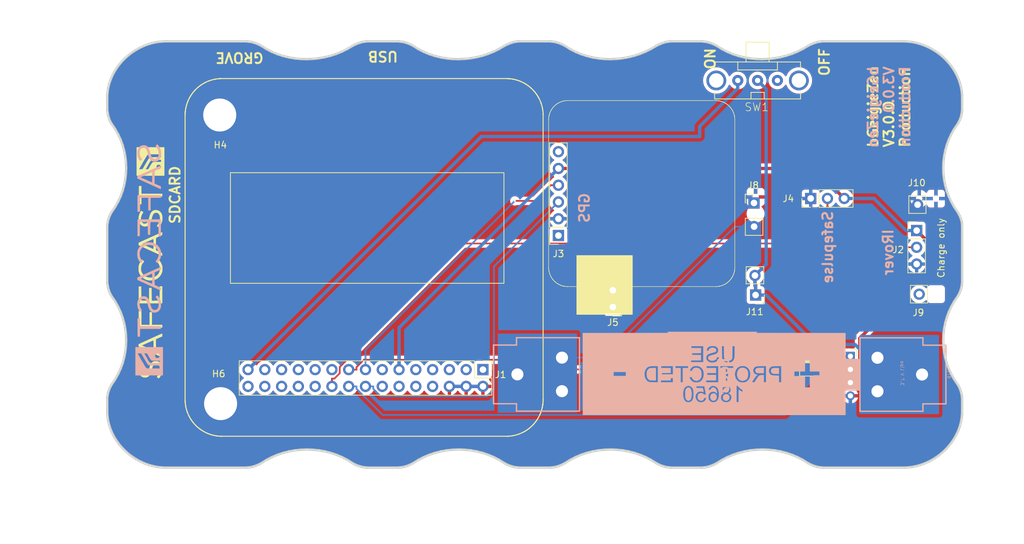
<source format=kicad_pcb>
(kicad_pcb (version 20230913) (generator pcbnew)
  (title_block (date "2022-03-31") (rev "V2.1.2"))
  (layers (0 "F.Cu" signal) (31 "B.Cu" signal) (34 "B.Paste" user) (35 "F.Paste" user) (36 "B.SilkS" user "B.Silkscreen") (37 "F.SilkS" user "F.Silkscreen") (38 "B.Mask" user) (39 "F.Mask" user) (44 "Edge.Cuts" user))
  (net 0 "")
  (net 1 "GND")
  (net 2 "/RX2")
  (net 3 "/TX2")
  (net 4 "3.3V")
  (net 5 "5V")
  (net 7 "/VBATT")
  (net 9 "/GIO34")
  (net 10 "/GIO13")
  (net 11 "/GIO5")
  (net 19 "/GIO2 on Core and GIO32 on Core-2")
  (net 28 "/SDA")
  (net 29 "/SCL")
  (net 31 "Net-(J9-Pin_1)")
  (net 32 "/BAT")
  (net 34 "Net-(BT1--)")
  (footprint "bGeigieZen:LOGO" (layer "F.Cu") (at 91.1076 100.23 90)
    (property "Reference" "G front" hide)
    (property "Value" "LOGO" hide)
  )
  (footprint "Connector_PinHeader_2.54mm:PinHeader_2x15_P2.54mm_Vertical" (layer "F.Cu") (at 141.4526 116.407 -90)
    (property "Reference" "J1")
    (property "Value" "M5 2x15 pin")
  )
  (footprint "Connector_PinHeader_2.54mm:PinHeader_1x02_P2.54mm_Vertical" (layer "F.Cu") (at 209.791904 91.407824 -90)
    (property "Reference" "J10")
    (property "Value" "QI GND")
  )
  (footprint "Connector_PinSocket_2.54mm:PinSocket_1x06_P2.54mm_Vertical" (layer "F.Cu") (at 152.8826 96.087 180)
    (property "Reference" "J3")
    (property "Value" "GPS")
  )
  (footprint "bGeigieZen:EG1206" (layer "F.Cu") (at 183.0296 72.592 180)
    (property "Reference" "SW1")
    (property "Value" "SW_SPDT" hide)
  )
  (footprint "Connector_PinHeader_2.54mm:PinHeader_1x02_P2.54mm_Vertical" (layer "F.Cu") (at 210.0376 104.977 -90)
    (property "Reference" "J9")
    (property "Value" "QI Plus")
  )
  (footprint "MountingHole:MountingHole_3.2mm_M3" (layer "F.Cu") (at 101.608 77.83)
    (property "Reference" "H4")
    (property "Value" "MountingHole_Pad")
  )
  (footprint "Connector_PinHeader_2.54mm:PinHeader_1x02_P2.54mm_Vertical" (layer "F.Cu") (at 161.1216 106.925 180)
    (property "Reference" "J5")
    (property "Value" "Extra support header")
  )
  (footprint "Connector_PinHeader_2.54mm:PinHeader_1x03_P2.54mm_Vertical" (layer "F.Cu") (at 191.0676 90.47 90)
    (property "Reference" "J4")
    (property "Value" "Geiger Safepulse")
  )
  (footprint "Connector_PinHeader_2.54mm:PinHeader_1x03_P2.54mm_Vertical" (layer "F.Cu") (at 207.108 95.33)
    (property "Reference" "J2")
    (property "Value" "Geiger IRover")
  )
  (footprint "bGeigieZen:PinHeader_1x02_P2.54mm_Vertical_4056" (layer "F.Cu") (at 182.7276 105.104 180)
    (property "Reference" "J11")
    (property "Value" "QI charger Plus")
  )
  (footprint "bGeigieZen:LOGO" (layer "F.Cu") (at 91.1076 100.23 90)
    (property "Reference" "G***" hide)
    (property "Value" "LOGO" hide)
  )
  (footprint "MountingHole:MountingHole_3.2mm_M3" (layer "F.Cu") (at 101.7376 121.56)
    (property "Reference" "H6")
    (property "Value" "MountingHole_Pad")
  )
  (footprint "Connector_PinSocket_2.00mm:PinSocket_1x04_P2.00mm_Horizontal" (layer "F.Cu") (at 197.0786 114.375)
    (property "Reference" "J6")
    (property "Value" "Grove")
  )
  (footprint "Connector_PinHeader_2.54mm:PinHeader_1x02_P2.54mm_Vertical" (layer "F.Cu") (at 182.486504 91.153824)
    (property "Reference" "J8")
    (property "Value" "LiPo ground")
  )
  (footprint "Library:BATTERY_18650-HOLDER" (layer "B.Cu") (at 177.2976 117.14 180)
    (property "Reference" "BT1")
    (property "Value" " 3.7 V Lipo")
  )
  (footprint "bGeigieRaku_M5_1015:18650 map" (layer "B.Cu") (at 177.9016 117.296 -90)
    (property "Reference" "Logo")
    (property "Value" "LOGO" hide)
  )
  (footprint "bGeigieZen:LOGO" (layer "B.Cu") (at 90.9066 99.77 -90)
    (property "Reference" "G back" hide)
    (property "Value" "LOGO" hide)
  )
  (gr_line (start 177.131142 75.673896) (end 177.131142 75.673896) (stroke (width 0.078091)) (layer "F.SilkS"))
  (gr_line (start 152.853515 76.022565) (end 152.853515 76.022565) (stroke (width 0.078091)) (layer "F.SilkS"))
  (gr_line (start 179.576656 101.102457) (end 179.576656 101.102457) (stroke (width 0.078091)) (layer "F.SilkS"))
  (gr_line (start 178.971335 76.75541) (end 178.929361 76.702145) (stroke (width 0.078091)) (layer "F.SilkS"))
  (gr_line (start 145.85228 72.369967) (end 145.85228 72.369967) (stroke (width 0.150176)) (layer "F.SilkS"))
  (gr_line (start 146.619019 72.54381) (end 146.619019 72.54381) (stroke (width 0.150176)) (layer "F.SilkS"))
  (gr_line (start 178.466085 103.21383) (end 178.519358 103.171864) (stroke (width 0.078091)) (layer "F.SilkS"))
  (gr_line (start 97.270951 74.825427) (end 97.270951 74.825427) (stroke (width 0.150176)) (layer "F.SilkS"))
  (gr_line (start 96.755661 122.993884) (end 96.913956 123.357089) (stroke (width 0.150176)) (layer "F.SilkS"))
  (gr_line (start 152.232047 102.965248) (end 152.232047 102.965248) (stroke (width 0.078091)) (layer "F.SilkS"))
  (gr_line (start 153.22317 75.843395) (end 153.034296 75.925716) (stroke (width 0.078091)) (layer "F.SilkS"))
  (gr_line (start 101.337509 126.473742) (end 101.467881 126.486163) (stroke (width 0.150176)) (layer "F.SilkS"))
  (gr_line (start 178.004428 103.507615) (end 178.004428 103.507615) (stroke (width 0.078091)) (layer "F.SilkS"))
  (gr_line (start 147.590653 72.944247) (end 147.354721 72.826296) (stroke (width 0.150176)) (layer "F.SilkS"))
  (gr_line (start 150.545883 121.401415) (end 150.545883 121.401415) (stroke (width 0.150176)) (layer "F.SilkS"))
  (gr_line (start 148.720597 125.079943) (end 148.913056 124.89989) (stroke (width 0.150176)) (layer "F.SilkS"))
  (gr_line (start 151.888227 102.542319) (end 151.926963 102.598821) (stroke (width 0.078091)) (layer "F.SilkS"))
  (gr_line (start 152.356334 76.380914) (end 152.356334 76.380914) (stroke (width 0.078091)) (layer "F.SilkS"))
  (gr_line (start 147.705506 73.00635) (end 147.590653 72.944247) (stroke (width 0.150176)) (layer "F.SilkS"))
  (gr_line (start 150.21994 75.93674) (end 150.21994 75.93674) (stroke (width 0.150176)) (layer "F.SilkS"))
  (gr_line (start 145.591522 72.335818) (end 145.461136 72.323397) (stroke (width 0.150176)) (layer "F.SilkS"))
  (gr_line (start 177.596028 75.785282) (end 177.529846 75.764295) (stroke (width 0.078091)) (layer "F.SilkS"))
  (gr_line (start 98.667862 125.449343) (end 98.667862 125.449343) (stroke (width 0.150176)) (layer "F.SilkS"))
  (gr_line (start 153.190893 103.607694) (end 153.255448 103.63191) (stroke (width 0.078091)) (layer "F.SilkS"))
  (gr_line (start 97.066086 75.16379) (end 97.003983 75.278643) (stroke (width 0.150176)) (layer "F.SilkS"))
  (gr_line (start 145.461136 72.323397) (end 145.461136 72.323397) (stroke (width 0.150176)) (layer "F.SilkS"))
  (gr_line (start 96.535263 76.501711) (end 96.504196 76.628985) (stroke (width 0.150176)) (layer "F.SilkS"))
  (gr_line (start 152.3305 103.058868) (end 152.3305 103.058868) (stroke (width 0.078091)) (layer "F.SilkS"))
  (gr_line (start 152.824458 103.425294) (end 152.824458 103.425294) (stroke (width 0.078091)) (layer "F.SilkS"))
  (gr_line (start 149.471817 74.555361) (end 149.471817 74.555361) (stroke (width 0.150176)) (layer "F.SilkS"))
  (gr_line (start 152.943905 103.491476) (end 152.943905 103.491476) (stroke (width 0.078091)) (layer "F.SilkS"))
  (gr_line (start 179.436222 101.838531) (end 179.436222 101.838531) (stroke (width 0.078091)) (layer "F.SilkS"))
  (gr_line (start 177.332918 75.712641) (end 177.332918 75.712641) (stroke (width 0.078091)) (layer "F.SilkS"))
  (gr_line (start 154.08515 75.646459) (end 153.949564 75.659376) (stroke (width 0.078091)) (layer "F.SilkS"))
  (gr_line (start 148.670929 73.68616) (end 148.571595 73.602358) (stroke (width 0.150176)) (layer "F.SilkS"))
  (gr_line (start 150.558304 77.603716) (end 150.552094 77.47333) (stroke (width 0.150176)) (layer "F.SilkS"))
  (gr_line (start 179.579885 101.033045) (end 179.581504 100.931348) (stroke (width 0.078091)) (layer "F.SilkS"))
  (gr_line (start 149.956085 75.337618) (end 149.956085 75.337618) (stroke (width 0.150176)) (layer "F.SilkS"))
  (gr_line (start 101.731736 126.501681) (end 101.731736 126.501681) (stroke (width 0.150176)) (layer "F.SilkS"))
  (gr_line (start 151.397505 100.99914) (end 151.400727 101.068552) (stroke (width 0.078091)) (layer "F.SilkS"))
  (gr_line (start 153.679979 75.704571) (end 153.679979 75.704571) (stroke (width 0.078091)) (layer "F.SilkS"))
  (gr_line (start 98.615097 73.397463) (end 98.615097 73.397463) (stroke (width 0.150176)) (layer "F.SilkS"))
  (gr_line (start 152.651739 103.315527) (end 152.708233 103.352653) (stroke (width 0.078091)) (layer "F.SilkS"))
  (gr_line (start 179.310316 102.154914) (end 179.310316 102.154914) (stroke (width 0.078091)) (layer "F.SilkS"))
  (gr_line (start 152.20945 76.524585) (end 152.162636 76.57301) (stroke (width 0.078091)) (layer "F.SilkS"))
  (gr_line (start 178.769559 102.939421) (end 178.769559 102.939421) (stroke (width 0.078091)) (layer "F.SilkS"))
  (gr_line (start 99.338364 125.865313) (end 99.574295 125.983279) (stroke (width 0.150176)) (layer "F.SilkS"))
  (gr_line (start 96.373825 77.538531) (end 96.3676 77.672) (stroke (width 0.150176)) (layer "F.SilkS"))
  (gr_line (start 152.138419 102.865161) (end 152.232047 102.965248) (stroke (width 0.078091)) (layer "F.SilkS"))
  (gr_line (start 152.737289 76.091977) (end 152.679176 76.130721) (stroke (width 0.078091)) (layer "F.SilkS"))
  (gr_line (start 148.099747 125.561099) (end 148.099747 125.561099) (stroke (width 0.150176)) (layer "F.SilkS"))
  (gr_line (start 177.165038 103.785262) (end 177.165038 103.785262) (stroke (width 0.078091)) (layer "F.SilkS"))
  (gr_line (start 100.058548 126.181948) (end 100.058548 126.181948) (stroke (width 0.150176)) (layer "F.SilkS"))
  (gr_line (start 151.762321 77.126684) (end 151.730027 77.186408) (stroke (width 0.078091)) (layer "F.SilkS"))
  (gr_line (start 151.494354 101.67388) (end 151.494354 101.67388) (stroke (width 0.078091)) (layer "F.SilkS"))
  (gr_line (start 177.198935 75.685195) (end 177.198935 75.685195) (stroke (width 0.078091)) (layer "F.SilkS"))
  (gr_line (start 101.011551 72.379275) (end 101.011551 72.379275) (stroke (width 0.150176)) (layer "F.SilkS"))
  (gr_line (start 178.885777 76.650491) (end 178.885777 76.650491) (stroke (width 0.078091)) (layer "F.SilkS"))
  (gr_line (start 98.996903 125.669741) (end 99.108658 125.73804) (stroke (width 0.150176)) (layer "F.SilkS"))
  (gr_line (start 152.356334 76.380914) (end 152.256264 76.474542) (stroke (width 0.078091)) (layer "F.SilkS"))
  (gr_line (start 176.89385 103.817547) (end 176.89385 103.817547) (stroke (width 0.078091)) (layer "F.SilkS"))
  (gr_line (start 152.943905 103.491476) (end 153.06659 103.552818) (stroke (width 0.078091)) (layer "F.SilkS"))
  (gr_line (start 147.416809 125.95534) (end 147.531678 125.89635) (stroke (width 0.150176)) (layer "F.SilkS"))
  (gr_line (start 145.591522 72.335818) (end 145.591522 72.335818) (stroke (width 0.150176)) (layer "F.SilkS"))
  (gr_line (start 178.769559 102.939421) (end 178.816373 102.890988) (stroke (width 0.078091)) (layer "F.SilkS"))
  (gr_line (start 179.310316 102.154914) (end 179.337754 102.093572) (stroke (width 0.078091)) (layer "F.SilkS"))
  (gr_line (start 98.065628 124.943347) (end 98.065628 124.943347) (stroke (width 0.150176)) (layer "F.SilkS"))
  (gr_line (start 153.127924 103.580256) (end 153.190893 103.607694) (stroke (width 0.078091)) (layer "F.SilkS"))
  (gr_line (start 148.20839 125.48659) (end 148.313935 125.412097) (stroke (width 0.150176)) (layer "F.SilkS"))
  (gr_line (start 100.561447 126.334048) (end 100.561447 126.334048) (stroke (width 0.150176)) (layer "F.SilkS"))
  (gr_line (start 148.621262 125.166857) (end 148.720597 125.079943) (stroke (width 0.150176)) (layer "F.SilkS"))
  (gr_line (start 153.949564 75.659376) (end 153.949564 75.659376) (stroke (width 0.078091)) (layer "F.SilkS"))
  (gr_line (start 151.449159 101.475334) (end 151.449159 101.475334) (stroke (width 0.078091)) (layer "F.SilkS"))
  (gr_line (start 177.788124 75.856304) (end 177.723552 75.832096) (stroke (width 0.078091)) (layer "F.SilkS"))
  (gr_line (start 150.043 123.295001) (end 150.043 123.295001) (stroke (width 0.150176)) (layer "F.SilkS"))
  (gr_line (start 153.983461 103.807859) (end 154.051254 103.814318) (stroke (width 0.078091)) (layer "F.SilkS"))
  (gr_line (start 178.722745 102.989456) (end 178.722745 102.989456) (stroke (width 0.078091)) (layer "F.SilkS"))
  (gr_line (start 152.093224 102.813507) (end 152.138419 102.865161) (stroke (width 0.078091)) (layer "F.SilkS"))
  (gr_line (start 151.780063 102.367989) (end 151.813959 102.426102) (stroke (width 0.078091)) (layer "F.SilkS"))
  (gr_line (start 151.9657 102.653705) (end 152.007674 102.708588) (stroke (width 0.078091)) (layer "F.SilkS"))
  (gr_line (start 149.58667 124.092791) (end 149.58667 124.092791) (stroke (width 0.150176)) (layer "F.SilkS"))
  (gr_line (start 154.222355 75.64) (end 154.222355 75.64) (stroke (width 0.078091)) (layer "F.SilkS"))
  (gr_line (start 149.862946 123.645785) (end 149.925034 123.530917) (stroke (width 0.150176)) (layer "F.SilkS"))
  (gr_line (start 177.692885 103.644828) (end 177.755838 103.620611) (stroke (width 0.078091)) (layer "F.SilkS"))
  (gr_line (start 96.709091 122.87282) (end 96.709091 122.87282) (stroke (width 0.150176)) (layer "F.SilkS"))
  (gr_line (start 96.3676 77.672) (end 96.3676 77.672) (stroke (width 0.150176)) (layer "F.SilkS"))
  (gr_line (start 148.770264 73.776187) (end 148.770264 73.776187) (stroke (width 0.150176)) (layer "F.SilkS"))
  (gr_line (start 153.646083 103.751365) (end 153.713876 103.765885) (stroke (width 0.078091)) (layer "F.SilkS"))
  (gr_line (start 149.620819 74.769549) (end 149.620819 74.769549) (stroke (width 0.150176)) (layer "F.SilkS"))
  (gr_line (start 151.554086 101.870817) (end 151.554086 101.870817) (stroke (width 0.078091)) (layer "F.SilkS"))
  (gr_line (start 151.407185 78.293749) (end 151.402345 78.36155) (stroke (width 0.078091)) (layer "F.SilkS"))
  (gr_line (start 100.309983 126.26575) (end 100.434189 126.299899) (stroke (width 0.150176)) (layer "F.SilkS"))
  (gr_line (start 150.561402 121.13756) (end 150.561402 121.13756) (stroke (width 0.150176)) (layer "F.SilkS"))
  (gr_line (start 153.547631 75.736849) (end 153.547631 75.736849) (stroke (width 0.078091)) (layer "F.SilkS"))
  (gr_line (start 148.571595 73.602358) (end 148.469147 73.518542) (stroke (width 0.150176)) (layer "F.SilkS"))
  (gr_line (start 96.376938 121.33623) (end 96.401779 121.596987) (stroke (width 0.150176)) (layer "F.SilkS"))
  (gr_line (start 178.929361 76.702145) (end 178.929361 76.702145) (stroke (width 0.078091)) (layer "F.SilkS"))
  (gr_line (start 178.327262 76.148479) (end 178.327262 76.148479) (stroke (width 0.078091)) (layer "F.SilkS"))
  (gr_line (start 179.579885 101.033045) (end 179.579885 101.033045) (stroke (width 0.078091)) (layer "F.SilkS"))
  (gr_line (start 179.413624 101.903094) (end 179.436222 101.838531) (stroke (width 0.078091)) (layer "F.SilkS"))
  (gr_line (start 152.459643 76.292142) (end 152.408004 76.335719) (stroke (width 0.078091)) (layer "F.SilkS"))
  (gr_line (start 179.032669 102.626259) (end 179.032669 102.626259) (stroke (width 0.078091)) (layer "F.SilkS"))
  (gr_line (start 98.357437 125.207217) (end 98.459885 125.291033) (stroke (width 0.150176)) (layer "F.SilkS"))
  (gr_line (start 147.416809 125.95534) (end 147.416809 125.95534) (stroke (width 0.150176)) (layer "F.SilkS"))
  (gr_line (start 96.972946 123.471942) (end 96.972946 123.471942) (stroke (width 0.150176)) (layer "F.SilkS"))
  (gr_line (start 148.313935 125.412097) (end 148.313935 125.412097) (stroke (width 0.150176)) (layer "F.SilkS"))
  (gr_line (start 149.509064 124.201434) (end 149.58667 124.092791) (stroke (width 0.150176)) (layer "F.SilkS"))
  (gr_line (start 98.307785 73.642703) (end 98.20842 73.729617) (stroke (width 0.150176)) (layer "F.SilkS"))
  (gr_line (start 179.378109 77.465665) (end 179.295788 77.276807) (stroke (width 0.078091)) (layer "F.SilkS"))
  (gr_line (start 178.596839 76.358317) (end 178.545185 76.31474) (stroke (width 0.078091)) (layer "F.SilkS"))
  (gr_line (start 146.991532 72.674197) (end 146.870468 72.627627) (stroke (width 0.150176)) (layer "F.SilkS"))
  (gr_line (start 149.862946 123.645785) (end 149.862946 123.645785) (stroke (width 0.150176)) (layer "F.SilkS"))
  (gr_line (start 179.542759 78.056465) (end 179.529849 77.988664) (stroke (width 0.078091)) (layer "F.SilkS"))
  (gr_line (start 146.494858 72.509661) (end 146.494858 72.509661) (stroke (width 0.150176)) (layer "F.SilkS"))
  (gr_line (start 150.499329 121.792544) (end 150.499329 121.792544) (stroke (width 0.150176)) (layer "F.SilkS"))
  (gr_line (start 179.492724 101.641595) (end 179.508863 101.575412) (stroke (width 0.078091)) (layer "F.SilkS"))
  (gr_line (start 99.875412 72.695925) (end 99.875412 72.695925) (stroke (width 0.150176)) (layer "F.SilkS"))
  (gr_line (start 151.926963 102.598821) (end 151.926963 102.598821) (stroke (width 0.078091)) (layer "F.SilkS"))
  (gr_line (start 101.663437 72.310992) (end 101.533066 72.317202) (stroke (width 0.150176)) (layer "F.SilkS"))
  (gr_line (start 96.463852 121.988116) (end 96.488694 122.115389) (stroke (width 0.150176)) (layer "F.SilkS"))
  (gr_line (start 178.491912 76.271155) (end 178.438648 76.229189) (stroke (width 0.078091)) (layer "F.SilkS"))
  (gr_line (start 152.408004 76.335719) (end 152.356334 76.380914) (stroke (width 0.078091)) (layer "F.SilkS"))
  (gr_line (start 178.696918 76.451944) (end 178.648493 76.40513) (stroke (width 0.078091)) (layer "F.SilkS"))
  (gr_line (start 151.713888 102.246923) (end 151.746166 102.308265) (stroke (width 0.078091)) (layer "F.SilkS"))
  (gr_line (start 98.720627 73.32297) (end 98.720627 73.32297) (stroke (width 0.150176)) (layer "F.SilkS"))
  (gr_line (start 148.521927 125.250674) (end 148.521927 125.250674) (stroke (width 0.150176)) (layer "F.SilkS"))
  (gr_line (start 98.996903 125.669741) (end 98.996903 125.669741) (stroke (width 0.150176)) (layer "F.SilkS"))
  (gr_line (start 99.81334 126.088809) (end 99.81334 126.088809) (stroke (width 0.150176)) (layer "F.SilkS"))
  (gr_line (start 151.421706 78.158163) (end 151.421706 78.158163) (stroke (width 0.078091)) (layer "F.SilkS"))
  (gr_line (start 100.688706 126.3651) (end 100.688706 126.3651) (stroke (width 0.150176)) (layer "F.SilkS"))
  (gr_line (start 150.555191 121.271044) (end 150.561402 121.13756) (stroke (width 0.150176)) (layer "F.SilkS"))
  (gr_line (start 145.461136 72.323397) (end 145.330765 72.314089) (stroke (width 0.150176)) (layer "F.SilkS"))
  (gr_line (start 179.182791 102.397045) (end 179.182791 102.397045) (stroke (width 0.078091)) (layer "F.SilkS"))
  (gr_line (start 177.6606 75.80788) (end 177.596028 75.785282) (stroke (width 0.078091)) (layer "F.SilkS"))
  (gr_line (start 101.927292 126.504778) (end 145.132096 126.504778) (stroke (width 0.150176)) (layer "F.SilkS"))
  (gr_line (start 177.56375 103.688404) (end 177.56375 103.688404) (stroke (width 0.078091)) (layer "F.SilkS"))
  (gr_line (start 179.575045 78.327645) (end 179.575045 78.327645) (stroke (width 0.078091)) (layer "F.SilkS"))
  (gr_line (start 97.618637 124.462191) (end 97.618637 124.462191) (stroke (width 0.150176)) (layer "F.SilkS"))
  (gr_line (start 146.429673 126.31853) (end 146.429673 126.31853) (stroke (width 0.150176)) (layer "F.SilkS"))
  (gr_line (start 145.132096 126.504778) (end 145.265579 126.498568) (stroke (width 0.150176)) (layer "F.SilkS"))
  (gr_line (start 153.949564 75.659376) (end 153.813963 75.678736) (stroke (width 0.078091)) (layer "F.SilkS"))
  (gr_line (start 177.788124 75.856304) (end 177.788124 75.856304) (stroke (width 0.078091)) (layer "F.SilkS"))
  (gr_line (start 179.129527 76.979784) (end 179.090782 76.921679) (stroke (width 0.078091)) (layer "F.SilkS"))
  (gr_line (start 149.183121 124.611193) (end 149.183121 124.611193) (stroke (width 0.150176)) (layer "F.SilkS"))
  (gr_line (start 178.722745 102.989456) (end 178.769559 102.939421) (stroke (width 0.078091)) (layer "F.SilkS"))
  (gr_line (start 145.265579 126.498568) (end 145.265579 126.498568) (stroke (width 0.150176)) (layer "F.SilkS"))
  (gr_line (start 96.488694 122.115389) (end 96.488694 122.115389) (stroke (width 0.150176)) (layer "F.SilkS"))
  (gr_line (start 149.350754 124.409426) (end 149.431458 124.306979) (stroke (width 0.150176)) (layer "F.SilkS"))
  (gr_line (start 97.342331 74.716769) (end 97.342331 74.716769) (stroke (width 0.150176)) (layer "F.SilkS"))
  (gr_line (start 151.849474 102.484214) (end 151.849474 102.484214) (stroke (width 0.078091)) (layer "F.SilkS"))
  (gr_line (start 176.927747 75.64968) (end 176.859954 75.64484) (stroke (width 0.078091)) (layer "F.SilkS"))
  (gr_line (start 153.190893 103.607694) (end 153.190893 103.607694) (stroke (width 0.078091)) (layer "F.SilkS"))
  (gr_line (start 98.459885 125.291033) (end 98.562302 125.371737) (stroke (width 0.150176)) (layer "F.SilkS"))
  (gr_line (start 177.198935 75.685195) (end 177.131142 75.673896) (stroke (width 0.078091)) (layer "F.SilkS"))
  (gr_line (start 177.692885 103.644828) (end 177.692885 103.644828) (stroke (width 0.078091)) (layer "F.SilkS"))
  (gr_line (start 150.148545 123.055972) (end 150.148545 123.055972) (stroke (width 0.150176)) (layer "F.SilkS"))
  (gr_line (start 152.512915 76.250168) (end 152.512915 76.250168) (stroke (width 0.078091)) (layer "F.SilkS"))
  (gr_line (start 153.382973 103.678724) (end 153.449147 103.699703) (stroke (width 0.078091)) (layer "F.SilkS"))
  (gr_line (start 179.295788 77.276807) (end 179.295788 77.276807) (stroke (width 0.078091)) (layer "F.SilkS"))
  (gr_line (start 178.241712 103.372021) (end 178.241712 103.372021) (stroke (width 0.078091)) (layer "F.SilkS"))
  (gr_line (start 151.986679 76.782856) (end 151.986679 76.782856) (stroke (width 0.078091)) (layer "F.SilkS"))
  (gr_line (start 179.484646 77.790126) (end 179.484646 77.790126) (stroke (width 0.078091)) (layer "F.SilkS"))
  (gr_line (start 179.457209 101.772349) (end 179.457209 101.772349) (stroke (width 0.078091)) (layer "F.SilkS"))
  (gr_line (start 98.667862 125.449343) (end 98.776505 125.526949) (stroke (width 0.150176)) (layer "F.SilkS"))
  (gr_line (start 151.554086 101.870817) (end 151.576684 101.93538) (stroke (width 0.078091)) (layer "F.SilkS"))
  (gr_line (start 152.115822 76.624664) (end 152.115822 76.624664) (stroke (width 0.078091)) (layer "F.SilkS"))
  (gr_line (start 152.282083 103.012054) (end 152.282083 103.012054) (stroke (width 0.078091)) (layer "F.SilkS"))
  (gr_line (start 101.076737 126.439593) (end 101.076737 126.439593) (stroke (width 0.150176)) (layer "F.SilkS"))
  (gr_line (start 176.927747 75.64968) (end 176.927747 75.64968) (stroke (width 0.078091)) (layer "F.SilkS"))
  (gr_line (start 148.959626 73.95624) (end 148.863388 73.866213) (stroke (width 0.150176)) (layer "F.SilkS"))
  (gr_line (start 179.032669 102.626259) (end 179.073025 102.569765) (stroke (width 0.078091)) (layer "F.SilkS"))
  (gr_line (start 98.357437 125.207217) (end 98.357437 125.207217) (stroke (width 0.150176)) (layer "F.SilkS"))
  (gr_line (start 100.561447 126.334048) (end 100.688706 126.3651) (stroke (width 0.150176)) (layer "F.SilkS"))
  (gr_line (start 100.120652 72.605898) (end 100.120652 72.605898) (stroke (width 0.150176)) (layer "F.SilkS"))
  (gr_line (start 96.643906 76.122988) (end 96.643906 76.122988) (stroke (width 0.150176)) (layer "F.SilkS"))
  (gr_line (start 153.513734 103.717461) (end 153.579909 103.735218) (stroke (width 0.078091)) (layer "F.SilkS"))
  (gr_line (start 96.395554 77.277773) (end 96.395554 77.277773) (stroke (width 0.150176)) (layer "F.SilkS"))
  (gr_line (start 149.828812 75.1048) (end 149.763611 74.993044) (stroke (width 0.150176)) (layer "F.SilkS"))
  (gr_line (start 147.531678 125.89635) (end 147.649628 125.834261) (stroke (width 0.150176)) (layer "F.SilkS"))
  (gr_line (start 150.095764 123.177035) (end 150.148545 123.055972) (stroke (width 0.150176)) (layer "F.SilkS"))
  (gr_line (start 177.723552 75.832096) (end 177.6606 75.80788) (stroke (width 0.078091)) (layer "F.SilkS"))
  (gr_line (start 178.950348 102.734415) (end 178.950348 102.734415) (stroke (width 0.078091)) (layer "F.SilkS"))
  (gr_line (start 152.97458 75.956383) (end 152.97458 75.956383) (stroke (width 0.078091)) (layer "F.SilkS"))
  (gr_line (start 152.028653 76.729591) (end 152.028653 76.729591) (stroke (width 0.078091)) (layer "F.SilkS"))
  (gr_line (start 150.325486 122.559298) (end 150.325486 122.559298) (stroke (width 0.150176)) (layer "F.SilkS"))
  (gr_line (start 149.266938 124.511859) (end 149.350754 124.409426) (stroke (width 0.150176)) (layer "F.SilkS"))
  (gr_line (start 177.299021 103.759435) (end 177.431386 103.727149) (stroke (width 0.078091)) (layer "F.SilkS"))
  (gr_line (start 148.26117 73.360232) (end 148.26117 73.360232) (stroke (width 0.150176)) (layer "F.SilkS"))
  (gr_line (start 179.232835 77.155741) (end 179.198938 77.096009) (stroke (width 0.078091)) (layer "F.SilkS"))
  (gr_line (start 151.730027 77.186408) (end 151.730027 77.186408) (stroke (width 0.078091)) (layer "F.SilkS"))
  (gr_line (start 148.41948 125.331378) (end 148.41948 125.331378) (stroke (width 0.150176)) (layer "F.SilkS"))
  (gr_line (start 150.303757 76.185092) (end 150.263397 76.060916) (stroke (width 0.150176)) (layer "F.SilkS"))
  (gr_line (start 96.370713 121.205844) (end 96.376938 121.33623) (stroke (width 0.150176)) (layer "F.SilkS"))
  (gr_line (start 97.578263 74.400149) (end 97.578263 74.400149) (stroke (width 0.150176)) (layer "F.SilkS"))
  (gr_line (start 179.508863 101.575412) (end 179.523391 101.507619) (stroke (width 0.078091)) (layer "F.SilkS"))
  (gr_line (start 154.051254 103.814318) (end 154.119047 103.819158) (stroke (width 0.078091)) (layer "F.SilkS"))
  (gr_line (start 150.452759 122.050204) (end 150.477585 121.92293) (stroke (width 0.150176)) (layer "F.SilkS"))
  (gr_line (start 152.595244 103.275172) (end 152.595244 103.275172) (stroke (width 0.078091)) (layer "F.SilkS"))
  (gr_line (start 146.80838 126.203677) (end 146.932556 126.16022) (stroke (width 0.150176)) (layer "F.SilkS"))
  (gr_line (start 146.619019 72.54381) (end 146.494858 72.509661) (stroke (width 0.150176)) (layer "F.SilkS"))
  (gr_line (start 150.241669 122.810732) (end 150.241669 122.810732) (stroke (width 0.150176)) (layer "F.SilkS"))
  (gr_line (start 149.58667 124.092791) (end 149.658066 123.984149) (stroke (width 0.150176)) (layer "F.SilkS"))
  (gr_line (start 98.258103 125.1234) (end 98.357437 125.207217) (stroke (width 0.150176)) (layer "F.SilkS"))
  (gr_line (start 152.622682 76.169458) (end 152.567807 76.208194) (stroke (width 0.078091)) (layer "F.SilkS"))
  (gr_line (start 100.819077 126.393023) (end 100.819077 126.393023) (stroke (width 0.150176)) (layer "F.SilkS"))
  (gr_line (start 177.131142 75.673896) (end 177.063341 75.664216) (stroke (width 0.078091)) (layer "F.SilkS"))
  (gr_line (start 179.5363 101.441437) (end 179.5363 101.441437) (stroke (width 0.078091)) (layer "F.SilkS"))
  (gr_line (start 97.969406 124.853335) (end 97.969406 124.853335) (stroke (width 0.150176)) (layer "F.SilkS"))
  (gr_line (start 99.338364 125.865313) (end 99.338364 125.865313) (stroke (width 0.150176)) (layer "F.SilkS"))
  (gr_line (start 178.519358 103.171864) (end 178.519358 103.171864) (stroke (width 0.078091)) (layer "F.SilkS"))
  (gr_line (start 154.152943 75.643229) (end 154.08515 75.646459) (stroke (width 0.078091)) (layer "F.SilkS"))
  (gr_line (start 151.436242 101.407541) (end 151.449159 101.475334) (stroke (width 0.078091)) (layer "F.SilkS"))
  (gr_line (start 153.41525 75.775594) (end 153.350695 75.796581) (stroke (width 0.078091)) (layer "F.SilkS"))
  (gr_line (start 100.88118 72.404116) (end 100.88118 72.404116) (stroke (width 0.150176)) (layer "F.SilkS"))
  (gr_line (start 97.925949 74.005908) (end 97.835923 74.099032) (stroke (width 0.150176)) (layer "F.SilkS"))
  (gr_line (start 153.547631 75.736849) (end 153.41525 75.775594) (stroke (width 0.078091)) (layer "F.SilkS"))
  (gr_line (start 176.859954 75.64484) (end 176.790542 75.641619) (stroke (width 0.078091)) (layer "F.SilkS"))
  (gr_line (start 145.656708 126.467532) (end 145.656708 126.467532) (stroke (width 0.150176)) (layer "F.SilkS"))
  (gr_line (start 179.248974 102.27759) (end 179.248974 102.27759) (stroke (width 0.078091)) (layer "F.SilkS"))
  (gr_line (start 100.182724 126.225405) (end 100.182724 126.225405) (stroke (width 0.150176)) (layer "F.SilkS"))
  (gr_line (start 97.131272 75.048922) (end 97.131272 75.048922) (stroke (width 0.150176)) (layer "F.SilkS"))
  (gr_line (start 97.835923 74.099032) (end 97.745896 74.198367) (stroke (width 0.150176)) (layer "F.SilkS"))
  (gr_line (start 153.22317 75.843395) (end 153.22317 75.843395) (stroke (width 0.078091)) (layer "F.SilkS"))
  (gr_line (start 149.310395 74.347369) (end 149.226578 74.248034) (stroke (width 0.150176)) (layer "F.SilkS"))
  (gr_line (start 153.74617 75.691654) (end 153.679979 75.704571) (stroke (width 0.078091)) (layer "F.SilkS"))
  (gr_line (start 98.307785 73.642703) (end 98.307785 73.642703) (stroke (width 0.150176)) (layer "F.SilkS"))
  (gr_line (start 148.621262 125.166857) (end 148.621262 125.166857) (stroke (width 0.150176)) (layer "F.SilkS"))
  (gr_line (start 98.562302 125.371737) (end 98.562302 125.371737) (stroke (width 0.150176)) (layer "F.SilkS"))
  (gr_line (start 96.972946 123.471942) (end 97.035019 123.589907) (stroke (width 0.150176)) (layer "F.SilkS"))
  (gr_line (start 150.533463 121.531787) (end 150.533463 121.531787) (stroke (width 0.150176)) (layer "F.SilkS"))
  (gr_line (start 99.223496 125.803225) (end 99.223496 125.803225) (stroke (width 0.150176)) (layer "F.SilkS"))
  (gr_line (start 179.337754 102.093572) (end 179.365199 102.030619) (stroke (width 0.078091)) (layer "F.SilkS"))
  (gr_line (start 149.471817 74.555361) (end 149.391114 74.449801) (stroke (width 0.150176)) (layer "F.SilkS"))
  (gr_line (start 149.956085 75.337618) (end 149.893997 75.219668) (stroke (width 0.150176)) (layer "F.SilkS"))
  (gr_line (start 96.709091 122.87282) (end 96.755661 122.993884) (stroke (width 0.150176)) (layer "F.SilkS"))
  (gr_line (start 153.449147 103.699703) (end 153.449147 103.699703) (stroke (width 0.078091)) (layer "F.SilkS"))
  (gr_line (start 100.244797 72.565539) (end 100.120652 72.605898) (stroke (width 0.150176)) (layer "F.SilkS"))
  (gr_line (start 150.564514 77.7372) (end 150.558304 77.603716) (stroke (width 0.150176)) (layer "F.SilkS"))
  (gr_line (start 99.05278 73.105685) (end 99.05278 73.105685) (stroke (width 0.150176)) (layer "F.SilkS"))
  (gr_line (start 151.4427 78.022561) (end 151.431402 78.090362) (stroke (width 0.078091)) (layer "F.SilkS"))
  (gr_line (start 177.265117 75.698113) (end 177.265117 75.698113) (stroke (width 0.078091)) (layer "F.SilkS"))
  (gr_line (start 152.007674 102.708588) (end 152.049647 102.761853) (stroke (width 0.078091)) (layer "F.SilkS"))
  (gr_line (start 150.499329 121.792544) (end 150.517945 121.662173) (stroke (width 0.150176)) (layer "F.SilkS"))
  (gr_line (start 96.3676 77.672) (end 96.364517 77.867587) (stroke (width 0.150176)) (layer "F.SilkS"))
  (gr_line (start 179.571815 101.17025) (end 179.571815 101.17025) (stroke (width 0.078091)) (layer "F.SilkS"))
  (gr_line (start 178.950348 102.734415) (end 178.992314 102.681142) (stroke (width 0.078091)) (layer "F.SilkS"))
  (gr_line (start 98.509537 73.478182) (end 98.40709 73.558901) (stroke (width 0.150176)) (layer "F.SilkS"))
  (gr_line (start 146.047837 126.405444) (end 146.047837 126.405444) (stroke (width 0.150176)) (layer "F.SilkS"))
  (gr_line (start 149.431458 124.306979) (end 149.431458 124.306979) (stroke (width 0.150176)) (layer "F.SilkS"))
  (gr_line (start 149.695328 74.881289) (end 149.620819 74.769549) (stroke (width 0.150176)) (layer "F.SilkS"))
  (gr_line (start 149.828812 75.1048) (end 149.828812 75.1048) (stroke (width 0.150176)) (layer "F.SilkS"))
  (gr_line (start 178.154542 76.038712) (end 178.154542 76.038712) (stroke (width 0.078091)) (layer "F.SilkS"))
  (gr_line (start 96.550766 122.369937) (end 96.62526 122.624484) (stroke (width 0.150176)) (layer "F.SilkS"))
  (gr_line (start 148.770264 73.776187) (end 148.670929 73.68616) (stroke (width 0.150176)) (layer "F.SilkS"))
  (gr_line (start 147.987992 125.635592) (end 147.987992 125.635592) (stroke (width 0.150176)) (layer "F.SilkS"))
  (gr_line (start 96.488694 122.115389) (end 96.550766 122.369937) (stroke (width 0.150176)) (layer "F.SilkS"))
  (gr_line (start 97.382706 124.148669) (end 97.457199 124.254214) (stroke (width 0.150176)) (layer "F.SilkS"))
  (gr_line (start 179.508863 101.575412) (end 179.508863 101.575412) (stroke (width 0.078091)) (layer "F.SilkS"))
  (gr_line (start 179.295788 77.276807) (end 179.26512 77.217075) (stroke (width 0.078091)) (layer "F.SilkS"))
  (gr_line (start 179.198938 77.096009) (end 179.165034 77.037897) (stroke (width 0.078091)) (layer "F.SilkS"))
  (gr_line (start 151.831732 77.00884) (end 151.796217 77.066953) (stroke (width 0.078091)) (layer "F.SilkS"))
  (gr_line (start 96.550766 122.369937) (end 96.550766 122.369937) (stroke (width 0.150176)) (layer "F.SilkS"))
  (gr_line (start 150.527252 77.212588) (end 150.490006 76.95183) (stroke (width 0.150176)) (layer "F.SilkS"))
  (gr_line (start 179.474966 101.707777) (end 179.474966 101.707777) (stroke (width 0.078091)) (layer "F.SilkS"))
  (gr_line (start 177.029444 103.80463) (end 177.029444 103.80463) (stroke (width 0.078091)) (layer "F.SilkS"))
  (gr_line (start 96.364517 121.07236) (end 96.370713 121.205844) (stroke (width 0.150176)) (layer "F.SilkS"))
  (gr_line (start 150.452759 122.050204) (end 150.452759 122.050204) (stroke (width 0.150176)) (layer "F.SilkS"))
  (gr_line (start 150.490006 76.95183) (end 150.490006 76.95183) (stroke (width 0.150176)) (layer "F.SilkS"))
  (gr_line (start 177.56375 103.688404) (end 177.628314 103.667425) (stroke (width 0.078091)) (layer "F.SilkS"))
  (gr_line (start 178.929361 76.702145) (end 178.885777 76.650491) (stroke (width 0.078091)) (layer "F.SilkS"))
  (gr_line (start 179.073025 102.569765) (end 179.073025 102.569765) (stroke (width 0.078091)) (layer "F.SilkS"))
  (gr_line (start 152.824458 103.425294) (end 152.884174 103.459191) (stroke (width 0.078091)) (layer "F.SilkS"))
  (gr_line (start 148.043869 73.211215) (end 147.932114 73.139819) (stroke (width 0.150176)) (layer "F.SilkS"))
  (gr_line (start 151.589601 77.497951) (end 151.565385 77.560904) (stroke (width 0.078091)) (layer "F.SilkS"))
  (gr_line (start 178.840581 76.598837) (end 178.840581 76.598837) (stroke (width 0.078091)) (layer "F.SilkS"))
  (gr_line (start 152.3305 103.058868) (end 152.382169 103.105682) (stroke (width 0.078091)) (layer "F.SilkS"))
  (gr_line (start 150.46518 76.821444) (end 150.46518 76.821444) (stroke (width 0.150176)) (layer "F.SilkS"))
  (gr_line (start 151.399108 78.430953) (end 151.397505 78.532659) (stroke (width 0.078091)) (layer "F.SilkS"))
  (gr_line (start 97.308213 124.040011) (end 97.382706 124.148669) (stroke (width 0.150176)) (layer "F.SilkS"))
  (gr_line (start 178.356319 103.29454) (end 178.356319 103.29454) (stroke (width 0.078091)) (layer "F.SilkS"))
  (gr_line (start 154.119047 103.819158) (end 154.119047 103.819158) (stroke (width 0.078091)) (layer "F.SilkS"))
  (gr_line (start 99.996475 72.649355) (end 99.996475 72.649355) (stroke (width 0.150176)) (layer "F.SilkS"))
  (gr_line (start 149.431458 124.306979) (end 149.509064 124.201434) (stroke (width 0.150176)) (layer "F.SilkS"))
  (gr_line (start 149.620819 74.769549) (end 149.546326 74.660891) (stroke (width 0.150176)) (layer "F.SilkS"))
  (gr_line (start 179.436222 101.838531) (end 179.457209 101.772349) (stroke (width 0.078091)) (layer "F.SilkS"))
  (gr_line (start 179.129527 76.979784) (end 179.129527 76.979784) (stroke (width 0.078091)) (layer "F.SilkS"))
  (gr_line (start 96.364517 77.867587) (end 96.364517 77.867587) (stroke (width 0.150176)) (layer "F.SilkS"))
  (gr_line (start 153.780066 103.778803) (end 153.780066 103.778803) (stroke (width 0.078091)) (layer "F.SilkS"))
  (gr_line (start 148.152512 73.282626) (end 148.152512 73.282626) (stroke (width 0.150176)) (layer "F.SilkS"))
  (gr_line (start 153.034296 75.925716) (end 153.034296 75.925716) (stroke (width 0.078091)) (layer "F.SilkS"))
  (gr_line (start 99.937485 126.135378) (end 100.058548 126.181948) (stroke (width 0.150176)) (layer "F.SilkS"))
  (gr_line (start 149.391114 74.449801) (end 149.310395 74.347369) (stroke (width 0.150176)) (layer "F.SilkS"))
  (gr_line (start 147.932114 73.139819) (end 147.820359 73.071536) (stroke (width 0.150176)) (layer "F.SilkS"))
  (gr_line (start 151.416881 101.271947) (end 151.436242 101.407541) (stroke (width 0.078091)) (layer "F.SilkS"))
  (gr_line (start 97.19957 74.937167) (end 97.19957 74.937167) (stroke (width 0.150176)) (layer "F.SilkS"))
  (gr_line (start 96.370713 121.205844) (end 96.370713 121.205844) (stroke (width 0.150176)) (layer "F.SilkS"))
  (gr_line (start 151.413644 78.225956) (end 151.407185 78.293749) (stroke (width 0.078091)) (layer "F.SilkS"))
  (gr_line (start 96.665634 122.74866) (end 96.709091 122.87282) (stroke (width 0.150176)) (layer "F.SilkS"))
  (gr_line (start 179.424923 77.59319) (end 179.402325 77.528618) (stroke (width 0.078091)) (layer "F.SilkS"))
  (gr_line (start 179.575045 78.327645) (end 179.562127 78.192059) (stroke (width 0.078091)) (layer "F.SilkS"))
  (gr_line (start 96.62526 122.624484) (end 96.665634 122.74866) (stroke (width 0.150176)) (layer "F.SilkS"))
  (gr_line (start 100.688706 126.3651) (end 100.819077 126.393023) (stroke (width 0.150176)) (layer "F.SilkS"))
  (gr_line (start 179.26512 77.217075) (end 179.232835 77.155741) (stroke (width 0.078091)) (layer "F.SilkS"))
  (gr_line (start 146.429673 126.31853) (end 146.68422 126.244021) (stroke (width 0.150176)) (layer "F.SilkS"))
  (gr_line (start 100.819077 126.393023) (end 100.946366 126.417864) (stroke (width 0.150176)) (layer "F.SilkS"))
  (gr_line (start 151.462077 101.541516) (end 151.494354 101.67388) (stroke (width 0.078091)) (layer "F.SilkS"))
  (gr_line (start 149.925034 123.530917) (end 150.043 123.295001) (stroke (width 0.150176)) (layer "F.SilkS"))
  (gr_line (start 146.932556 126.16022) (end 147.05362 126.11365) (stroke (width 0.150176)) (layer "F.SilkS"))
  (gr_line (start 98.158737 125.033373) (end 98.158737 125.033373) (stroke (width 0.150176)) (layer "F.SilkS"))
  (gr_line (start 98.40709 73.558901) (end 98.40709 73.558901) (stroke (width 0.150176)) (layer "F.SilkS"))
  (gr_line (start 150.555191 121.271044) (end 150.555191 121.271044) (stroke (width 0.150176)) (layer "F.SilkS"))
  (gr_line (start 179.389408 101.966055) (end 179.413624 101.903094) (stroke (width 0.078091)) (layer "F.SilkS"))
  (gr_line (start 98.065628 124.943347) (end 98.158737 125.033373) (stroke (width 0.150176)) (layer "F.SilkS"))
  (gr_line (start 150.558304 77.603716) (end 150.558304 77.603716) (stroke (width 0.150176)) (layer "F.SilkS"))
  (gr_line (start 150.552094 77.47333) (end 150.527252 77.212588) (stroke (width 0.150176)) (layer "F.SilkS"))
  (gr_line (start 101.076737 126.439593) (end 101.207138 126.458224) (stroke (width 0.150176)) (layer "F.SilkS"))
  (gr_line (start 150.359635 122.435122) (end 150.359635 122.435122) (stroke (width 0.150176)) (layer "F.SilkS"))
  (gr_line (start 97.233689 123.928271) (end 97.308213 124.040011) (stroke (width 0.150176)) (layer "F.SilkS"))
  (gr_line (start 146.991532 72.674197) (end 146.991532 72.674197) (stroke (width 0.150176)) (layer "F.SilkS"))
  (gr_line (start 98.562302 125.371737) (end 98.667862 125.449343) (stroke (width 0.150176)) (layer "F.SilkS"))
  (gr_line (start 151.449159 101.475334) (end 151.462077 101.541516) (stroke (width 0.078091)) (layer "F.SilkS"))
  (gr_line (start 178.863179 102.839334) (end 178.863179 102.839334) (stroke (width 0.078091)) (layer "F.SilkS"))
  (gr_line (start 179.182791 102.397045) (end 179.216688 102.337322) (stroke (width 0.078091)) (layer "F.SilkS"))
  (gr_line (start 153.813963 75.678736) (end 153.813963 75.678736) (stroke (width 0.078091)) (layer "F.SilkS"))
  (gr_line (start 145.395951 126.492373) (end 145.656708 126.467532) (stroke (width 0.150176)) (layer "F.SilkS"))
  (gr_line (start 97.835923 74.099032) (end 97.835923 74.099032) (stroke (width 0.150176)) (layer "F.SilkS"))
  (gr_line (start 151.946339 76.837739) (end 151.946339 76.837739) (stroke (width 0.078091)) (layer "F.SilkS"))
  (gr_line (start 177.944697 103.53829) (end 177.944697 103.53829) (stroke (width 0.078091)) (layer "F.SilkS"))
  (gr_line (start 177.029444 103.80463) (end 177.165038 103.785262) (stroke (width 0.078091)) (layer "F.SilkS"))
  (gr_line (start 152.679176 76.130721) (end 152.622682 76.169458) (stroke (width 0.078091)) (layer "F.SilkS"))
  (gr_line (start 179.562127 78.192059) (end 179.562127 78.192059) (stroke (width 0.078091)) (layer "F.SilkS"))
  (gr_line (start 151.641239 77.370427) (end 151.641239 77.370427) (stroke (width 0.078091)) (layer "F.SilkS"))
  (gr_line (start 179.581504 100.931348) (end 179.581504 78.464858) (stroke (width 0.078091)) (layer "F.SilkS"))
  (gr_line (start 148.26117 73.360232) (end 148.152512 73.282626) (stroke (width 0.150176)) (layer "F.SilkS"))
  (gr_line (start 151.533091 101.806245) (end 151.533091 101.806245) (stroke (width 0.078091)) (layer "F.SilkS"))
  (gr_line (start 147.764481 125.769076) (end 147.764481 125.769076) (stroke (width 0.150176)) (layer "F.SilkS"))
  (gr_line (start 96.383133 77.408145) (end 96.383133 77.408145) (stroke (width 0.150176)) (layer "F.SilkS"))
  (gr_line (start 178.648493 76.40513) (end 178.648493 76.40513) (stroke (width 0.078091)) (layer "F.SilkS"))
  (gr_line (start 150.564514 120.941989) (end 150.564514 77.7372) (stroke (width 0.150176)) (layer "F.SilkS"))
  (gr_line (start 151.730027 77.186408) (end 151.668693 77.309084) (stroke (width 0.078091)) (layer "F.SilkS"))
  (gr_line (start 98.015976 73.90967) (end 97.925949 74.005908) (stroke (width 0.150176)) (layer "F.SilkS"))
  (gr_line (start 153.915668 103.79979) (end 153.915668 103.79979) (stroke (width 0.078091)) (layer "F.SilkS"))
  (gr_line (start 146.175125 126.380618) (end 146.429673 126.31853) (stroke (width 0.150176)) (layer "F.SilkS"))
  (gr_line (start 153.034296 75.925716) (end 152.97458 75.956383) (stroke (width 0.078091)) (layer "F.SilkS"))
  (gr_line (start 178.571012 103.128279) (end 178.622666 103.083084) (stroke (width 0.078091)) (layer "F.SilkS"))
  (gr_line (start 146.746292 72.58417) (end 146.619019 72.54381) (stroke (width 0.150176)) (layer "F.SilkS"))
  (gr_line (start 100.946366 126.417864) (end 100.946366 126.417864) (stroke (width 0.150176)) (layer "F.SilkS"))
  (gr_line (start 178.299824 103.333285) (end 178.356319 103.29454) (stroke (width 0.078091)) (layer "F.SilkS"))
  (gr_line (start 146.68422 126.244021) (end 146.68422 126.244021) (stroke (width 0.150176)) (layer "F.SilkS"))
  (gr_line (start 178.241712 103.372021) (end 178.299824 103.333285) (stroke (width 0.078091)) (layer "F.SilkS"))
  (gr_line (start 152.093224 102.813507) (end 152.093224 102.813507) (stroke (width 0.078091)) (layer "F.SilkS"))
  (gr_line (start 96.439011 121.857745) (end 96.463852 121.988116) (stroke (width 0.150176)) (layer "F.SilkS"))
  (gr_line (start 96.569382 76.374438) (end 96.569382 76.374438) (stroke (width 0.150176)) (layer "F.SilkS"))
  (gr_line (start 100.434189 126.299899) (end 100.434189 126.299899) (stroke (width 0.150176)) (layer "F.SilkS"))
  (gr_line (start 151.407185 78.293749) (end 151.407185 78.293749) (stroke (width 0.078091)) (layer "F.SilkS"))
  (gr_line (start 153.847859 103.790102) (end 153.847859 103.790102) (stroke (width 0.078091)) (layer "F.SilkS"))
  (gr_line (start 152.433823 103.149266) (end 152.487096 103.192851) (stroke (width 0.078091)) (layer "F.SilkS"))
  (gr_line (start 97.16539 123.816516) (end 97.233689 123.928271) (stroke (width 0.150176)) (layer "F.SilkS"))
  (gr_line (start 151.402345 78.36155) (end 151.399108 78.430953) (stroke (width 0.078091)) (layer "F.SilkS"))
  (gr_line (start 146.240311 72.444476) (end 146.240311 72.444476) (stroke (width 0.150176)) (layer "F.SilkS"))
  (gr_line (start 179.581504 78.464858) (end 179.581504 78.464858) (stroke (width 0.078091)) (layer "F.SilkS"))
  (gr_line (start 152.162636 76.57301) (end 152.162636 76.57301) (stroke (width 0.078091)) (layer "F.SilkS"))
  (gr_line (start 98.258103 125.1234) (end 98.258103 125.1234) (stroke (width 0.150176)) (layer "F.SilkS"))
  (gr_line (start 147.05362 126.11365) (end 147.416809 125.95534) (stroke (width 0.150176)) (layer "F.SilkS"))
  (gr_line (start 178.065763 103.475329) (end 178.125486 103.441433) (stroke (width 0.078091)) (layer "F.SilkS"))
  (gr_line (start 149.546326 74.660891) (end 149.471817 74.555361) (stroke (width 0.150176)) (layer "F.SilkS"))
  (gr_line (start 153.350695 75.796581) (end 153.350695 75.796581) (stroke (width 0.078091)) (layer "F.SilkS"))
  (gr_line (start 101.272324 72.342043) (end 101.272324 72.342043) (stroke (width 0.150176)) (layer "F.SilkS"))
  (gr_line (start 179.216688 102.337322) (end 179.216688 102.337322) (stroke (width 0.078091)) (layer "F.SilkS"))
  (gr_line (start 96.833237 75.632525) (end 96.780472 75.753588) (stroke (width 0.150176)) (layer "F.SilkS"))
  (gr_line (start 97.16539 123.816516) (end 97.16539 123.816516) (stroke (width 0.150176)) (layer "F.SilkS"))
  (gr_line (start 100.499375 72.49103) (end 100.499375 72.49103) (stroke (width 0.150176)) (layer "F.SilkS"))
  (gr_line (start 154.290148 103.823998) (end 154.290148 103.823998) (stroke (width 0.078091)) (layer "F.SilkS"))
  (gr_line (start 152.072245 76.676318) (end 152.072245 76.676318) (stroke (width 0.078091)) (layer "F.SilkS"))
  (gr_line (start 179.26512 77.217075) (end 179.26512 77.217075) (stroke (width 0.078091)) (layer "F.SilkS"))
  (gr_line (start 179.147284 102.455158) (end 179.182791 102.397045) (stroke (width 0.078091)) (layer "F.SilkS"))
  (gr_line (start 179.216688 102.337322) (end 179.248974 102.27759) (stroke (width 0.078091)) (layer "F.SilkS"))
  (gr_line (start 147.05362 126.11365) (end 147.05362 126.11365) (stroke (width 0.150176)) (layer "F.SilkS"))
  (gr_line (start 151.762321 77.126684) (end 151.762321 77.126684) (stroke (width 0.078091)) (layer "F.SilkS"))
  (gr_line (start 151.86885 76.950735) (end 151.86885 76.950735) (stroke (width 0.078091)) (layer "F.SilkS"))
  (gr_line (start 101.731736 126.501681) (end 101.927292 126.504778) (stroke (width 0.150176)) (layer "F.SilkS"))
  (gr_line (start 179.052046 76.865177) (end 179.052046 76.865177) (stroke (width 0.078091)) (layer "F.SilkS"))
  (gr_line (start 152.708233 103.352653) (end 152.766345 103.389779) (stroke (width 0.078091)) (layer "F.SilkS"))
  (gr_line (start 101.533066 72.317202) (end 101.533066 72.317202) (stroke (width 0.150176)) (layer "F.SilkS"))
  (gr_line (start 97.382706 124.148669) (end 97.382706 124.148669) (stroke (width 0.150176)) (layer "F.SilkS"))
  (gr_line (start 179.516932 77.92249) (end 179.516932 77.92249) (stroke (width 0.078091)) (layer "F.SilkS"))
  (gr_line (start 96.364517 77.867587) (end 96.364517 121.07236) (stroke (width 0.150176)) (layer "F.SilkS"))
  (gr_rect locked (start 155.6766 99.135) (end 164.0586 108.025) (stroke (width 0.12)) (fill solid) (layer "F.SilkS"))
  (gr_line (start 177.299021 103.759435) (end 177.299021 103.759435) (stroke (width 0.078091)) (layer "F.SilkS"))
  (gr_line (start 97.035019 123.589907) (end 97.035019 123.589907) (stroke (width 0.150176)) (layer "F.SilkS"))
  (gr_line (start 152.679176 76.130721) (end 152.679176 76.130721) (stroke (width 0.078091)) (layer "F.SilkS"))
  (gr_line (start 146.932556 126.16022) (end 146.932556 126.16022) (stroke (width 0.150176)) (layer "F.SilkS"))
  (gr_line (start 148.670929 73.68616) (end 148.670929 73.68616) (stroke (width 0.150176)) (layer "F.SilkS"))
  (gr_line (start 177.265117 75.698113) (end 177.198935 75.685195) (stroke (width 0.078091)) (layer "F.SilkS"))
  (gr_line (start 151.494354 101.67388) (end 151.533091 101.806245) (stroke (width 0.078091)) (layer "F.SilkS"))
  (gr_line (start 96.401779 121.596987) (end 96.439011 121.857745) (stroke (width 0.150176)) (layer "F.SilkS"))
  (gr_line (start 179.402325 77.528618) (end 179.402325 77.528618) (stroke (width 0.078091)) (layer "F.SilkS"))
  (gr_line (start 149.729477 123.872393) (end 149.729477 123.872393) (stroke (width 0.150176)) (layer "F.SilkS"))
  (gr_line (start 147.236771 72.773532) (end 147.236771 72.773532) (stroke (width 0.150176)) (layer "F.SilkS"))
  (gr_line (start 176.688845 75.64) (end 154.222355 75.64) (stroke (width 0.078091)) (layer "F.SilkS"))
  (gr_line (start 149.893997 75.219668) (end 149.893997 75.219668) (stroke (width 0.150176)) (layer "F.SilkS"))
  (gr_line (start 151.713888 102.246923) (end 151.713888 102.246923) (stroke (width 0.078091)) (layer "F.SilkS"))
  (gr_line (start 178.411202 103.255804) (end 178.411202 103.255804) (stroke (width 0.078091)) (layer "F.SilkS"))
  (gr_line (start 151.613802 77.433379) (end 151.589601 77.497951) (stroke (width 0.078091)) (layer "F.SilkS"))
  (gr_line (start 96.665634 122.74866) (end 96.665634 122.74866) (stroke (width 0.150176)) (layer "F.SilkS"))
  (gr_line (start 151.589601 77.497951) (end 151.589601 77.497951) (stroke (width 0.078091)) (layer "F.SilkS"))
  (gr_line (start 96.780472 75.753588) (end 96.733933 75.877764) (stroke (width 0.150176)) (layer "F.SilkS"))
  (gr_line (start 151.403964 101.136353) (end 151.403964 101.136353) (stroke (width 0.078091)) (layer "F.SilkS"))
  (gr_line (start 97.789353 124.660861) (end 97.969406 124.853335) (stroke (width 0.150176)) (layer "F.SilkS"))
  (gr_line (start 178.212655 76.074219) (end 178.212655 76.074219) (stroke (width 0.078091)) (layer "F.SilkS"))
  (gr_line (start 150.015061 75.452487) (end 149.956085 75.337618) (stroke (width 0.150176)) (layer "F.SilkS"))
  (gr_line (start 96.439011 121.857745) (end 96.439011 121.857745) (stroke (width 0.150176)) (layer "F.SilkS"))
  (gr_line (start 177.944697 103.53829) (end 178.004428 103.507615) (stroke (width 0.078091)) (layer "F.SilkS"))
  (gr_line (start 147.354721 72.826296) (end 147.354721 72.826296) (stroke (width 0.150176)) (layer "F.SilkS"))
  (gr_line (start 149.729477 123.872393) (end 149.79776 123.760638) (stroke (width 0.150176)) (layer "F.SilkS"))
  (gr_line (start 178.299824 103.333285) (end 178.299824 103.333285) (stroke (width 0.078091)) (layer "F.SilkS"))
  (gr_line (start 148.313935 125.412097) (end 148.41948 125.331378) (stroke (width 0.150176)) (layer "F.SilkS"))
  (gr_line (start 177.628314 103.667425) (end 177.628314 103.667425) (stroke (width 0.078091)) (layer "F.SilkS"))
  (gr_line (start 177.431386 103.727149) (end 177.56375 103.688404) (stroke (width 0.078091)) (layer "F.SilkS"))
  (gr_line (start 152.408004 76.335719) (end 152.408004 76.335719) (stroke (width 0.078091)) (layer "F.SilkS"))
  (gr_line (start 151.436242 101.407541) (end 151.436242 101.407541) (stroke (width 0.078091)) (layer "F.SilkS"))
  (gr_line (start 177.912411 75.911188) (end 177.851077 75.88375) (stroke (width 0.078091)) (layer "F.SilkS"))
  (gr_line (start 178.212655 76.074219) (end 178.154542 76.038712) (stroke (width 0.078091)) (layer "F.SilkS"))
  (gr_line (start 148.469147 73.518542) (end 148.366715 73.437838) (stroke (width 0.150176)) (layer "F.SilkS"))
  (gr_line (start 97.066086 75.16379) (end 97.066086 75.16379) (stroke (width 0.150176)) (layer "F.SilkS"))
  (gr_line (start 176.790542 75.641619) (end 176.790542 75.641619) (stroke (width 0.078091)) (layer "F.SilkS"))
  (gr_line (start 178.906764 102.78768) (end 178.950348 102.734415) (stroke (width 0.078091)) (layer "F.SilkS"))
  (gr_line (start 150.440338 76.694186) (end 150.440338 76.694186) (stroke (width 0.150176)) (layer "F.SilkS"))
  (gr_line (start 150.564514 77.7372) (end 150.564514 77.7372) (stroke (width 0.150176)) (layer "F.SilkS"))
  (gr_line (start 150.477585 121.92293) (end 150.477585 121.92293) (stroke (width 0.150176)) (layer "F.SilkS"))
  (gr_line (start 153.780066 103.778803) (end 153.847859 103.790102) (stroke (width 0.078091)) (layer "F.SilkS"))
  (gr_line (start 150.285126 122.686572) (end 150.325486 122.559298) (stroke (width 0.150176)) (layer "F.SilkS"))
  (gr_line (start 152.256264 76.474542) (end 152.20945 76.524585) (stroke (width 0.078091)) (layer "F.SilkS"))
  (gr_line (start 178.622666 103.083084) (end 178.622666 103.083084) (stroke (width 0.078091)) (layer "F.SilkS"))
  (gr_line (start 179.402325 77.528618) (end 179.378109 77.465665) (stroke (width 0.078091)) (layer "F.SilkS"))
  (gr_line (start 151.613802 77.433379) (end 151.613802 77.433379) (stroke (width 0.078091)) (layer "F.SilkS"))
  (gr_line (start 99.81334 126.088809) (end 99.937485 126.135378) (stroke (width 0.150176)) (layer "F.SilkS"))
  (gr_line (start 96.62526 122.624484) (end 96.62526 122.624484) (stroke (width 0.150176)) (layer "F.SilkS"))
  (gr_line (start 152.737289 76.091977) (end 152.737289 76.091977) (stroke (width 0.078091)) (layer "F.SilkS"))
  (gr_line (start 151.9657 102.653705) (end 151.9657 102.653705) (stroke (width 0.078091)) (layer "F.SilkS"))
  (gr_line (start 97.662094 74.297701) (end 97.578263 74.400149) (stroke (width 0.150176)) (layer "F.SilkS"))
  (gr_line (start 96.451432 76.88663) (end 96.429703 77.017016) (stroke (width 0.150176)) (layer "F.SilkS"))
  (gr_line (start 98.509537 73.478182) (end 98.509537 73.478182) (stroke (width 0.150176)) (layer "F.SilkS"))
  (gr_line (start 147.590653 72.944247) (end 147.590653 72.944247) (stroke (width 0.150176)) (layer "F.SilkS"))
  (gr_line (start 153.579909 103.735218) (end 153.646083 103.751365) (stroke (width 0.078091)) (layer "F.SilkS"))
  (gr_line (start 97.745896 74.198367) (end 97.662094 74.297701) (stroke (width 0.150176)) (layer "F.SilkS"))
  (gr_line (start 96.504196 76.628985) (end 96.476242 76.759371) (stroke (width 0.150176)) (layer "F.SilkS"))
  (gr_line (start 147.705506 73.00635) (end 147.705506 73.00635) (stroke (width 0.150176)) (layer "F.SilkS"))
  (gr_line (start 178.065763 103.475329) (end 178.065763 103.475329) (stroke (width 0.078091)) (layer "F.SilkS"))
  (gr_line (start 150.359635 122.435122) (end 150.393784 122.307849) (stroke (width 0.150176)) (layer "F.SilkS"))
  (gr_line (start 151.888227 102.542319) (end 151.888227 102.542319) (stroke (width 0.078091)) (layer "F.SilkS"))
  (gr_rect (start 103.2256 86.562) (end 144.6276 103.326) (stroke (width 0.12)) (fill none) (layer "F.SilkS"))
  (gr_line (start 150.477585 121.92293) (end 150.499329 121.792544) (stroke (width 0.150176)) (layer "F.SilkS"))
  (gr_line (start 151.6009 101.998333) (end 151.6009 101.998333) (stroke (width 0.078091)) (layer "F.SilkS"))
  (gr_line (start 150.527252 77.212588) (end 150.527252 77.212588) (stroke (width 0.150176)) (layer "F.SilkS"))
  (gr_line (start 177.431386 103.727149) (end 177.431386 103.727149) (stroke (width 0.078091)) (layer "F.SilkS"))
  (gr_line (start 150.173371 75.815676) (end 150.173371 75.815676) (stroke (width 0.150176)) (layer "F.SilkS"))
  (gr_line (start 153.847859 103.790102) (end 153.915668 103.79979) (stroke (width 0.078091)) (layer "F.SilkS"))
  (gr_line (start 177.596028 75.785282) (end 177.596028 75.785282) (stroke (width 0.078091)) (layer "F.SilkS"))
  (gr_line (start 152.433823 103.149266) (end 152.433823 103.149266) (stroke (width 0.078091)) (layer "F.SilkS"))
  (gr_line (start 150.490006 76.95183) (end 150.46518 76.821444) (stroke (width 0.150176)) (layer "F.SilkS"))
  (gr_line (start 145.395951 126.492373) (end 145.395951 126.492373) (stroke (width 0.150176)) (layer "F.SilkS"))
  (gr_line (start 152.795402 76.05647) (end 152.795402 76.05647) (stroke (width 0.078091)) (layer "F.SilkS"))
  (gr_line (start 151.486293 77.822403) (end 151.486293 77.822403) (stroke (width 0.078091)) (layer "F.SilkS"))
  (gr_line (start 96.411057 77.147402) (end 96.395554 77.277773) (stroke (width 0.150176)) (layer "F.SilkS"))
  (gr_line (start 178.183599 103.407536) (end 178.241712 103.372021) (stroke (width 0.078091)) (layer "F.SilkS"))
  (gr_line (start 151.413644 78.225956) (end 151.413644 78.225956) (stroke (width 0.078091)) (layer "F.SilkS"))
  (gr_line (start 176.995548 75.656139) (end 176.927747 75.64968) (stroke (width 0.078091)) (layer "F.SilkS"))
  (gr_line (start 97.003983 75.278643) (end 97.003983 75.278643) (stroke (width 0.150176)) (layer "F.SilkS"))
  (gr_line (start 179.232835 77.155741) (end 179.232835 77.155741) (stroke (width 0.078091)) (layer "F.SilkS"))
  (gr_line (start 99.996475 72.649355) (end 99.875412 72.695925) (stroke (width 0.150176)) (layer "F.SilkS"))
  (gr_line (start 146.367584 72.475512) (end 146.367584 72.475512) (stroke (width 0.150176)) (layer "F.SilkS"))
  (gr_line (start 96.451432 76.88663) (end 96.451432 76.88663) (stroke (width 0.150176)) (layer "F.SilkS"))
  (gr_line (start 153.813963 75.678736) (end 153.74617 75.691654) (stroke (width 0.078091)) (layer "F.SilkS"))
  (gr_line (start 178.154542 76.038712) (end 178.094819 76.004816) (stroke (width 0.078091)) (layer "F.SilkS"))
  (gr_line (start 151.905968 76.894233) (end 151.905968 76.894233) (stroke (width 0.078091)) (layer "F.SilkS"))
  (gr_line (start 179.389408 101.966055) (end 179.389408 101.966055) (stroke (width 0.078091)) (layer "F.SilkS"))
  (gr_line (start 178.183599 103.407536) (end 178.183599 103.407536) (stroke (width 0.078091)) (layer "F.SilkS"))
  (gr_line (start 178.125486 103.441433) (end 178.125486 103.441433) (stroke (width 0.078091)) (layer "F.SilkS"))
  (gr_line (start 178.270768 76.111345) (end 178.270768 76.111345) (stroke (width 0.078091)) (layer "F.SilkS"))
  (gr_line (start 177.232831 103.772344) (end 177.232831 103.772344) (stroke (width 0.078091)) (layer "F.SilkS"))
  (gr_line (start 152.049647 102.761853) (end 152.049647 102.761853) (stroke (width 0.078091)) (layer "F.SilkS"))
  (gr_line (start 151.402345 78.36155) (end 151.402345 78.36155) (stroke (width 0.078091)) (layer "F.SilkS"))
  (gr_line (start 97.035019 123.589907) (end 97.100205 123.70476) (stroke (width 0.150176)) (layer "F.SilkS"))
  (gr_line (start 154.152943 75.643229) (end 154.152943 75.643229) (stroke (width 0.078091)) (layer "F.SilkS"))
  (gr_line (start 151.796217 77.066953) (end 151.762321 77.126684) (stroke (width 0.078091)) (layer "F.SilkS"))
  (gr_line (start 151.403964 101.136353) (end 151.416881 101.271947) (stroke (width 0.078091)) (layer "F.SilkS"))
  (gr_line (start 177.755838 103.620611) (end 177.944697 103.53829) (stroke (width 0.078091)) (layer "F.SilkS"))
  (gr_line (start 145.982651 72.391696) (end 145.982651 72.391696) (stroke (width 0.150176)) (layer "F.SilkS"))
  (gr_line (start 176.89385 103.817547) (end 177.029444 103.80463) (stroke (width 0.078091)) (layer "F.SilkS"))
  (gr_line (start 96.383133 77.408145) (end 96.373825 77.538531) (stroke (width 0.150176)) (layer "F.SilkS"))
  (gr_line (start 145.330765 72.314089) (end 145.330765 72.314089) (stroke (width 0.150176)) (layer "F.SilkS"))
  (gr_line (start 147.876236 125.70389) (end 147.876236 125.70389) (stroke (width 0.150176)) (layer "F.SilkS"))
  (gr_line (start 179.413624 101.903094) (end 179.413624 101.903094) (stroke (width 0.078091)) (layer "F.SilkS"))
  (gr_line (start 147.764481 125.769076) (end 147.876236 125.70389) (stroke (width 0.150176)) (layer "F.SilkS"))
  (gr_line (start 178.746961 76.498758) (end 178.696918 76.451944) (stroke (width 0.078091)) (layer "F.SilkS"))
  (gr_line (start 152.487096 103.192851) (end 152.487096 103.192851) (stroke (width 0.078091)) (layer "F.SilkS"))
  (gr_line (start 179.565357 101.238042) (end 179.571815 101.17025) (stroke (width 0.078091)) (layer "F.SilkS"))
  (gr_line (start 96.535263 76.501711) (end 96.535263 76.501711) (stroke (width 0.150176)) (layer "F.SilkS"))
  (gr_line (start 97.003983 75.278643) (end 96.886032 75.514559) (stroke (width 0.150176)) (layer "F.SilkS"))
  (gr_line (start 99.108658 125.73804) (end 99.108658 125.73804) (stroke (width 0.150176)) (layer "F.SilkS"))
  (gr_line (start 152.540353 103.234817) (end 152.540353 103.234817) (stroke (width 0.078091)) (layer "F.SilkS"))
  (gr_line (start 179.424923 77.59319) (end 179.424923 77.59319) (stroke (width 0.078091)) (layer "F.SilkS"))
  (gr_line (start 153.06659 103.552818) (end 153.127924 103.580256) (stroke (width 0.078091)) (layer "F.SilkS"))
  (gr_line (start 148.863388 73.866213) (end 148.770264 73.776187) (stroke (width 0.150176)) (layer "F.SilkS"))
  (gr_line (start 97.308213 124.040011) (end 97.308213 124.040011) (stroke (width 0.150176)) (layer "F.SilkS"))
  (gr_line (start 96.476242 76.759371) (end 96.451432 76.88663) (stroke (width 0.150176)) (layer "F.SilkS"))
  (gr_line (start 176.995548 75.656139) (end 176.995548 75.656139) (stroke (width 0.078091)) (layer "F.SilkS"))
  (gr_line (start 101.796921 72.304782) (end 101.796921 72.304782) (stroke (width 0.150176)) (layer "F.SilkS"))
  (gr_line (start 179.529849 77.988664) (end 179.529849 77.988664) (stroke (width 0.078091)) (layer "F.SilkS"))
  (gr_line (start 149.226578 74.248034) (end 149.139664 74.148699) (stroke (width 0.150176)) (layer "F.SilkS"))
  (gr_line (start 96.411057 77.147402) (end 96.411057 77.147402) (stroke (width 0.150176)) (layer "F.SilkS"))
  (gr_line (start 152.853515 76.022565) (end 152.795402 76.05647) (stroke (width 0.078091)) (layer "F.SilkS"))
  (gr_line (start 146.240311 72.444476) (end 146.109925 72.416537) (stroke (width 0.150176)) (layer "F.SilkS"))
  (gr_line (start 178.746961 76.498758) (end 178.746961 76.498758) (stroke (width 0.078091)) (layer "F.SilkS"))
  (gr_line (start 179.565357 101.238042) (end 179.565357 101.238042) (stroke (width 0.078091)) (layer "F.SilkS"))
  (gr_line (start 96.780472 75.753588) (end 96.780472 75.753588) (stroke (width 0.150176)) (layer "F.SilkS"))
  (gr_line (start 153.983461 103.807859) (end 153.983461 103.807859) (stroke (width 0.078091)) (layer "F.SilkS"))
  (gr_line (start 148.720597 125.079943) (end 148.720597 125.079943) (stroke (width 0.150176)) (layer "F.SilkS"))
  (gr_line (start 97.789353 124.660861) (end 97.789353 124.660861) (stroke (width 0.150176)) (layer "F.SilkS"))
  (gr_line (start 178.491912 76.271155) (end 178.491912 76.271155) (stroke (width 0.078091)) (layer "F.SilkS"))
  (gr_line (start 177.3991 75.72878) (end 177.332918 75.712641) (stroke (width 0.078091)) (layer "F.SilkS"))
  (gr_line (start 152.97458 75.956383) (end 152.913246 75.988669) (stroke (width 0.078091)) (layer "F.SilkS"))
  (gr_line (start 98.82927 73.248477) (end 98.720627 73.32297) (stroke (width 0.150176)) (layer "F.SilkS"))
  (gr_line (start 178.816373 102.890988) (end 178.863179 102.839334) (stroke (width 0.078091)) (layer "F.SilkS"))
  (gr_line (start 152.049647 102.761853) (end 152.093224 102.813507) (stroke (width 0.078091)) (layer "F.SilkS"))
  (gr_line (start 147.932114 73.139819) (end 147.932114 73.139819) (stroke (width 0.150176)) (layer "F.SilkS"))
  (gr_line (start 151.416881 101.271947) (end 151.416881 101.271947) (stroke (width 0.078091)) (layer "F.SilkS"))
  (gr_line (start 149.093109 124.710528) (end 149.183121 124.611193) (stroke (width 0.150176)) (layer "F.SilkS"))
  (gr_line (start 96.569382 76.374438) (end 96.535263 76.501711) (stroke (width 0.150176)) (layer "F.SilkS"))
  (gr_line (start 153.127924 103.580256) (end 153.127924 103.580256) (stroke (width 0.078091)) (layer "F.SilkS"))
  (gr_line (start 97.457199 124.254214) (end 97.457199 124.254214) (stroke (width 0.150176)) (layer "F.SilkS"))
  (gr_line (start 146.175125 126.380618) (end 146.175125 126.380618) (stroke (width 0.150176)) (layer "F.SilkS"))
  (gr_line (start 149.139664 74.148699) (end 148.959626 73.95624) (stroke (width 0.150176)) (layer "F.SilkS"))
  (gr_line (start 152.256264 76.474542) (end 152.256264 76.474542) (stroke (width 0.078091)) (layer "F.SilkS"))
  (gr_line (start 154.290148 103.823998) (end 176.756646 103.823998) (stroke (width 0.078091)) (layer "F.SilkS"))
  (gr_line (start 152.459643 76.292142) (end 152.459643 76.292142) (stroke (width 0.078091)) (layer "F.SilkS"))
  (gr_line (start 150.195099 122.931811) (end 150.241669 122.810732) (stroke (width 0.150176)) (layer "F.SilkS"))
  (gr_line (start 178.571012 103.128279) (end 178.571012 103.128279) (stroke (width 0.078091)) (layer "F.SilkS"))
  (gr_line (start 146.109925 72.416537) (end 146.109925 72.416537) (stroke (width 0.150176)) (layer "F.SilkS"))
  (gr_line (start 148.959626 73.95624) (end 148.959626 73.95624) (stroke (width 0.150176)) (layer "F.SilkS"))
  (gr_line (start 177.465282 75.746537) (end 177.3991 75.72878) (stroke (width 0.078091)) (layer "F.SilkS"))
  (gr_line (start 96.643906 76.122988) (end 96.603531 76.250277) (stroke (width 0.150176)) (layer "F.SilkS"))
  (gr_line (start 177.723552 75.832096) (end 177.723552 75.832096) (stroke (width 0.078091)) (layer "F.SilkS"))
  (gr_line (start 151.533091 101.806245) (end 151.554086 101.870817) (stroke (width 0.078091)) (layer "F.SilkS"))
  (gr_line (start 149.695328 74.881289) (end 149.695328 74.881289) (stroke (width 0.150176)) (layer "F.SilkS"))
  (gr_line (start 153.286123 75.819178) (end 153.22317 75.843395) (stroke (width 0.078091)) (layer "F.SilkS"))
  (gr_line (start 96.395554 77.277773) (end 96.383133 77.408145) (stroke (width 0.150176)) (layer "F.SilkS"))
  (gr_line (start 98.776505 125.526949) (end 98.776505 125.526949) (stroke (width 0.150176)) (layer "F.SilkS"))
  (gr_line (start 177.6606 75.80788) (end 177.6606 75.80788) (stroke (width 0.078091)) (layer "F.SilkS"))
  (gr_line (start 147.820359 73.071536) (end 147.820359 73.071536) (stroke (width 0.150176)) (layer "F.SilkS"))
  (gr_line (start 149.350754 124.409426) (end 149.350754 124.409426) (stroke (width 0.150176)) (layer "F.SilkS"))
  (gr_line (start 178.545185 76.31474) (end 178.491912 76.271155) (stroke (width 0.078091)) (layer "F.SilkS"))
  (gr_line (start 178.519358 103.171864) (end 178.571012 103.128279) (stroke (width 0.078091)) (layer "F.SilkS"))
  (gr_line (start 100.946366 126.417864) (end 101.076737 126.439593) (stroke (width 0.150176)) (layer "F.SilkS"))
  (gr_line (start 152.567807 76.208194) (end 152.512915 76.250168) (stroke (width 0.078091)) (layer "F.SilkS"))
  (gr_line (start 179.492724 101.641595) (end 179.492724 101.641595) (stroke (width 0.078091)) (layer "F.SilkS"))
  (gr_line (start 99.574295 125.983279) (end 99.574295 125.983279) (stroke (width 0.150176)) (layer "F.SilkS"))
  (gr_line (start 150.37825 76.439639) (end 150.303757 76.185092) (stroke (width 0.150176)) (layer "F.SilkS"))
  (gr_line (start 177.063341 75.664216) (end 177.063341 75.664216) (stroke (width 0.078091)) (layer "F.SilkS"))
  (gr_line (start 178.004428 103.507615) (end 178.065763 103.475329) (stroke (width 0.078091)) (layer "F.SilkS"))
  (gr_line (start 99.937485 126.135378) (end 99.937485 126.135378) (stroke (width 0.150176)) (layer "F.SilkS"))
  (gr_line (start 178.094819 76.004816) (end 178.035095 75.972522) (stroke (width 0.078091)) (layer "F.SilkS"))
  (gr_line (start 98.20842 73.729617) (end 98.20842 73.729617) (stroke (width 0.150176)) (layer "F.SilkS"))
  (gr_line (start 152.072245 76.676318) (end 152.028653 76.729591) (stroke (width 0.078091)) (layer "F.SilkS"))
  (gr_line (start 97.497544 74.502581) (end 97.497544 74.502581) (stroke (width 0.150176)) (layer "F.SilkS"))
  (gr_line (start 151.4427 78.022561) (end 151.4427 78.022561) (stroke (width 0.078091)) (layer "F.SilkS"))
  (gr_line (start 149.093109 124.710528) (end 149.093109 124.710528) (stroke (width 0.150176)) (layer "F.SilkS"))
  (gr_line (start 96.401779 121.596987) (end 96.401779 121.596987) (stroke (width 0.150176)) (layer "F.SilkS"))
  (gr_line (start 149.546326 74.660891) (end 149.546326 74.660891) (stroke (width 0.150176)) (layer "F.SilkS"))
  (gr_line (start 101.207138 126.458224) (end 101.337509 126.473742) (stroke (width 0.150176)) (layer "F.SilkS"))
  (gr_line (start 152.20945 76.524585) (end 152.20945 76.524585) (stroke (width 0.078091)) (layer "F.SilkS"))
  (gr_line (start 151.641239 77.370427) (end 151.613802 77.433379) (stroke (width 0.078091)) (layer "F.SilkS"))
  (gr_line (start 178.094819 76.004816) (end 178.094819 76.004816) (stroke (width 0.078091)) (layer "F.SilkS"))
  (gr_line (start 153.286123 75.819178) (end 153.286123 75.819178) (stroke (width 0.078091)) (layer "F.SilkS"))
  (gr_line (start 179.248974 102.27759) (end 179.310316 102.154914) (stroke (width 0.078091)) (layer "F.SilkS"))
  (gr_line (start 97.19957 74.937167) (end 97.131272 75.048922) (stroke (width 0.150176)) (layer "F.SilkS"))
  (gr_line (start 98.82927 73.248477) (end 98.82927 73.248477) (stroke (width 0.150176)) (layer "F.SilkS"))
  (gr_line (start 151.576684 101.93538) (end 151.576684 101.93538) (stroke (width 0.078091)) (layer "F.SilkS"))
  (gr_line (start 146.68422 126.244021) (end 146.80838 126.203677) (stroke (width 0.150176)) (layer "F.SilkS"))
  (gr_line (start 152.795402 76.05647) (end 152.737289 76.091977) (stroke (width 0.078091)) (layer "F.SilkS"))
  (gr_line (start 99.512192 72.854235) (end 99.512192 72.854235) (stroke (width 0.150176)) (layer "F.SilkS"))
  (gr_line (start 152.884174 103.459191) (end 152.943905 103.491476) (stroke (width 0.078091)) (layer "F.SilkS"))
  (gr_line (start 98.615097 73.397463) (end 98.509537 73.478182) (stroke (width 0.150176)) (layer "F.SilkS"))
  (gr_line (start 150.043 123.295001) (end 150.095764 123.177035) (stroke (width 0.150176)) (layer "F.SilkS"))
  (gr_line (start 179.571815 101.17025) (end 179.576656 101.102457) (stroke (width 0.078091)) (layer "F.SilkS"))
  (gr_line (start 151.565385 77.560904) (end 151.542787 77.625467) (stroke (width 0.078091)) (layer "F.SilkS"))
  (gr_line (start 152.115822 76.624664) (end 152.072245 76.676318) (stroke (width 0.078091)) (layer "F.SilkS"))
  (gr_line (start 179.484646 77.790126) (end 179.44591 77.657761) (stroke (width 0.078091)) (layer "F.SilkS"))
  (gr_line (start 147.236771 72.773532) (end 147.115708 72.720751) (stroke (width 0.150176)) (layer "F.SilkS"))
  (gr_line (start 150.42482 122.180575) (end 150.452759 122.050204) (stroke (width 0.150176)) (layer "F.SilkS"))
  (gr_line (start 151.796217 77.066953) (end 151.796217 77.066953) (stroke (width 0.078091)) (layer "F.SilkS"))
  (gr_line (start 149.183121 124.611193) (end 149.266938 124.511859) (stroke (width 0.150176)) (layer "F.SilkS"))
  (gr_line (start 96.463852 121.988116) (end 96.463852 121.988116) (stroke (width 0.150176)) (layer "F.SilkS"))
  (gr_line (start 151.486293 77.822403) (end 151.470138 77.888586) (stroke (width 0.078091)) (layer "F.SilkS"))
  (gr_line (start 179.523391 101.507619) (end 179.5363 101.441437) (stroke (width 0.078091)) (layer "F.SilkS"))
  (gr_line (start 152.766345 103.389779) (end 152.824458 103.425294) (stroke (width 0.078091)) (layer "F.SilkS"))
  (gr_line (start 152.382169 103.105682) (end 152.382169 103.105682) (stroke (width 0.078091)) (layer "F.SilkS"))
  (gr_line (start 152.382169 103.105682) (end 152.433823 103.149266) (stroke (width 0.078091)) (layer "F.SilkS"))
  (gr_line (start 147.115708 72.720751) (end 146.991532 72.674197) (stroke (width 0.150176)) (layer "F.SilkS"))
  (gr_line (start 177.912411 75.911188) (end 177.912411 75.911188) (stroke (width 0.078091)) (layer "F.SilkS"))
  (gr_line (start 176.826057 103.820769) (end 176.826057 103.820769) (stroke (width 0.078091)) (layer "F.SilkS"))
  (gr_line (start 179.052046 76.865177) (end 179.013301 76.810301) (stroke (width 0.078091)) (layer "F.SilkS"))
  (gr_line (start 151.926963 102.598821) (end 151.9657 102.653705) (stroke (width 0.078091)) (layer "F.SilkS"))
  (gr_line (start 96.733933 75.877764) (end 96.733933 75.877764) (stroke (width 0.150176)) (layer "F.SilkS"))
  (gr_line (start 153.915668 103.79979) (end 153.983461 103.807859) (stroke (width 0.078091)) (layer "F.SilkS"))
  (gr_line (start 153.382973 103.678724) (end 153.382973 103.678724) (stroke (width 0.078091)) (layer "F.SilkS"))
  (gr_line (start 97.233689 123.928271) (end 97.233689 123.928271) (stroke (width 0.150176)) (layer "F.SilkS"))
  (gr_line (start 96.376938 121.33623) (end 96.376938 121.33623) (stroke (width 0.150176)) (layer "F.SilkS"))
  (gr_line (start 178.906764 102.78768) (end 178.906764 102.78768) (stroke (width 0.078091)) (layer "F.SilkS"))
  (gr_line (start 178.971335 76.75541) (end 178.971335 76.75541) (stroke (width 0.078091)) (layer "F.SilkS"))
  (gr_line (start 152.028653 76.729591) (end 151.986679 76.782856) (stroke (width 0.078091)) (layer "F.SilkS"))
  (gr_line (start 178.327262 76.148479) (end 178.270768 76.111345) (stroke (width 0.078091)) (layer "F.SilkS"))
  (gr_line (start 149.226578 74.248034) (end 149.226578 74.248034) (stroke (width 0.150176)) (layer "F.SilkS"))
  (gr_line (start 179.198938 77.096009) (end 179.198938 77.096009) (stroke (width 0.078091)) (layer "F.SilkS"))
  (gr_line (start 179.44591 77.657761) (end 179.44591 77.657761) (stroke (width 0.078091)) (layer "F.SilkS"))
  (gr_line (start 150.195099 122.931811) (end 150.195099 122.931811) (stroke (width 0.150176)) (layer "F.SilkS"))
  (gr_line (start 152.138419 102.865161) (end 152.138419 102.865161) (stroke (width 0.078091)) (layer "F.SilkS"))
  (gr_line (start 96.913956 123.357089) (end 96.913956 123.357089) (stroke (width 0.150176)) (layer "F.SilkS"))
  (gr_line (start 179.581504 78.464858) (end 179.578274 78.395446) (stroke (width 0.078091)) (layer "F.SilkS"))
  (gr_line (start 176.859954 75.64484) (end 176.859954 75.64484) (stroke (width 0.078091)) (layer "F.SilkS"))
  (gr_line (start 97.702439 124.561526) (end 97.702439 124.561526) (stroke (width 0.150176)) (layer "F.SilkS"))
  (gr_line (start 179.073025 102.569765) (end 179.11015 102.513271) (stroke (width 0.078091)) (layer "F.SilkS"))
  (gr_line (start 97.925949 74.005908) (end 97.925949 74.005908) (stroke (width 0.150176)) (layer "F.SilkS"))
  (gr_line (start 99.692246 126.036044) (end 99.81334 126.088809) (stroke (width 0.150176)) (layer "F.SilkS"))
  (gr_line (start 97.131272 75.048922) (end 97.066086 75.16379) (stroke (width 0.150176)) (layer "F.SilkS"))
  (gr_line (start 179.365199 102.030619) (end 179.389408 101.966055) (stroke (width 0.078091)) (layer "F.SilkS"))
  (gr_line (start 97.969406 124.853335) (end 98.065628 124.943347) (stroke (width 0.150176)) (layer "F.SilkS"))
  (gr_line (start 151.668693 77.309084) (end 151.668693 77.309084) (stroke (width 0.078091)) (layer "F.SilkS"))
  (gr_line (start 151.576684 101.93538) (end 151.6009 101.998333) (stroke (width 0.078091)) (layer "F.SilkS"))
  (gr_line (start 177.465282 75.746537) (end 177.465282 75.746537) (stroke (width 0.078091)) (layer "F.SilkS"))
  (gr_line (start 153.255448 103.63191) (end 153.255448 103.63191) (stroke (width 0.078091)) (layer "F.SilkS"))
  (gr_line (start 148.469147 73.518542) (end 148.469147 73.518542) (stroke (width 0.150176)) (layer "F.SilkS"))
  (gr_line (start 179.474966 101.707777) (end 179.492724 101.641595) (stroke (width 0.078091)) (layer "F.SilkS"))
  (gr_line (start 153.318401 103.656127) (end 153.318401 103.656127) (stroke (width 0.078091)) (layer "F.SilkS"))
  (gr_line (start 97.457199 124.254214) (end 97.537918 124.359759) (stroke (width 0.150176)) (layer "F.SilkS"))
  (gr_line (start 150.241669 122.810732) (end 150.285126 122.686572) (stroke (width 0.150176)) (layer "F.SilkS"))
  (gr_line (start 151.521792 77.691658) (end 151.504035 77.756221) (stroke (width 0.078091)) (layer "F.SilkS"))
  (gr_line (start 178.648493 76.40513) (end 178.596839 76.358317) (stroke (width 0.078091)) (layer "F.SilkS"))
  (gr_line (start 151.946339 76.837739) (end 151.905968 76.894233) (stroke (width 0.078091)) (layer "F.SilkS"))
  (gr_line (start 178.270768 76.111345) (end 178.212655 76.074219) (stroke (width 0.078091)) (layer "F.SilkS"))
  (gr_line (start 101.337509 126.473742) (end 101.337509 126.473742) (stroke (width 0.150176)) (layer "F.SilkS"))
  (gr_line (start 148.366715 73.437838) (end 148.26117 73.360232) (stroke (width 0.150176)) (layer "F.SilkS"))
  (gr_line (start 150.46518 76.821444) (end 150.440338 76.694186) (stroke (width 0.150176)) (layer "F.SilkS"))
  (gr_line (start 146.870468 72.627627) (end 146.746292 72.58417) (stroke (width 0.150176)) (layer "F.SilkS"))
  (gr_line (start 154.08515 75.646459) (end 154.08515 75.646459) (stroke (width 0.078091)) (layer "F.SilkS"))
  (gr_line (start 152.487096 103.192851) (end 152.540353 103.234817) (stroke (width 0.078091)) (layer "F.SilkS"))
  (gr_line (start 145.265579 126.498568) (end 145.395951 126.492373) (stroke (width 0.150176)) (layer "F.SilkS"))
  (gr_line (start 96.687363 75.998828) (end 96.643906 76.122988) (stroke (width 0.150176)) (layer "F.SilkS"))
  (gr_line (start 146.109925 72.416537) (end 145.982651 72.391696) (stroke (width 0.150176)) (layer "F.SilkS"))
  (gr_line (start 178.816373 102.890988) (end 178.816373 102.890988) (stroke (width 0.078091)) (layer "F.SilkS"))
  (gr_line (start 150.440338 76.694186) (end 150.37825 76.439639) (stroke (width 0.150176)) (layer "F.SilkS"))
  (gr_line (start 146.80838 126.203677) (end 146.80838 126.203677) (stroke (width 0.150176)) (layer "F.SilkS"))
  (gr_line (start 179.547607 101.373636) (end 179.547607 101.373636) (stroke (width 0.078091)) (layer "F.SilkS"))
  (gr_line (start 178.545185 76.31474) (end 178.545185 76.31474) (stroke (width 0.078091)) (layer "F.SilkS"))
  (gr_line (start 153.255448 103.63191) (end 153.318401 103.656127) (stroke (width 0.078091)) (layer "F.SilkS"))
  (gr_line (start 146.746292 72.58417) (end 146.746292 72.58417) (stroke (width 0.150176)) (layer "F.SilkS"))
  (gr_line (start 148.521927 125.250674) (end 148.621262 125.166857) (stroke (width 0.150176)) (layer "F.SilkS"))
  (gr_line (start 153.318401 103.656127) (end 153.382973 103.678724) (stroke (width 0.078091)) (layer "F.SilkS"))
  (gr_line (start 177.332918 75.712641) (end 177.265117 75.698113) (stroke (width 0.078091)) (layer "F.SilkS"))
  (gr_line (start 145.197281 72.307894) (end 145.001709 72.304782) (stroke (width 0.150176)) (layer "F.SilkS"))
  (gr_line (start 96.364517 121.07236) (end 96.364517 121.07236) (stroke (width 0.150176)) (layer "F.SilkS"))
  (gr_line (start 149.139664 74.148699) (end 149.139664 74.148699) (stroke (width 0.150176)) (layer "F.SilkS"))
  (gr_line (start 150.21994 75.93674) (end 150.173371 75.815676) (stroke (width 0.150176)) (layer "F.SilkS"))
  (gr_line (start 178.383764 76.188834) (end 178.383764 76.188834) (stroke (width 0.078091)) (layer "F.SilkS"))
  (gr_line (start 153.513734 103.717461) (end 153.513734 103.717461) (stroke (width 0.078091)) (layer "F.SilkS"))
  (gr_line (start 150.37825 76.439639) (end 150.37825 76.439639) (stroke (width 0.150176)) (layer "F.SilkS"))
  (gr_line (start 178.622666 103.083084) (end 178.722745 102.989456) (stroke (width 0.078091)) (layer "F.SilkS"))
  (gr_line (start 178.438648 76.229189) (end 178.383764 76.188834) (stroke (width 0.078091)) (layer "F.SilkS"))
  (gr_line (start 151.462077 101.541516) (end 151.462077 101.541516) (stroke (width 0.078091)) (layer "F.SilkS"))
  (gr_line (start 152.162636 76.57301) (end 152.115822 76.624664) (stroke (width 0.078091)) (layer "F.SilkS"))
  (gr_line (start 178.125486 103.441433) (end 178.183599 103.407536) (stroke (width 0.078091)) (layer "F.SilkS"))
  (gr_line (start 151.504035 77.756221) (end 151.486293 77.822403) (stroke (width 0.078091)) (layer "F.SilkS"))
  (gr_line (start 98.158737 125.033373) (end 98.258103 125.1234) (stroke (width 0.150176)) (layer "F.SilkS"))
  (gr_line (start 152.913246 75.988669) (end 152.853515 76.022565) (stroke (width 0.078091)) (layer "F.SilkS"))
  (gr_line (start 146.047837 126.405444) (end 146.175125 126.380618) (stroke (width 0.150176)) (layer "F.SilkS"))
  (gr_line (start 179.547607 101.373636) (end 179.557287 101.305843) (stroke (width 0.078091)) (layer "F.SilkS"))
  (gr_line (start 150.533463 121.531787) (end 150.545883 121.401415) (stroke (width 0.150176)) (layer "F.SilkS"))
  (gr_line (start 178.466085 103.21383) (end 178.466085 103.21383) (stroke (width 0.078091)) (layer "F.SilkS"))
  (gr_line (start 145.721894 72.351351) (end 145.591522 72.335818) (stroke (width 0.150176)) (layer "F.SilkS"))
  (gr_line (start 179.013301 76.810301) (end 179.013301 76.810301) (stroke (width 0.078091)) (layer "F.SilkS"))
  (gr_line (start 176.688845 75.64) (end 176.688845 75.64) (stroke (width 0.078091)) (layer "F.SilkS"))
  (gr_line (start 99.512192 72.854235) (end 99.397354 72.91321) (stroke (width 0.150176)) (layer "F.SilkS"))
  (gr_line (start 179.562127 78.192059) (end 179.542759 78.056465) (stroke (width 0.078091)) (layer "F.SilkS"))
  (gr_line (start 177.063341 75.664216) (end 176.995548 75.656139) (stroke (width 0.078091)) (layer "F.SilkS"))
  (gr_line (start 149.003083 124.803668) (end 149.093109 124.710528) (stroke (width 0.150176)) (layer "F.SilkS"))
  (gr_line (start 147.531678 125.89635) (end 147.531678 125.89635) (stroke (width 0.150176)) (layer "F.SilkS"))
  (gr_line (start 151.780063 102.367989) (end 151.780063 102.367989) (stroke (width 0.078091)) (layer "F.SilkS"))
  (gr_line (start 152.540353 103.234817) (end 152.595244 103.275172) (stroke (width 0.078091)) (layer "F.SilkS"))
  (gr_line (start 151.746166 102.308265) (end 151.780063 102.367989) (stroke (width 0.078091)) (layer "F.SilkS"))
  (gr_line (start 101.533066 72.317202) (end 101.272324 72.342043) (stroke (width 0.150176)) (layer "F.SilkS"))
  (gr_line (start 98.885147 125.598345) (end 98.885147 125.598345) (stroke (width 0.150176)) (layer "F.SilkS"))
  (gr_line (start 179.542759 78.056465) (end 179.542759 78.056465) (stroke (width 0.078091)) (layer "F.SilkS"))
  (gr_line (start 101.796921 72.304782) (end 101.663437 72.310992) (stroke (width 0.150176)) (layer "F.SilkS"))
  (gr_line (start 150.015061 75.452487) (end 150.015061 75.452487) (stroke (width 0.150176)) (layer "F.SilkS"))
  (gr_line (start 179.013301 76.810301) (end 178.971335 76.75541) (stroke (width 0.078091)) (layer "F.SilkS"))
  (gr_line (start 97.419968 74.608126) (end 97.342331 74.716769) (stroke (width 0.150176)) (layer "F.SilkS"))
  (gr_line (start 179.165034 77.037897) (end 179.165034 77.037897) (stroke (width 0.078091)) (layer "F.SilkS"))
  (gr_line (start 150.517945 121.662173) (end 150.533463 121.531787) (stroke (width 0.150176)) (layer "F.SilkS"))
  (gr_line (start 151.400727 101.068552) (end 151.400727 101.068552) (stroke (width 0.078091)) (layer "F.SilkS"))
  (gr_line (start 150.325486 122.559298) (end 150.359635 122.435122) (stroke (width 0.150176)) (layer "F.SilkS"))
  (gr_line (start 179.516932 77.92249) (end 179.484646 77.790126) (stroke (width 0.078091)) (layer "F.SilkS"))
  (gr_line (start 147.876236 125.70389) (end 147.987992 125.635592) (stroke (width 0.150176)) (layer "F.SilkS"))
  (gr_line (start 101.467881 126.486163) (end 101.467881 126.486163) (stroke (width 0.150176)) (layer "F.SilkS"))
  (gr_line (start 101.598252 126.495471) (end 101.731736 126.501681) (stroke (width 0.150176)) (layer "F.SilkS"))
  (gr_line (start 99.108658 125.73804) (end 99.223496 125.803225) (stroke (width 0.150176)) (layer "F.SilkS"))
  (gr_line (start 150.552094 77.47333) (end 150.552094 77.47333) (stroke (width 0.150176)) (layer "F.SilkS"))
  (gr_line (start 151.399108 78.430953) (end 151.399108 78.430953) (stroke (width 0.078091)) (layer "F.SilkS"))
  (gr_line (start 145.85228 72.369967) (end 145.721894 72.351351) (stroke (width 0.150176)) (layer "F.SilkS"))
  (gr_line (start 97.537918 124.359759) (end 97.618637 124.462191) (stroke (width 0.150176)) (layer "F.SilkS"))
  (gr_line (start 151.421706 78.158163) (end 151.413644 78.225956) (stroke (width 0.078091)) (layer "F.SilkS"))
  (gr_line (start 146.367584 72.475512) (end 146.240311 72.444476) (stroke (width 0.150176)) (layer "F.SilkS"))
  (gr_line (start 179.337754 102.093572) (end 179.337754 102.093572) (stroke (width 0.078091)) (layer "F.SilkS"))
  (gr_line (start 151.813959 102.426102) (end 151.849474 102.484214) (stroke (width 0.078091)) (layer "F.SilkS"))
  (gr_line (start 97.342331 74.716769) (end 97.270951 74.825427) (stroke (width 0.150176)) (layer "F.SilkS"))
  (gr_line (start 179.11015 102.513271) (end 179.147284 102.455158) (stroke (width 0.078091)) (layer "F.SilkS"))
  (gr_line (start 100.88118 72.404116) (end 100.753891 72.428958) (stroke (width 0.150176)) (layer "F.SilkS"))
  (gr_line (start 177.529846 75.764295) (end 177.465282 75.746537) (stroke (width 0.078091)) (layer "F.SilkS"))
  (gr_line (start 154.222355 75.64) (end 154.152943 75.643229) (stroke (width 0.078091)) (layer "F.SilkS"))
  (gr_line (start 151.397505 100.99914) (end 151.397505 100.99914) (stroke (width 0.078091)) (layer "F.SilkS"))
  (gr_line (start 98.20842 73.729617) (end 98.015976 73.90967) (stroke (width 0.150176)) (layer "F.SilkS"))
  (gr_line (start 151.431402 78.090362) (end 151.431402 78.090362) (stroke (width 0.078091)) (layer "F.SilkS"))
  (gr_line (start 150.095764 123.177035) (end 150.095764 123.177035) (stroke (width 0.150176)) (layer "F.SilkS"))
  (gr_line (start 150.148545 123.055972) (end 150.195099 122.931811) (stroke (width 0.150176)) (layer "F.SilkS"))
  (gr_line (start 178.696918 76.451944) (end 178.696918 76.451944) (stroke (width 0.078091)) (layer "F.SilkS"))
  (gr_line (start 149.763611 74.993044) (end 149.695328 74.881289) (stroke (width 0.150176)) (layer "F.SilkS"))
  (gr_line (start 149.763611 74.993044) (end 149.763611 74.993044) (stroke (width 0.150176)) (layer "F.SilkS"))
  (gr_line (start 97.100205 123.70476) (end 97.16539 123.816516) (stroke (width 0.150176)) (layer "F.SilkS"))
  (gr_line (start 178.992314 102.681142) (end 178.992314 102.681142) (stroke (width 0.078091)) (layer "F.SilkS"))
  (gr_line (start 152.595244 103.275172) (end 152.651739 103.315527) (stroke (width 0.078091)) (layer "F.SilkS"))
  (gr_line (start 179.523391 101.507619) (end 179.523391 101.507619) (stroke (width 0.078091)) (layer "F.SilkS"))
  (gr_line (start 151.746166 102.308265) (end 151.746166 102.308265) (stroke (width 0.078091)) (layer "F.SilkS"))
  (gr_line (start 150.393784 122.307849) (end 150.393784 122.307849) (stroke (width 0.150176)) (layer "F.SilkS"))
  (gr_line (start 179.11015 102.513271) (end 179.11015 102.513271) (stroke (width 0.078091)) (layer "F.SilkS"))
  (gr_line (start 152.512915 76.250168) (end 152.459643 76.292142) (stroke (width 0.078091)) (layer "F.SilkS"))
  (gr_line (start 153.646083 103.751365) (end 153.646083 103.751365) (stroke (width 0.078091)) (layer "F.SilkS"))
  (gr_line (start 96.886032 75.514559) (end 96.886032 75.514559) (stroke (width 0.150176)) (layer "F.SilkS"))
  (gr_line (start 151.455602 77.956387) (end 151.455602 77.956387) (stroke (width 0.078091)) (layer "F.SilkS"))
  (gr_line (start 152.766345 103.389779) (end 152.766345 103.389779) (stroke (width 0.078091)) (layer "F.SilkS"))
  (gr_line (start 179.529849 77.988664) (end 179.516932 77.92249) (stroke (width 0.078091)) (layer "F.SilkS"))
  (gr_line (start 145.197281 72.307894) (end 145.197281 72.307894) (stroke (width 0.150176)) (layer "F.SilkS"))
  (gr_line (start 99.574295 125.983279) (end 99.692246 126.036044) (stroke (width 0.150176)) (layer "F.SilkS"))
  (gr_line (start 149.79776 123.760638) (end 149.862946 123.645785) (stroke (width 0.150176)) (layer "F.SilkS"))
  (gr_line (start 151.431402 78.090362) (end 151.421706 78.158163) (stroke (width 0.078091)) (layer "F.SilkS"))
  (gr_line (start 96.429703 77.017016) (end 96.429703 77.017016) (stroke (width 0.150176)) (layer "F.SilkS"))
  (gr_line (start 96.886032 75.514559) (end 96.833237 75.632525) (stroke (width 0.150176)) (layer "F.SilkS"))
  (gr_line (start 149.310395 74.347369) (end 149.310395 74.347369) (stroke (width 0.150176)) (layer "F.SilkS"))
  (gr_line (start 96.373825 77.538531) (end 96.373825 77.538531) (stroke (width 0.150176)) (layer "F.SilkS"))
  (gr_line (start 147.987992 125.635592) (end 148.099747 125.561099) (stroke (width 0.150176)) (layer "F.SilkS"))
  (gr_line (start 151.6009 101.998333) (end 151.683213 102.1872) (stroke (width 0.078091)) (layer "F.SilkS"))
  (gr_line (start 177.529846 75.764295) (end 177.529846 75.764295) (stroke (width 0.078091)) (layer "F.SilkS"))
  (gr_line (start 145.982651 72.391696) (end 145.85228 72.369967) (stroke (width 0.150176)) (layer "F.SilkS"))
  (gr_line (start 154.188459 103.822388) (end 154.290148 103.823998) (stroke (width 0.078091)) (layer "F.SilkS"))
  (gr_line (start 145.001709 72.304782) (end 145.001709 72.304782) (stroke (width 0.150176)) (layer "F.SilkS"))
  (gr_line (start 145.721894 72.351351) (end 145.721894 72.351351) (stroke (width 0.150176)) (layer "F.SilkS"))
  (gr_line (start 153.713876 103.765885) (end 153.713876 103.765885) (stroke (width 0.078091)) (layer "F.SilkS"))
  (gr_line (start 96.603531 76.250277) (end 96.603531 76.250277) (stroke (width 0.150176)) (layer "F.SilkS"))
  (gr_line (start 96.504196 76.628985) (end 96.504196 76.628985) (stroke (width 0.150176)) (layer "F.SilkS"))
  (gr_line (start 178.840581 76.598837) (end 178.746961 76.498758) (stroke (width 0.078091)) (layer "F.SilkS"))
  (gr_line (start 177.755838 103.620611) (end 177.755838 103.620611) (stroke (width 0.078091)) (layer "F.SilkS"))
  (gr_line (start 151.668693 77.309084) (end 151.641239 77.370427) (stroke (width 0.078091)) (layer "F.SilkS"))
  (gr_line (start 152.007674 102.708588) (end 152.007674 102.708588) (stroke (width 0.078091)) (layer "F.SilkS"))
  (gr_line (start 146.494858 72.509661) (end 146.367584 72.475512) (stroke (width 0.150176)) (layer "F.SilkS"))
  (gr_line (start 100.499375 72.49103) (end 100.244797 72.565539) (stroke (width 0.150176)) (layer "F.SilkS"))
  (gr_line (start 101.467881 126.486163) (end 101.598252 126.495471) (stroke (width 0.150176)) (layer "F.SilkS"))
  (gr_line (start 100.120652 72.605898) (end 99.996475 72.649355) (stroke (width 0.150176)) (layer "F.SilkS"))
  (gr_line (start 99.875412 72.695925) (end 99.512192 72.854235) (stroke (width 0.150176)) (layer "F.SilkS"))
  (gr_line (start 99.164536 73.040484) (end 99.164536 73.040484) (stroke (width 0.150176)) (layer "F.SilkS"))
  (gr_line (start 154.051254 103.814318) (end 154.051254 103.814318) (stroke (width 0.078091)) (layer "F.SilkS"))
  (gr_line (start 101.272324 72.342043) (end 101.011551 72.379275) (stroke (width 0.150176)) (layer "F.SilkS"))
  (gr_line (start 179.576656 101.102457) (end 179.579885 101.033045) (stroke (width 0.078091)) (layer "F.SilkS"))
  (gr_line (start 178.035095 75.972522) (end 177.912411 75.911188) (stroke (width 0.078091)) (layer "F.SilkS"))
  (gr_line (start 177.851077 75.88375) (end 177.851077 75.88375) (stroke (width 0.078091)) (layer "F.SilkS"))
  (gr_line (start 148.913056 124.89989) (end 148.913056 124.89989) (stroke (width 0.150176)) (layer "F.SilkS"))
  (gr_line (start 148.863388 73.866213) (end 148.863388 73.866213) (stroke (width 0.150176)) (layer "F.SilkS"))
  (gr_line (start 176.790542 75.641619) (end 176.688845 75.64) (stroke (width 0.078091)) (layer "F.SilkS"))
  (gr_line (start 178.383764 76.188834) (end 178.327262 76.148479) (stroke (width 0.078091)) (layer "F.SilkS"))
  (gr_line (start 147.649628 125.834261) (end 147.764481 125.769076) (stroke (width 0.150176)) (layer "F.SilkS"))
  (gr_line (start 178.356319 103.29454) (end 178.411202 103.255804) (stroke (width 0.078091)) (layer "F.SilkS"))
  (gr_line (start 96.687363 75.998828) (end 96.687363 75.998828) (stroke (width 0.150176)) (layer "F.SilkS"))
  (gr_line (start 153.74617 75.691654) (end 153.74617 75.691654) (stroke (width 0.078091)) (layer "F.SilkS"))
  (gr_line (start 145.656708 126.467532) (end 145.917465 126.430285) (stroke (width 0.150176)) (layer "F.SilkS"))
  (gr_line (start 178.411202 103.255804) (end 178.466085 103.21383) (stroke (width 0.078091)) (layer "F.SilkS"))
  (gr_line (start 148.152512 73.282626) (end 148.043869 73.211215) (stroke (width 0.150176)) (layer "F.SilkS"))
  (gr_line (start 178.863179 102.839334) (end 178.906764 102.78768) (stroke (width 0.078091)) (layer "F.SilkS"))
  (gr_line (start 150.517945 121.662173) (end 150.517945 121.662173) (stroke (width 0.150176)) (layer "F.SilkS"))
  (gr_line (start 151.849474 102.484214) (end 151.888227 102.542319) (stroke (width 0.078091)) (layer "F.SilkS"))
  (gr_line (start 151.455602 77.956387) (end 151.4427 78.022561) (stroke (width 0.078091)) (layer "F.SilkS"))
  (gr_line (start 101.598252 126.495471) (end 101.598252 126.495471) (stroke (width 0.150176)) (layer "F.SilkS"))
  (gr_line (start 152.884174 103.459191) (end 152.884174 103.459191) (stroke (width 0.078091)) (layer "F.SilkS"))
  (gr_line (start 97.578263 74.400149) (end 97.497544 74.502581) (stroke (width 0.150176)) (layer "F.SilkS"))
  (gr_line (start 96.833237 75.632525) (end 96.833237 75.632525) (stroke (width 0.150176)) (layer "F.SilkS"))
  (gr_line (start 153.06659 103.552818) (end 153.06659 103.552818) (stroke (width 0.078091)) (layer "F.SilkS"))
  (gr_line (start 178.596839 76.358317) (end 178.596839 76.358317) (stroke (width 0.078091)) (layer "F.SilkS"))
  (gr_line (start 101.927292 126.504778) (end 101.927292 126.504778) (stroke (width 0.150176)) (layer "F.SilkS"))
  (gr_line (start 96.476242 76.759371) (end 96.476242 76.759371) (stroke (width 0.150176)) (layer "F.SilkS"))
  (gr_line (start 97.618637 124.462191) (end 97.702439 124.561526) (stroke (width 0.150176)) (layer "F.SilkS"))
  (gr_line (start 148.043869 73.211215) (end 148.043869 73.211215) (stroke (width 0.150176)) (layer "F.SilkS"))
  (gr_line (start 151.565385 77.560904) (end 151.565385 77.560904) (stroke (width 0.078091)) (layer "F.SilkS"))
  (gr_line (start 100.309983 126.26575) (end 100.309983 126.26575) (stroke (width 0.150176)) (layer "F.SilkS"))
  (gr_line (start 98.885147 125.598345) (end 98.996903 125.669741) (stroke (width 0.150176)) (layer "F.SilkS"))
  (gr_line (start 151.831732 77.00884) (end 151.831732 77.00884) (stroke (width 0.078091)) (layer "F.SilkS"))
  (gr_line (start 150.263397 76.060916) (end 150.21994 75.93674) (stroke (width 0.150176)) (layer "F.SilkS"))
  (gr_line (start 147.820359 73.071536) (end 147.705506 73.00635) (stroke (width 0.150176)) (layer "F.SilkS"))
  (gr_line (start 149.658066 123.984149) (end 149.729477 123.872393) (stroke (width 0.150176)) (layer "F.SilkS"))
  (gr_line (start 146.870468 72.627627) (end 146.870468 72.627627) (stroke (width 0.150176)) (layer "F.SilkS"))
  (gr_line (start 148.366715 73.437838) (end 148.366715 73.437838) (stroke (width 0.150176)) (layer "F.SilkS"))
  (gr_line (start 179.457209 101.772349) (end 179.474966 101.707777) (stroke (width 0.078091)) (layer "F.SilkS"))
  (gr_line (start 96.603531 76.250277) (end 96.569382 76.374438) (stroke (width 0.150176)) (layer "F.SilkS"))
  (gr_line (start 97.419968 74.608126) (end 97.419968 74.608126) (stroke (width 0.150176)) (layer "F.SilkS"))
  (gr_line (start 151.504035 77.756221) (end 151.504035 77.756221) (stroke (width 0.078091)) (layer "F.SilkS"))
  (gr_line (start 97.662094 74.297701) (end 97.662094 74.297701) (stroke (width 0.150176)) (layer "F.SilkS"))
  (gr_line (start 99.05278 73.105685) (end 98.941025 73.173968) (stroke (width 0.150176)) (layer "F.SilkS"))
  (gr_line (start 179.365199 102.030619) (end 179.365199 102.030619) (stroke (width 0.078091)) (layer "F.SilkS"))
  (gr_line (start 151.542787 77.625467) (end 151.542787 77.625467) (stroke (width 0.078091)) (layer "F.SilkS"))
  (gr_line (start 176.826057 103.820769) (end 176.89385 103.817547) (stroke (width 0.078091)) (layer "F.SilkS"))
  (gr_line (start 145.917465 126.430285) (end 146.047837 126.405444) (stroke (width 0.150176)) (layer "F.SilkS"))
  (gr_line (start 177.3991 75.72878) (end 177.3991 75.72878) (stroke (width 0.078091)) (layer "F.SilkS"))
  (gr_line (start 153.41525 75.775594) (end 153.41525 75.775594) (stroke (width 0.078091)) (layer "F.SilkS"))
  (gr_line (start 152.282083 103.012054) (end 152.3305 103.058868) (stroke (width 0.078091)) (layer "F.SilkS"))
  (gr_line (start 152.708233 103.352653) (end 152.708233 103.352653) (stroke (width 0.078091)) (layer "F.SilkS"))
  (gr_line (start 151.542787 77.625467) (end 151.521792 77.691658) (stroke (width 0.078091)) (layer "F.SilkS"))
  (gr_line (start 149.925034 123.530917) (end 149.925034 123.530917) (stroke (width 0.150176)) (layer "F.SilkS"))
  (gr_line (start 97.100205 123.70476) (end 97.100205 123.70476) (stroke (width 0.150176)) (layer "F.SilkS"))
  (gr_line (start 148.099747 125.561099) (end 148.20839 125.48659) (stroke (width 0.150176)) (layer "F.SilkS"))
  (gr_line (start 151.813959 102.426102) (end 151.813959 102.426102) (stroke (width 0.078091)) (layer "F.SilkS"))
  (gr_line (start 150.285126 122.686572) (end 150.285126 122.686572) (stroke (width 0.150176)) (layer "F.SilkS"))
  (gr_line (start 149.003083 124.803668) (end 149.003083 124.803668) (stroke (width 0.150176)) (layer "F.SilkS"))
  (gr_line (start 98.720627 73.32297) (end 98.615097 73.397463) (stroke (width 0.150176)) (layer "F.SilkS"))
  (gr_line (start 98.941025 73.173968) (end 98.941025 73.173968) (stroke (width 0.150176)) (layer "F.SilkS"))
  (gr_line (start 99.164536 73.040484) (end 99.05278 73.105685) (stroke (width 0.150176)) (layer "F.SilkS"))
  (gr_line (start 179.378109 77.465665) (end 179.378109 77.465665) (stroke (width 0.078091)) (layer "F.SilkS"))
  (gr_line (start 149.658066 123.984149) (end 149.658066 123.984149) (stroke (width 0.150176)) (layer "F.SilkS"))
  (gr_line (start 151.470138 77.888586) (end 151.455602 77.956387) (stroke (width 0.078091)) (layer "F.SilkS"))
  (gr_line (start 99.279404 72.975298) (end 99.164536 73.040484) (stroke (width 0.150176)) (layer "F.SilkS"))
  (gr_line (start 97.270951 74.825427) (end 97.19957 74.937167) (stroke (width 0.150176)) (layer "F.SilkS"))
  (gr_line (start 148.41948 125.331378) (end 148.521927 125.250674) (stroke (width 0.150176)) (layer "F.SilkS"))
  (gr_line (start 149.893997 75.219668) (end 149.828812 75.1048) (stroke (width 0.150176)) (layer "F.SilkS"))
  (gr_line (start 151.400727 101.068552) (end 151.403964 101.136353) (stroke (width 0.078091)) (layer "F.SilkS"))
  (gr_line (start 97.497544 74.502581) (end 97.419968 74.608126) (stroke (width 0.150176)) (layer "F.SilkS"))
  (gr_line (start 99.279404 72.975298) (end 99.279404 72.975298) (stroke (width 0.150176)) (layer "F.SilkS"))
  (gr_line (start 150.545883 121.401415) (end 150.555191 121.271044) (stroke (width 0.150176)) (layer "F.SilkS"))
  (gr_line (start 98.941025 73.173968) (end 98.82927 73.248477) (stroke (width 0.150176)) (layer "F.SilkS"))
  (gr_line (start 100.753891 72.428958) (end 100.499375 72.49103) (stroke (width 0.150176)) (layer "F.SilkS"))
  (gr_line (start 152.232047 102.965248) (end 152.282083 103.012054) (stroke (width 0.078091)) (layer "F.SilkS"))
  (gr_line (start 150.42482 122.180575) (end 150.42482 122.180575) (stroke (width 0.150176)) (layer "F.SilkS"))
  (gr_line (start 96.733933 75.877764) (end 96.687363 75.998828) (stroke (width 0.150176)) (layer "F.SilkS"))
  (gr_line (start 179.165034 77.037897) (end 179.129527 76.979784) (stroke (width 0.078091)) (layer "F.SilkS"))
  (gr_line (start 97.702439 124.561526) (end 97.789353 124.660861) (stroke (width 0.150176)) (layer "F.SilkS"))
  (gr_line (start 150.561402 121.13756) (end 150.564514 120.941989) (stroke (width 0.150176)) (layer "F.SilkS"))
  (gr_line (start 150.303757 76.185092) (end 150.303757 76.185092) (stroke (width 0.150176)) (layer "F.SilkS"))
  (gr_line (start 98.015976 73.90967) (end 98.015976 73.90967) (stroke (width 0.150176)) (layer "F.SilkS"))
  (gr_line (start 179.578274 78.395446) (end 179.575045 78.327645) (stroke (width 0.078091)) (layer "F.SilkS"))
  (gr_line (start 97.537918 124.359759) (end 97.537918 124.359759) (stroke (width 0.150176)) (layer "F.SilkS"))
  (gr_line (start 151.397505 78.532659) (end 151.397505 100.99914) (stroke (width 0.078091)) (layer "F.SilkS"))
  (gr_line (start 151.986679 76.782856) (end 151.946339 76.837739) (stroke (width 0.078091)) (layer "F.SilkS"))
  (gr_line (start 176.756646 103.823998) (end 176.826057 103.820769) (stroke (width 0.078091)) (layer "F.SilkS"))
  (gr_line (start 147.354721 72.826296) (end 147.236771 72.773532) (stroke (width 0.150176)) (layer "F.SilkS"))
  (gr_line (start 145.132096 126.504778) (end 145.132096 126.504778) (stroke (width 0.150176)) (layer "F.SilkS"))
  (gr_line (start 150.263397 76.060916) (end 150.263397 76.060916) (stroke (width 0.150176)) (layer "F.SilkS"))
  (gr_line (start 151.86885 76.950735) (end 151.831732 77.00884) (stroke (width 0.078091)) (layer "F.SilkS"))
  (gr_line (start 178.992314 102.681142) (end 179.032669 102.626259) (stroke (width 0.078091)) (layer "F.SilkS"))
  (gr_line (start 101.011551 72.379275) (end 100.88118 72.404116) (stroke (width 0.150176)) (layer "F.SilkS"))
  (gr_line (start 179.581504 100.931348) (end 179.581504 100.931348) (stroke (width 0.078091)) (layer "F.SilkS"))
  (gr_line (start 179.557287 101.305843) (end 179.565357 101.238042) (stroke (width 0.078091)) (layer "F.SilkS"))
  (gr_line (start 99.397354 72.91321) (end 99.397354 72.91321) (stroke (width 0.150176)) (layer "F.SilkS"))
  (gr_line (start 96.429703 77.017016) (end 96.411057 77.147402) (stroke (width 0.150176)) (layer "F.SilkS"))
  (gr_line (start 177.851077 75.88375) (end 177.788124 75.856304) (stroke (width 0.078091)) (layer "F.SilkS"))
  (gr_line (start 145.330765 72.314089) (end 145.197281 72.307894) (stroke (width 0.150176)) (layer "F.SilkS"))
  (gr_line (start 177.165038 103.785262) (end 177.232831 103.772344) (stroke (width 0.078091)) (layer "F.SilkS"))
  (gr_line (start 147.115708 72.720751) (end 147.115708 72.720751) (stroke (width 0.150176)) (layer "F.SilkS"))
  (gr_line (start 178.438648 76.229189) (end 178.438648 76.229189) (stroke (width 0.078091)) (layer "F.SilkS"))
  (gr_line (start 151.470138 77.888586) (end 151.470138 77.888586) (stroke (width 0.078091)) (layer "F.SilkS"))
  (gr_line (start 145.917465 126.430285) (end 145.917465 126.430285) (stroke (width 0.150176)) (layer "F.SilkS"))
  (gr_line (start 179.578274 78.395446) (end 179.578274 78.395446) (stroke (width 0.078091)) (layer "F.SilkS"))
  (gr_line (start 154.152943 75.643229) (end 154.152943 75.643229) (stroke (width 0.078091)) (layer "F.SilkS"))
  (gr_line (start 153.350695 75.796581) (end 153.286123 75.819178) (stroke (width 0.078091)) (layer "F.SilkS"))
  (gr_line (start 96.755661 122.993884) (end 96.755661 122.993884) (stroke (width 0.150176)) (layer "F.SilkS"))
  (gr_line (start 177.628314 103.667425) (end 177.692885 103.644828) (stroke (width 0.078091)) (layer "F.SilkS"))
  (gr_line (start 101.207138 126.458224) (end 101.207138 126.458224) (stroke (width 0.150176)) (layer "F.SilkS"))
  (gr_line (start 152.651739 103.315527) (end 152.651739 103.315527) (stroke (width 0.078091)) (layer "F.SilkS"))
  (gr_line (start 179.090782 76.921679) (end 179.090782 76.921679) (stroke (width 0.078091)) (layer "F.SilkS"))
  (gr_line (start 178.885777 76.650491) (end 178.840581 76.598837) (stroke (width 0.078091)) (layer "F.SilkS"))
  (gr_line (start 100.434189 126.299899) (end 100.561447 126.334048) (stroke (width 0.150176)) (layer "F.SilkS"))
  (gr_line (start 176.756646 103.823998) (end 176.756646 103.823998) (stroke (width 0.078091)) (layer "F.SilkS"))
  (gr_line (start 148.20839 125.48659) (end 148.20839 125.48659) (stroke (width 0.150176)) (layer "F.SilkS"))
  (gr_line (start 151.683213 102.1872) (end 151.683213 102.1872) (stroke (width 0.078091)) (layer "F.SilkS"))
  (gr_line (start 151.521792 77.691658) (end 151.521792 77.691658) (stroke (width 0.078091)) (layer "F.SilkS"))
  (gr_line (start 97.745896 74.198367) (end 97.745896 74.198367) (stroke (width 0.150176)) (layer "F.SilkS"))
  (gr_line (start 150.173371 75.815676) (end 150.015061 75.452487) (stroke (width 0.150176)) (layer "F.SilkS"))
  (gr_line (start 149.79776 123.760638) (end 149.79776 123.760638) (stroke (width 0.150176)) (layer "F.SilkS"))
  (gr_line (start 98.40709 73.558901) (end 98.307785 73.642703) (stroke (width 0.150176)) (layer "F.SilkS"))
  (gr_line (start 100.182724 126.225405) (end 100.309983 126.26575) (stroke (width 0.150176)) (layer "F.SilkS"))
  (gr_line (start 99.397354 72.91321) (end 99.279404 72.975298) (stroke (width 0.150176)) (layer "F.SilkS"))
  (gr_line (start 151.905968 76.894233) (end 151.86885 76.950735) (stroke (width 0.078091)) (layer "F.SilkS"))
  (gr_line (start 151.683213 102.1872) (end 151.713888 102.246923) (stroke (width 0.078091)) (layer "F.SilkS"))
  (gr_line (start 149.391114 74.449801) (end 149.391114 74.449801) (stroke (width 0.150176)) (layer "F.SilkS"))
  (gr_line (start 150.393784 122.307849) (end 150.42482 122.180575) (stroke (width 0.150176)) (layer "F.SilkS"))
  (gr_line (start 101.663437 72.310992) (end 101.663437 72.310992) (stroke (width 0.150176)) (layer "F.SilkS"))
  (gr_line (start 178.035095 75.972522) (end 178.035095 75.972522) (stroke (width 0.078091)) (layer "F.SilkS"))
  (gr_line (start 154.119047 103.819158) (end 154.188459 103.822388) (stroke (width 0.078091)) (layer "F.SilkS"))
  (gr_line (start 149.266938 124.511859) (end 149.266938 124.511859) (stroke (width 0.150176)) (layer "F.SilkS"))
  (gr_line (start 145.001709 72.304782) (end 101.796921 72.304782) (stroke (width 0.150176)) (layer "F.SilkS"))
  (gr_line (start 148.913056 124.89989) (end 149.003083 124.803668) (stroke (width 0.150176)) (layer "F.SilkS"))
  (gr_line (start 152.622682 76.169458) (end 152.622682 76.169458) (stroke (width 0.078091)) (layer "F.SilkS"))
  (gr_line (start 151.397505 78.532659) (end 151.397505 78.532659) (stroke (width 0.078091)) (layer "F.SilkS"))
  (gr_line (start 152.913246 75.988669) (end 152.913246 75.988669) (stroke (width 0.078091)) (layer "F.SilkS"))
  (gr_line (start 98.776505 125.526949) (end 98.885147 125.598345) (stroke (width 0.150176)) (layer "F.SilkS"))
  (gr_line (start 153.579909 103.735218) (end 153.579909 103.735218) (stroke (width 0.078091)) (layer "F.SilkS"))
  (gr_line (start 100.753891 72.428958) (end 100.753891 72.428958) (stroke (width 0.150176)) (layer "F.SilkS"))
  (gr_line (start 100.244797 72.565539) (end 100.244797 72.565539) (stroke (width 0.150176)) (layer "F.SilkS"))
  (gr_line (start 101.663437 72.310992) (end 101.663437 72.310992) (stroke (width 0.150176)) (layer "F.SilkS"))
  (gr_line (start 154.188459 103.822388) (end 154.188459 103.822388) (stroke (width 0.078091)) (layer "F.SilkS"))
  (gr_line (start 150.564514 120.941989) (end 150.564514 120.941989) (stroke (width 0.150176)) (layer "F.SilkS"))
  (gr_line (start 177.232831 103.772344) (end 177.299021 103.759435) (stroke (width 0.078091)) (layer "F.SilkS"))
  (gr_line (start 179.147284 102.455158) (end 179.147284 102.455158) (stroke (width 0.078091)) (layer "F.SilkS"))
  (gr_line (start 96.913956 123.357089) (end 96.972946 123.471942) (stroke (width 0.150176)) (layer "F.SilkS"))
  (gr_line (start 147.649628 125.834261) (end 147.649628 125.834261) (stroke (width 0.150176)) (layer "F.SilkS"))
  (gr_line (start 179.090782 76.921679) (end 179.052046 76.865177) (stroke (width 0.078091)) (layer "F.SilkS"))
  (gr_line (start 99.223496 125.803225) (end 99.338364 125.865313) (stroke (width 0.150176)) (layer "F.SilkS"))
  (gr_line (start 99.692246 126.036044) (end 99.692246 126.036044) (stroke (width 0.150176)) (layer "F.SilkS"))
  (gr_line (start 153.679979 75.704571) (end 153.547631 75.736849) (stroke (width 0.078091)) (layer "F.SilkS"))
  (gr_line (start 149.509064 124.201434) (end 149.509064 124.201434) (stroke (width 0.150176)) (layer "F.SilkS"))
  (gr_line (start 148.571595 73.602358) (end 148.571595 73.602358) (stroke (width 0.150176)) (layer "F.SilkS"))
  (gr_line (start 153.449147 103.699703) (end 153.513734 103.717461) (stroke (width 0.078091)) (layer "F.SilkS"))
  (gr_line (start 100.058548 126.181948) (end 100.182724 126.225405) (stroke (width 0.150176)) (layer "F.SilkS"))
  (gr_line (start 153.713876 103.765885) (end 153.780066 103.778803) (stroke (width 0.078091)) (layer "F.SilkS"))
  (gr_line (start 179.5363 101.441437) (end 179.547607 101.373636) (stroke (width 0.078091)) (layer "F.SilkS"))
  (gr_line (start 179.44591 77.657761) (end 179.424923 77.59319) (stroke (width 0.078091)) (layer "F.SilkS"))
  (gr_line (start 152.567807 76.208194) (end 152.567807 76.208194) (stroke (width 0.078091)) (layer "F.SilkS"))
  (gr_line (start 98.459885 125.291033) (end 98.459885 125.291033) (stroke (width 0.150176)) (layer "F.SilkS"))
  (gr_line (start 179.557287 101.305843) (end 179.557287 101.305843) (stroke (width 0.078091)) (layer "F.SilkS"))
  (gr_line (start 174.598542 131.255408) (end 169.939415 131.255408) (stroke (width 0.358429)) (layer "Edge.Cuts"))
  (gr_line (start 206.704062 66.820288) (end 207.136872 66.916099) (stroke (width 0.358429)) (layer "Edge.Cuts"))
  (gr_line (start 213.353563 79.12514) (end 213.27604 79.248618) (stroke (width 0.358429)) (layer "Edge.Cuts"))
  (gr_line (start 175.634627 66.8298) (end 175.778594 66.871009) (stroke (width 0.358429)) (layer "Edge.Cuts"))
  (gr_line (start 212.77262 79.987178) (end 212.336322 80.760432) (stroke (width 0.358429)) (layer "Edge.Cuts"))
  (gr_line (start 86.387142 70.198077) (end 86.662948 69.864555) (stroke (width 0.358429)) (layer "Edge.Cuts"))
  (gr_line (start 123.523405 131.212382) (end 123.375121 131.188894) (stroke (width 0.358429)) (layer "Edge.Cuts"))
  (gr_line (start 166.893115 67.811427) (end 167.669785 67.351386) (stroke (width 0.358429)) (layer "Edge.Cuts"))
  (gr_line (start 192.923043 66.66561) (end 204.922097 66.66561) (stroke (width 0.358429)) (layer "Edge.Cuts"))
  (gr_line (start 140.505604 69.061518) (end 141.391117 68.838776) (stroke (width 0.358429)) (layer "Edge.Cuts"))
  (gr_line (start 129.95391 66.916514) (end 130.094916 66.966268) (stroke (width 0.358429)) (layer "Edge.Cuts"))
  (gr_line (start 157.165363 129.026995) (end 156.301191 129.316332) (stroke (width 0.358429)) (layer "Edge.Cuts"))
  (gr_line (start 87.583304 128.980165) (end 87.261905 128.686156) (stroke (width 0.358429)) (layer "Edge.Cuts"))
  (gr_line (start 168.621535 66.924171) (end 168.762967 66.875438) (stroke (width 0.358429)) (layer "Edge.Cuts"))
  (gr_line (start 213.276009 118.578193) (end 213.354436 118.701312) (stroke (width 0.358429)) (layer "Edge.Cuts"))
  (gr_line (start 145.492159 130.955261) (end 145.352834 130.901316) (stroke (width 0.358429)) (layer "Edge.Cuts"))
  (gr_line (start 89.774675 67.507295) (end 90.177112 67.329686) (stroke (width 0.358429)) (layer "Edge.Cuts"))
  (gr_line (start 123.972176 131.255408) (end 123.822067 131.245687) (stroke (width 0.358429)) (layer "Edge.Cuts"))
  (gr_line (start 86.127973 70.543379) (end 86.387142 70.198077) (stroke (width 0.358429)) (layer "Edge.Cuts"))
  (gr_line (start 213.29852 72.028294) (end 213.463673 72.422114) (stroke (width 0.358429)) (layer "Edge.Cuts"))
  (gr_line (start 192.033341 66.79081) (end 192.17861 66.755634) (stroke (width 0.358429)) (layer "Edge.Cuts"))
  (gr_line (start 85.27214 72.028521) (end 85.457527 71.643031) (stroke (width 0.358429)) (layer "Edge.Cuts"))
  (gr_line (start 84.663449 74.066829) (end 84.740345 73.646696) (stroke (width 0.358429)) (layer "Edge.Cuts"))
  (gr_line (start 162.603864 128.641225) (end 161.693141 128.544777) (stroke (width 0.358429)) (layer "Edge.Cuts"))
  (gr_line (start 213.946806 77.5044) (end 213.922224 77.646438) (stroke (width 0.358429)) (layer "Edge.Cuts"))
  (gr_line (start 213.353533 105.24985) (end 213.276009 105.373328) (stroke (width 0.358429)) (layer "Edge.Cuts"))
  (gr_line (start 204.922081 131.255561) (end 192.923043 131.255561) (stroke (width 0.358429)) (layer "Edge.Cuts"))
  (gr_line (start 106.82717 131.049689) (end 106.683397 131.091393) (stroke (width 0.358429)) (layer "Edge.Cuts"))
  (gr_line (start 176.200503 130.899278) (end 176.061266 130.953528) (stroke (width 0.358429)) (layer "Edge.Cuts"))
  (gr_line (start 213.557367 92.962764) (end 213.621388 93.093924) (stroke (width 0.358429)) (layer "Edge.Cuts"))
  (gr_line (start 129.66739 66.8298) (end 129.811357 66.871009) (stroke (width 0.358429)) (layer "Edge.Cuts"))
  (gr_line (start 122.654293 66.924171) (end 122.795725 66.875438) (stroke (width 0.358429)) (layer "Edge.Cuts"))
  (gr_line (start 85.009775 104.86657) (end 84.950368 104.734601) (stroke (width 0.358429)) (layer "Edge.Cuts"))
  (gr_line (start 85.272291 125.893244) (end 85.107133 125.49942) (stroke (width 0.358429)) (layer "Edge.Cuts"))
  (gr_line (start 87.308439 113.725364) (end 87.409126 112.852984) (stroke (width 0.358429)) (layer "Edge.Cuts"))
  (gr_line (start 187.358372 68.838776) (end 188.224201 68.555756) (stroke (width 0.358429)) (layer "Edge.Cuts"))
  (gr_line (start 117.521987 69.061518) (end 118.407501 68.838776) (stroke (width 0.358429)) (layer "Edge.Cuts"))
  (gr_line (start 87.409132 111.098306) (end 87.308451 110.225919) (stroke (width 0.358429)) (layer "Edge.Cuts"))
  (gr_line (start 168.903313 131.091657) (end 168.759342 131.050479) (stroke (width 0.358429)) (layer "Edge.Cuts"))
  (gr_line (start 213.77755 78.204902) (end 213.730043 78.341454) (stroke (width 0.358429)) (layer "Edge.Cuts"))
  (gr_line (start 189.876736 67.811425) (end 190.653405 67.351386) (stroke (width 0.358429)) (layer "Edge.Cuts"))
  (gr_line (start 165.253242 129.316349) (end 164.389088 129.027012) (stroke (width 0.358429)) (layer "Edge.Cuts"))
  (gr_line (start 183.748394 69.361712) (end 184.662852 69.323622) (stroke (width 0.358429)) (layer "Edge.Cuts"))
  (gr_line (start 106.827736 66.871009) (end 106.970289 66.916514) (stroke (width 0.358429)) (layer "Edge.Cuts"))
  (gr_line (start 175.921147 66.916514) (end 176.062152 66.966268) (stroke (width 0.358429)) (layer "Edge.Cuts"))
  (gr_line (start 146.955803 131.255408) (end 146.805694 131.245687) (stroke (width 0.358429)) (layer "Edge.Cuts"))
  (gr_line (start 85.554864 92.08868) (end 85.79818 91.714752) (stroke (width 0.358429)) (layer "Edge.Cuts"))
  (gr_line (start 161.693141 128.544777) (end 160.777242 128.512626) (stroke (width 0.358429)) (layer "Edge.Cuts"))
  (gr_line (start 107.523686 67.140555) (end 107.657161 67.206834) (stroke (width 0.358429)) (layer "Edge.Cuts"))
  (gr_line (start 153.216892 130.899278) (end 153.077656 130.953528) (stroke (width 0.358429)) (layer "Edge.Cuts"))
  (gr_line (start 123.672432 131.231329) (end 123.523405 131.212382) (stroke (width 0.358429)) (layer "Edge.Cuts"))
  (gr_line (start 159.850701 69.336985) (end 160.764771 69.361718) (stroke (width 0.358429)) (layer "Edge.Cuts"))
  (gr_line (start 213.981704 103.343018) (end 213.966639 103.486355) (stroke (width 0.358429)) (layer "Edge.Cuts"))
  (gr_line (start 192.772931 131.245839) (end 192.623294 131.231481) (stroke (width 0.358429)) (layer "Edge.Cuts"))
  (gr_line (start 213.730325 73.231941) (end 213.830376 73.646562) (stroke (width 0.358429)) (layer "Edge.Cuts"))
  (gr_line (start 84.840469 124.689592) (end 84.740408 124.274973) (stroke (width 0.358429)) (layer "Edge.Cuts"))
  (gr_line (start 189.075135 129.670135) (end 188.236851 129.316502) (stroke (width 0.358429)) (layer "Edge.Cuts"))
  (gr_line (start 213.562798 119.084326) (end 213.623275 119.21607) (stroke (width 0.358429)) (layer "Edge.Cuts"))
  (gr_line (start 84.610445 123.42979) (end 84.581989 123.000613) (stroke (width 0.358429)) (layer "Edge.Cuts"))
  (gr_line (start 212.336305 90.941603) (end 212.77261 91.71488) (stroke (width 0.358429)) (layer "Edge.Cuts"))
  (gr_line (start 213.991936 94.62757) (end 213.991936 103.199225) (stroke (width 0.358429)) (layer "Edge.Cuts"))
  (gr_line (start 112.076547 69.096503) (end 112.974788 69.248789) (stroke (width 0.358429)) (layer "Edge.Cuts"))
  (gr_line (start 210.987496 68.941403) (end 211.308898 69.235412) (stroke (width 0.358429)) (layer "Edge.Cuts"))
  (gr_line (start 213.607885 125.09784) (end 213.463729 125.499263) (stroke (width 0.358429)) (layer "Edge.Cuts"))
  (gr_line (start 152.35937 66.760462) (end 152.505761 66.792936) (stroke (width 0.358429)) (layer "Edge.Cuts"))
  (gr_line (start 211.430129 114.587896) (end 211.665057 115.435509) (stroke (width 0.358429)) (layer "Edge.Cuts"))
  (gr_line (start 191.746596 66.875443) (end 191.889329 66.830867) (stroke (width 0.358429)) (layer "Edge.Cuts"))
  (gr_line (start 133.315026 68.597101) (end 134.177366 68.879485) (stroke (width 0.358429)) (layer "Edge.Cuts"))
  (gr_line (start 93.648639 66.66561) (end 105.647683 66.66561) (stroke (width 0.358429)) (layer "Edge.Cuts"))
  (gr_line (start 176.201476 67.020224) (end 176.338984 67.078336) (stroke (width 0.358429)) (layer "Edge.Cuts"))
  (gr_line (start 158.050228 128.801956) (end 157.165363 129.026995) (stroke (width 0.358429)) (layer "Edge.Cuts"))
  (gr_line (start 213.426947 78.999409) (end 213.353563 79.12514) (stroke (width 0.358429)) (layer "Edge.Cuts"))
  (gr_line (start 213.426917 105.12412) (end 213.353533 105.24985) (stroke (width 0.358429)) (layer "Edge.Cuts"))
  (gr_line (start 211.665072 89.310803) (end 211.967126 90.138592) (stroke (width 0.358429)) (layer "Edge.Cuts"))
  (gr_line (start 84.845153 104.465406) (end 84.799171 104.328502) (stroke (width 0.358429)) (layer "Edge.Cuts"))
  (gr_line (start 84.648607 94.055482) (end 84.677874 93.914286) (stroke (width 0.358429)) (layer "Edge.Cuts"))
  (gr_line (start 159.861341 128.544771) (end 158.950612 128.641215) (stroke (width 0.358429)) (layer "Edge.Cuts"))
  (gr_line (start 130.771601 130.643361) (end 130.640043 130.712984) (stroke (width 0.358429)) (layer "Edge.Cuts"))
  (gr_line (start 93.648643 131.255439) (end 93.19701 131.252545) (stroke (width 0.358429)) (layer "Edge.Cuts"))
  (gr_line (start 153.355365 67.078336) (end 153.490923 67.140555) (stroke (width 0.358429)) (layer "Edge.Cuts"))
  (gr_line (start 116.636616 128.641225) (end 115.725893 128.544777) (stroke (width 0.358429)) (layer "Edge.Cuts"))
  (gr_line (start 211.309164 128.685977) (end 210.98778 128.98) (stroke (width 0.358429)) (layer "Edge.Cuts"))
  (gr_line (start 106.683397 131.091393) (end 106.538345 131.128722) (stroke (width 0.358429)) (layer "Edge.Cuts"))
  (gr_line (start 84.632041 103.627324) (end 84.610561 103.484881) (stroke (width 0.358429)) (layer "Edge.Cuts"))
  (gr_line (start 152.063686 66.708876) (end 152.211967 66.732427) (stroke (width 0.358429)) (layer "Edge.Cuts"))
  (gr_line (start 213.922224 77.646438) (end 213.892958 77.787635) (stroke (width 0.358429)) (layer "Edge.Cuts"))
  (gr_line (start 212.336322 80.760432) (end 211.967146 81.563424) (stroke (width 0.358429)) (layer "Edge.Cuts"))
  (gr_line (start 151.76503 66.675421) (end 151.914663 66.689859) (stroke (width 0.358429)) (layer "Edge.Cuts"))
  (gr_line (start 153.078532 66.966268) (end 153.217856 67.020224) (stroke (width 0.358429)) (layer "Edge.Cuts"))
  (gr_line (start 174.598542 66.66561) (end 174.74865 66.675421) (stroke (width 0.358429)) (layer "Edge.Cuts"))
  (gr_line (start 89.381999 130.218005) (end 88.99911 130.003707) (stroke (width 0.358429)) (layer "Edge.Cuts"))
  (gr_line (start 208.796087 130.414242) (end 208.393653 130.591828) (stroke (width 0.358429)) (layer "Edge.Cuts"))
  (gr_line (start 204.922173 66.665717) (end 205.373796 66.668673) (stroke (width 0.358429)) (layer "Edge.Cuts"))
  (gr_line (start 85.074671 92.830378) (end 85.143863 92.702523) (stroke (width 0.358429)) (layer "Edge.Cuts"))
  (gr_line (start 212.772594 106.111891) (end 212.3363 106.885145) (stroke (width 0.358429)) (layer "Edge.Cuts"))
  (gr_line (start 129.811357 66.871009) (end 129.95391 66.916514) (stroke (width 0.358429)) (layer "Edge.Cuts"))
  (gr_line (start 84.663492 123.854808) (end 84.610445 123.42979) (stroke (width 0.358429)) (layer "Edge.Cuts"))
  (gr_line (start 84.578853 103.199073) (end 84.578853 94.627387) (stroke (width 0.358429)) (layer "Edge.Cuts"))
  (gr_line (start 84.610561 103.484881) (end 84.592861 103.342077) (stroke (width 0.358429)) (layer "Edge.Cuts"))
  (gr_line (start 151.61493 131.255408) (end 146.955807 131.255408) (stroke (width 0.358429)) (layer "Edge.Cuts"))
  (gr_line (start 107.917321 67.351386) (end 108.688176 67.833688) (stroke (width 0.358429)) (layer "Edge.Cuts"))
  (gr_line (start 211.161654 86.728327) (end 211.262336 87.600714) (stroke (width 0.358429)) (layer "Edge.Cuts"))
  (gr_line (start 153.217856 67.020224) (end 153.355365 67.078336) (stroke (width 0.358429)) (layer "Edge.Cuts"))
  (gr_line (start 107.110412 130.953542) (end 106.969547 131.003706) (stroke (width 0.358429)) (layer "Edge.Cuts"))
  (gr_line (start 129.953167 131.003694) (end 129.81079 131.049678) (stroke (width 0.358429)) (layer "Edge.Cuts"))
  (gr_line (start 113.883453 69.33698) (end 114.797523 69.361712) (stroke (width 0.358429)) (layer "Edge.Cuts"))
  (gr_line (start 213.496113 104.996265) (end 213.426917 105.12412) (stroke (width 0.358429)) (layer "Edge.Cuts"))
  (gr_line (start 151.914663 66.689859) (end 152.063686 66.708876) (stroke (width 0.358429)) (layer "Edge.Cuts"))
  (gr_line (start 105.647683 66.66561) (end 105.797791 66.675421) (stroke (width 0.358429)) (layer "Edge.Cuts"))
  (gr_line (start 213.015934 92.08882) (end 213.27604 92.453467) (stroke (width 0.358429)) (layer "Edge.Cuts"))
  (gr_line (start 169.939423 131.255408) (end 169.789314 131.245687) (stroke (width 0.358429)) (layer "Edge.Cuts"))
  (gr_line (start 84.892572 78.478011) (end 84.843961 78.34212) (stroke (width 0.358429)) (layer "Edge.Cuts"))
  (gr_line (start 175.920401 131.003694) (end 175.778024 131.049678) (stroke (width 0.358429)) (layer "Edge.Cuts"))
  (gr_line (start 211.907576 69.86432) (end 212.183405 70.197834) (stroke (width 0.358429)) (layer "Edge.Cuts"))
  (gr_line (start 167.798671 130.644407) (end 167.669777 130.570136) (stroke (width 0.358429)) (layer "Edge.Cuts"))
  (gr_line (start 87.261905 128.686156) (end 86.954974 128.378285) (stroke (width 0.358429)) (layer "Edge.Cuts"))
  (gr_line (start 86.603668 107.688037) (end 86.234492 106.885022) (stroke (width 0.358429)) (layer "Edge.Cuts"))
  (gr_line (start 191.047009 130.781145) (end 190.913542 130.714861) (stroke (width 0.358429)) (layer "Edge.Cuts"))
  (gr_line (start 92.305327 131.174673) (end 91.866723 131.101081) (stroke (width 0.358429)) (layer "Edge.Cuts"))
  (gr_line (start 167.669777 67.351386) (end 167.934656 67.217566) (stroke (width 0.358429)) (layer "Edge.Cuts"))
  (gr_line (start 213.920831 120.180557) (end 213.945357 120.322656) (stroke (width 0.358429)) (layer "Edge.Cuts"))
  (gr_line (start 213.945675 94.051703) (end 213.96862 94.19384) (stroke (width 0.358429)) (layer "Edge.Cuts"))
  (gr_line (start 121.962678 130.714709) (end 121.831431 130.644407) (stroke (width 0.358429)) (layer "Edge.Cuts"))
  (gr_line (start 145.359037 67.032668) (end 145.497802 66.976702) (stroke (width 0.358429)) (layer "Edge.Cuts"))
  (gr_line (start 213.859058 77.927864) (end 213.820572 78.066996) (stroke (width 0.358429)) (layer "Edge.Cuts"))
  (gr_line (start 146.955796 66.66561) (end 151.614922 66.66561) (stroke (width 0.358429)) (layer "Edge.Cuts"))
  (gr_line (start 87.140629 88.46313) (end 87.308438 87.600662) (stroke (width 0.358429)) (layer "Edge.Cuts"))
  (gr_line (start 211.262335 110.225973) (end 211.161649 111.098353) (stroke (width 0.358429)) (layer "Edge.Cuts"))
  (gr_line (start 84.711775 93.774058) (end 84.75026 93.634928) (stroke (width 0.358429)) (layer "Edge.Cuts"))
  (gr_line (start 169.489205 66.701367) (end 169.638115 66.683002) (stroke (width 0.358429)) (layer "Edge.Cuts"))
  (gr_line (start 185.587471 128.641378) (end 184.676747 128.54493) (stroke (width 0.358429)) (layer "Edge.Cuts"))
  (gr_line (start 146.211357 66.755631) (end 146.357862 66.725697) (stroke (width 0.358429)) (layer "Edge.Cuts"))
  (gr_line (start 106.244728 66.732427) (end 106.392131 66.760462) (stroke (width 0.358429)) (layer "Edge.Cuts"))
  (gr_line (start 191.889329 66.830867) (end 192.033341 66.79081) (stroke (width 0.358429)) (layer "Edge.Cuts"))
  (gr_line (start 152.359375 131.161573) (end 152.212114 131.189864) (stroke (width 0.358429)) (layer "Edge.Cuts"))
  (gr_line (start 106.538345 131.128722) (end 106.392129 131.161579) (stroke (width 0.358429)) (layer "Edge.Cuts"))
  (gr_line (start 133.317569 129.316332) (end 132.479264 129.669968) (stroke (width 0.358429)) (layer "Edge.Cuts"))
  (gr_line (start 84.962952 125.097972) (end 84.840469 124.689592) (stroke (width 0.358429)) (layer "Edge.Cuts"))
  (gr_line (start 84.892726 93.225405) (end 84.949053 93.091947) (stroke (width 0.358429)) (layer "Edge.Cuts"))
  (gr_line (start 123.822067 131.245687) (end 123.672432 131.231329) (stroke (width 0.358429)) (layer "Edge.Cuts"))
  (gr_line (start 89.775017 130.414281) (end 89.381999 130.218005) (stroke (width 0.358429)) (layer "Edge.Cuts"))
  (gr_line (start 146.804569 66.670962) (end 146.955796 66.66561) (stroke (width 0.358429)) (layer "Edge.Cuts"))
  (gr_line (start 84.677874 93.914286) (end 84.711775 93.774058) (stroke (width 0.358429)) (layer "Edge.Cuts"))
  (gr_line (start 167.92992 130.714709) (end 167.798671 130.644407) (stroke (width 0.358429)) (layer "Edge.Cuts"))
  (gr_line (start 155.462885 129.669968) (end 154.655619 130.087902) (stroke (width 0.358429)) (layer "Edge.Cuts"))
  (gr_line (start 152.50559 131.128714) (end 152.359375 131.161573) (stroke (width 0.358429)) (layer "Edge.Cuts"))
  (gr_line (start 85.074673 118.955042) (end 85.143864 118.827187) (stroke (width 0.358429)) (layer "Edge.Cuts"))
  (gr_line (start 85.294767 79.248435) (end 85.213233 79.126453) (stroke (width 0.358429)) (layer "Edge.Cuts"))
  (gr_line (start 140.520612 128.80197) (end 139.620238 128.641225) (stroke (width 0.358429)) (layer "Edge.Cuts"))
  (gr_line (start 191.182563 130.843363) (end 191.047009 130.781145) (stroke (width 0.358429)) (layer "Edge.Cuts"))
  (gr_line (start 128.631302 66.66561) (end 128.781411 66.675421) (stroke (width 0.358429)) (layer "Edge.Cuts"))
  (gr_line (start 135.066605 128.801956) (end 134.18174 129.026995) (stroke (width 0.358429)) (layer "Edge.Cuts"))
  (gr_line (start 87.308451 110.225919) (end 87.140647 109.363441) (stroke (width 0.358429)) (layer "Edge.Cuts"))
  (gr_line (start 211.430158 83.238795) (end 211.262348 84.101264) (stroke (width 0.358429)) (layer "Edge.Cuts"))
  (gr_line (start 85.143863 92.702523) (end 85.217245 92.576793) (stroke (width 0.358429)) (layer "Edge.Cuts"))
  (gr_line (start 209.944037 129.771974) (end 209.572002 130.003622) (stroke (width 0.358429)) (layer "Edge.Cuts"))
  (gr_line (start 145.22164 67.091708) (end 145.359037 67.032668) (stroke (width 0.358429)) (layer "Edge.Cuts"))
  (gr_line (start 213.01594 79.613252) (end 212.77262 79.987178) (stroke (width 0.358429)) (layer "Edge.Cuts"))
  (gr_line (start 211.262336 87.600714) (end 211.430142 88.463192) (stroke (width 0.358429)) (layer "Edge.Cuts"))
  (gr_line (start 211.430142 88.463192) (end 211.665072 89.310803) (stroke (width 0.358429)) (layer "Edge.Cuts"))
  (gr_line (start 132.479264 129.669968) (end 131.671999 130.087902) (stroke (width 0.358429)) (layer "Edge.Cuts"))
  (gr_line (start 85.004509 78.744235) (end 84.945998 78.612121) (stroke (width 0.358429)) (layer "Edge.Cuts"))
  (gr_line (start 212.336285 117.066315) (end 212.772585 117.839598) (stroke (width 0.358429)) (layer "Edge.Cuts"))
  (gr_line (start 130.23424 67.020224) (end 130.371749 67.078336) (stroke (width 0.358429)) (layer "Edge.Cuts"))
  (gr_line (start 84.578853 77.074347) (end 84.578853 75.353476) (stroke (width 0.358429)) (layer "Edge.Cuts"))
  (gr_line (start 191.188892 67.091714) (end 191.32629 67.032675) (stroke (width 0.358429)) (layer "Edge.Cuts"))
  (gr_line (start 85.457527 71.643031) (end 85.662443 71.266548) (stroke (width 0.358429)) (layer "Edge.Cuts"))
  (gr_line (start 84.578849 75.353553) (end 84.581978 74.92095) (stroke (width 0.358429)) (layer "Edge.Cuts"))
  (gr_line (start 158.942036 69.248793) (end 159.850701 69.336985) (stroke (width 0.358429)) (layer "Edge.Cuts"))
  (gr_line (start 122.238023 67.091708) (end 122.375421 67.032668) (stroke (width 0.358429)) (layer "Edge.Cuts"))
  (gr_line (start 186.472859 69.061518) (end 187.358372 68.838776) (stroke (width 0.358429)) (layer "Edge.Cuts"))
  (gr_line (start 85.662443 71.266548) (end 85.886166 70.899767) (stroke (width 0.358429)) (layer "Edge.Cuts"))
  (gr_line (start 136.877717 128.544771) (end 135.966988 128.641215) (stroke (width 0.358429)) (layer "Edge.Cuts"))
  (gr_line (start 86.603646 90.138503) (end 86.905698 89.310729) (stroke (width 0.358429)) (layer "Edge.Cuts"))
  (gr_line (start 213.991936 103.199225) (end 213.981704 103.343018) (stroke (width 0.358429)) (layer "Edge.Cuts"))
  (gr_line (start 84.589098 120.608289) (end 84.604172 120.464952) (stroke (width 0.358429)) (layer "Edge.Cuts"))
  (gr_line (start 85.143864 118.827187) (end 85.217245 118.701457) (stroke (width 0.358429)) (layer "Edge.Cuts"))
  (gr_line (start 213.879879 93.771265) (end 213.915937 93.910835) (stroke (width 0.358429)) (layer "Edge.Cuts"))
  (gr_line (start 86.234493 80.760319) (end 85.798192 79.98704) (stroke (width 0.358429)) (layer "Edge.Cuts"))
  (gr_line (start 86.954974 128.378285) (end 86.663234 128.057244) (stroke (width 0.358429)) (layer "Edge.Cuts"))
  (gr_line (start 205.37385 131.252682) (end 204.922158 131.255591) (stroke (width 0.358429)) (layer "Edge.Cuts"))
  (gr_line (start 213.96862 94.19384) (end 213.984296 94.337217) (stroke (width 0.358429)) (layer "Edge.Cuts"))
  (gr_line (start 152.937527 66.916514) (end 153.078532 66.966268) (stroke (width 0.358429)) (layer "Edge.Cuts"))
  (gr_line (start 106.244867 131.189868) (end 106.096675 131.213492) (stroke (width 0.358429)) (layer "Edge.Cuts"))
  (gr_line (start 168.342661 67.032668) (end 168.481425 66.976702) (stroke (width 0.358429)) (layer "Edge.Cuts"))
  (gr_line (start 189.882375 130.088064) (end 189.075135 129.670135) (stroke (width 0.358429)) (layer "Edge.Cuts"))
  (gr_line (start 209.571675 67.917837) (end 209.943716 68.149473) (stroke (width 0.358429)) (layer "Edge.Cuts"))
  (gr_line (start 192.472831 66.701369) (end 192.62174 66.683003) (stroke (width 0.358429)) (layer "Edge.Cuts"))
  (gr_line (start 135.966988 128.641215) (end 135.066605 128.801956) (stroke (width 0.358429)) (layer "Edge.Cuts"))
  (gr_line (start 143.90948 67.811425) (end 144.68615 67.351386) (stroke (width 0.358429)) (layer "Edge.Cuts"))
  (gr_line (start 129.522144 66.792936) (end 129.66739 66.8298) (stroke (width 0.358429)) (layer "Edge.Cuts"))
  (gr_line (start 175.047306 66.708876) (end 175.195586 66.732427) (stroke (width 0.358429)) (layer "Edge.Cuts"))
  (gr_line (start 129.81079 131.049678) (end 129.667017 131.091383) (stroke (width 0.358429)) (layer "Edge.Cuts"))
  (gr_line (start 85.107133 125.49942) (end 84.962952 125.097972) (stroke (width 0.358429)) (layer "Edge.Cuts"))
  (gr_line (start 120.925867 67.811425) (end 121.702538 67.351386) (stroke (width 0.358429)) (layer "Edge.Cuts"))
  (gr_line (start 108.688176 67.833688) (end 109.494544 68.248714) (stroke (width 0.358429)) (layer "Edge.Cuts"))
  (gr_line (start 144.686154 67.351386) (end 144.951032 67.217566) (stroke (width 0.358429)) (layer "Edge.Cuts"))
  (gr_line (start 84.740408 124.274973) (end 84.663492 123.854808) (stroke (width 0.358429)) (layer "Edge.Cuts"))
  (gr_line (start 84.843961 78.34212) (end 84.799897 78.204661) (stroke (width 0.358429)) (layer "Edge.Cuts"))
  (gr_line (start 213.276009 105.373328) (end 213.015911 105.737963) (stroke (width 0.358429)) (layer "Edge.Cuts"))
  (gr_line (start 206.265464 66.746651) (end 206.704062 66.820288) (stroke (width 0.358429)) (layer "Edge.Cuts"))
  (gr_line (start 120.114459 68.213093) (end 120.925867 67.811425) (stroke (width 0.358429)) (layer "Edge.Cuts"))
  (gr_line (start 168.06339 130.780992) (end 167.92992 130.714709) (stroke (width 0.358429)) (layer "Edge.Cuts"))
  (gr_line (start 84.663741 77.643453) (end 84.638384 77.50138) (stroke (width 0.358429)) (layer "Edge.Cuts"))
  (gr_line (start 85.457702 126.278749) (end 85.272291 125.893244) (stroke (width 0.358429)) (layer "Edge.Cuts"))
  (gr_line (start 153.755221 130.643361) (end 153.623664 130.712984) (stroke (width 0.358429)) (layer "Edge.Cuts"))
  (gr_line (start 130.640783 67.206834) (end 130.772042 67.277127) (stroke (width 0.358429)) (layer "Edge.Cuts"))
  (gr_line (start 156.301191 129.316332) (end 155.462885 129.669968) (stroke (width 0.358429)) (layer "Edge.Cuts"))
  (gr_line (start 85.662642 126.655243) (end 85.457702 126.278749) (stroke (width 0.358429)) (layer "Edge.Cuts"))
  (gr_line (start 158.950612 128.641215) (end 158.050228 128.801956) (stroke (width 0.358429)) (layer "Edge.Cuts"))
  (gr_line (start 176.338984 67.078336) (end 176.474543 67.140555) (stroke (width 0.358429)) (layer "Edge.Cuts"))
  (gr_line (start 84.578853 120.752082) (end 84.589098 120.608289) (stroke (width 0.358429)) (layer "Edge.Cuts"))
  (gr_line (start 122.514185 66.976702) (end 122.654293 66.924171) (stroke (width 0.358429)) (layer "Edge.Cuts"))
  (gr_line (start 179.284795 129.316484) (end 178.446489 129.67012) (stroke (width 0.358429)) (layer "Edge.Cuts"))
  (gr_line (start 153.884568 130.570136) (end 153.755221 130.643361) (stroke (width 0.358429)) (layer "Edge.Cuts"))
  (gr_line (start 211.308898 69.235412) (end 211.615833 69.543281) (stroke (width 0.358429)) (layer "Edge.Cuts"))
  (gr_line (start 107.522769 130.77892) (end 107.387139 130.841052) (stroke (width 0.358429)) (layer "Edge.Cuts"))
  (gr_line (start 91.866723 131.101081) (end 91.43391 131.005309) (stroke (width 0.358429)) (layer "Edge.Cuts"))
  (gr_line (start 213.113112 71.642793) (end 213.29852 72.028294) (stroke (width 0.358429)) (layer "Edge.Cuts"))
  (gr_line (start 175.195586 66.732427) (end 175.342989 66.760462) (stroke (width 0.358429)) (layer "Edge.Cuts"))
  (gr_line (start 131.671999 130.087902) (end 130.900948 130.570136) (stroke (width 0.358429)) (layer "Edge.Cuts"))
  (gr_line (start 211.16166 84.973646) (end 211.128095 85.850985) (stroke (width 0.358429)) (layer "Edge.Cuts"))
  (gr_line (start 213.891808 120.03925) (end 213.920831 120.180557) (stroke (width 0.358429)) (layer "Edge.Cuts"))
  (gr_line (start 129.375749 131.161573) (end 129.228487 131.189864) (stroke (width 0.358429)) (layer "Edge.Cuts"))
  (gr_line (start 177.639043 67.833688) (end 178.445411 68.248714) (stroke (width 0.358429)) (layer "Edge.Cuts"))
  (gr_line (start 213.463673 72.422114) (end 213.607849 72.823561) (stroke (width 0.358429)) (layer "Edge.Cuts"))
  (gr_line (start 145.497802 66.976702) (end 145.637911 66.924171) (stroke (width 0.358429)) (layer "Edge.Cuts"))
  (gr_line (start 210.304494 129.523692) (end 209.944037 129.771974) (stroke (width 0.358429)) (layer "Edge.Cuts"))
  (gr_line (start 175.778594 66.871009) (end 175.921147 66.916514) (stroke (width 0.358429)) (layer "Edge.Cuts"))
  (gr_line (start 88.99911 130.003707) (end 88.627073 129.772082) (stroke (width 0.358429)) (layer "Edge.Cuts"))
  (gr_line (start 84.75026 93.634928) (end 84.79328 93.497023) (stroke (width 0.358429)) (layer "Edge.Cuts"))
  (gr_line (start 91.433656 66.916049) (end 91.866506 66.82021) (stroke (width 0.358429)) (layer "Edge.Cuts"))
  (gr_line (start 121.702538 130.570136) (end 120.931516 130.087912) (stroke (width 0.358429)) (layer "Edge.Cuts"))
  (gr_line (start 107.387139 130.841052) (end 107.249648 130.899291) (stroke (width 0.358429)) (layer "Edge.Cuts"))
  (gr_line (start 166.081707 68.213098) (end 166.893115 67.811427) (stroke (width 0.358429)) (layer "Edge.Cuts"))
  (gr_line (start 205.821801 66.695882) (end 206.265464 66.746651) (stroke (width 0.358429)) (layer "Edge.Cuts"))
  (gr_line (start 213.858288 119.898877) (end 213.891808 120.03925) (stroke (width 0.358429)) (layer "Edge.Cuts"))
  (gr_line (start 213.907273 123.854787) (end 213.83038 124.274909) (stroke (width 0.358429)) (layer "Edge.Cuts"))
  (gr_line (start 121.967416 67.217566) (end 122.238023 67.091708) (stroke (width 0.358429)) (layer "Edge.Cuts"))
  (gr_line (start 178.445411 68.248714) (end 179.282275 68.597101) (stroke (width 0.358429)) (layer "Edge.Cuts"))
  (gr_line (start 207.982234 67.171474) (end 208.39334 67.329652) (stroke (width 0.358429)) (layer "Edge.Cuts"))
  (gr_line (start 128.781411 66.675421) (end 128.931044 66.689859) (stroke (width 0.358429)) (layer "Edge.Cuts"))
  (gr_line (start 176.062152 66.966268) (end 176.201476 67.020224) (stroke (width 0.358429)) (layer "Edge.Cuts"))
  (gr_line (start 168.475777 130.955261) (end 168.336452 130.901316) (stroke (width 0.358429)) (layer "Edge.Cuts"))
  (gr_line (start 134.18174 129.026995) (end 133.317569 129.316332) (stroke (width 0.358429)) (layer "Edge.Cuts"))
  (gr_line (start 213.777762 119.621512) (end 213.820272 119.759583) (stroke (width 0.358429)) (layer "Edge.Cuts"))
  (gr_line (start 145.079772 130.780992) (end 144.946303 130.714709) (stroke (width 0.358429)) (layer "Edge.Cuts"))
  (gr_line (start 207.982532 130.750006) (end 207.563446 130.888083) (stroke (width 0.358429)) (layer "Edge.Cuts"))
  (gr_line (start 107.249648 130.899291) (end 107.110412 130.953542) (stroke (width 0.358429)) (layer "Edge.Cuts"))
  (gr_line (start 115.725893 128.544777) (end 114.809994 128.512626) (stroke (width 0.358429)) (layer "Edge.Cuts"))
  (gr_line (start 111.193748 68.879485) (end 112.076547 69.096503) (stroke (width 0.358429)) (layer "Edge.Cuts"))
  (gr_line (start 92.748996 131.225392) (end 92.305327 131.174673) (stroke (width 0.358429)) (layer "Edge.Cuts"))
  (gr_line (start 213.27604 79.248618) (end 213.01594 79.613252) (stroke (width 0.358429)) (layer "Edge.Cuts"))
  (gr_line (start 152.794415 131.049678) (end 152.650642 131.091383) (stroke (width 0.358429)) (layer "Edge.Cuts"))
  (gr_line (start 85.073832 104.996572) (end 85.009775 104.86657) (stroke (width 0.358429)) (layer "Edge.Cuts"))
  (gr_line (start 190.653405 67.351386) (end 190.918283 67.217571) (stroke (width 0.358429)) (layer "Edge.Cuts"))
  (gr_line (start 84.604172 120.464952) (end 84.624027 120.322199) (stroke (width 0.358429)) (layer "Edge.Cuts"))
  (gr_line (start 208.795764 67.507234) (end 209.188784 67.703527) (stroke (width 0.358429)) (layer "Edge.Cuts"))
  (gr_line (start 144.951032 67.217566) (end 145.22164 67.091708) (stroke (width 0.358429)) (layer "Edge.Cuts"))
  (gr_line (start 105.947424 66.689859) (end 106.096448 66.708876) (stroke (width 0.358429)) (layer "Edge.Cuts"))
  (gr_line (start 111.198116 129.026995) (end 110.333944 129.316332) (stroke (width 0.358429)) (layer "Edge.Cuts"))
  (gr_line (start 166.091525 129.669983) (end 165.253242 129.316349) (stroke (width 0.358429)) (layer "Edge.Cuts"))
  (gr_line (start 87.409132 84.973598) (end 87.308451 84.101211) (stroke (width 0.358429)) (layer "Edge.Cuts"))
  (gr_line (start 160.777242 128.512626) (end 159.861341 128.544771) (stroke (width 0.358429)) (layer "Edge.Cuts"))
  (gr_line (start 86.603669 81.563331) (end 86.234493 80.760319) (stroke (width 0.358429)) (layer "Edge.Cuts"))
  (gr_line (start 115.71198 69.323622) (end 116.621808 69.223345) (stroke (width 0.358429)) (layer "Edge.Cuts"))
  (gr_line (start 87.14063 114.587831) (end 87.308439 113.725364) (stroke (width 0.358429)) (layer "Edge.Cuts"))
  (gr_line (start 213.730343 124.689491) (end 213.607885 125.09784) (stroke (width 0.358429)) (layer "Edge.Cuts"))
  (gr_line (start 192.325114 66.7257) (end 192.472831 66.701369) (stroke (width 0.358429)) (layer "Edge.Cuts"))
  (gr_line (start 91.43391 131.005309) (end 91.00761 130.888049) (stroke (width 0.358429)) (layer "Edge.Cuts"))
  (gr_line (start 130.640043 130.712984) (end 130.506391 130.778909) (stroke (width 0.358429)) (layer "Edge.Cuts"))
  (gr_line (start 85.798192 106.11174) (end 85.55487 105.737797) (stroke (width 0.358429)) (layer "Edge.Cuts"))
  (gr_line (start 84.760111 78.065851) (end 84.724336 77.925903) (stroke (width 0.358429)) (layer "Edge.Cuts"))
  (gr_line (start 176.607276 130.712984) (end 176.473624 130.778909) (stroke (width 0.358429)) (layer "Edge.Cuts"))
  (gr_line (start 85.217245 118.701457) (end 85.294767 118.577979) (stroke (width 0.358429)) (layer "Edge.Cuts"))
  (gr_line (start 129.080295 131.213489) (end 128.931289 131.232353) (stroke (width 0.358429)) (layer "Edge.Cuts"))
  (gr_line (start 211.967146 81.563424) (end 211.665091 82.391197) (stroke (width 0.358429)) (layer "Edge.Cuts"))
  (gr_line (start 85.886166 70.899767) (end 86.127973 70.543379) (stroke (width 0.358429)) (layer "Edge.Cuts"))
  (gr_line (start 189.065329 68.213093) (end 189.876736 67.811425) (stroke (width 0.358429)) (layer "Edge.Cuts"))
  (gr_line (start 122.795725 66.875438) (end 122.938457 66.830862) (stroke (width 0.358429)) (layer "Edge.Cuts"))
  (gr_line (start 131.671795 67.833688) (end 132.478163 68.248714) (stroke (width 0.358429)) (layer "Edge.Cuts"))
  (gr_line (start 84.740345 73.646696) (end 84.840386 73.232106) (stroke (width 0.358429)) (layer "Edge.Cuts"))
  (gr_line (start 107.917325 130.570136) (end 107.787978 130.643366) (stroke (width 0.358429)) (layer "Edge.Cuts"))
  (gr_line (start 123.227738 66.755631) (end 123.374242 66.725697) (stroke (width 0.358429)) (layer "Edge.Cuts"))
  (gr_line (start 190.913542 130.714861) (end 190.782296 130.64456) (stroke (width 0.358429)) (layer "Edge.Cuts"))
  (gr_line (start 169.049712 66.790806) (end 169.194982 66.755631) (stroke (width 0.358429)) (layer "Edge.Cuts"))
  (gr_line (start 181.925658 69.248789) (end 182.834323 69.33698) (stroke (width 0.358429)) (layer "Edge.Cuts"))
  (gr_line (start 192.32598 131.189046) (end 192.178571 131.161064) (stroke (width 0.358429)) (layer "Edge.Cuts"))
  (gr_line (start 107.656421 130.712993) (end 107.522769 130.77892) (stroke (width 0.358429)) (layer "Edge.Cuts"))
  (gr_line (start 213.621767 78.609982) (end 213.561099 78.741701) (stroke (width 0.358429)) (layer "Edge.Cuts"))
  (gr_line (start 211.967109 116.2633) (end 212.336285 117.066315) (stroke (width 0.358429)) (layer "Edge.Cuts"))
  (gr_line (start 84.711782 119.89873) (end 84.750267 119.759598) (stroke (width 0.358429)) (layer "Edge.Cuts"))
  (gr_line (start 169.788195 66.670962) (end 169.939423 66.66561) (stroke (width 0.358429)) (layer "Edge.Cuts"))
  (gr_line (start 153.354383 130.841039) (end 153.216892 130.899278) (stroke (width 0.358429)) (layer "Edge.Cuts"))
  (gr_line (start 123.374242 66.725697) (end 123.52196 66.701367) (stroke (width 0.358429)) (layer "Edge.Cuts"))
  (gr_line (start 162.589056 69.223352) (end 163.489236 69.061525) (stroke (width 0.358429)) (layer "Edge.Cuts"))
  (gr_line (start 179.282275 68.597101) (end 180.144616 68.879485) (stroke (width 0.358429)) (layer "Edge.Cuts"))
  (gr_line (start 211.907798 128.057043) (end 211.616077 128.378093) (stroke (width 0.358429)) (layer "Edge.Cuts"))
  (gr_line (start 128.631302 131.255408) (end 123.97218 131.255408) (stroke (width 0.358429)) (layer "Edge.Cuts"))
  (gr_line (start 209.943716 68.149473) (end 210.304182 68.397741) (stroke (width 0.358429)) (layer "Edge.Cuts"))
  (gr_line (start 112.082981 128.801956) (end 111.198116 129.026995) (stroke (width 0.358429)) (layer "Edge.Cuts"))
  (gr_line (start 141.405462 129.027012) (end 140.520612 128.80197) (stroke (width 0.358429)) (layer "Edge.Cuts"))
  (gr_line (start 183.760848 128.512778) (end 182.844946 128.544924) (stroke (width 0.358429)) (layer "Edge.Cuts"))
  (gr_line (start 213.99186 122.568122) (end 213.988736 123.000701) (stroke (width 0.358429)) (layer "Edge.Cuts"))
  (gr_line (start 181.934217 128.641367) (end 181.033833 128.802108) (stroke (width 0.358429)) (layer "Edge.Cuts"))
  (gr_line (start 122.375421 67.032668) (end 122.514185 66.976702) (stroke (width 0.358429)) (layer "Edge.Cuts"))
  (gr_line (start 175.489199 131.128714) (end 175.342984 131.161573) (stroke (width 0.358429)) (layer "Edge.Cuts"))
  (gr_line (start 153.884568 67.351386) (end 154.655423 67.833688) (stroke (width 0.358429)) (layer "Edge.Cuts"))
  (gr_line (start 213.561099 78.741701) (end 213.496142 78.871553) (stroke (width 0.358429)) (layer "Edge.Cuts"))
  (gr_line (start 146.507032 131.212382) (end 146.358748 131.188894) (stroke (width 0.358429)) (layer "Edge.Cuts"))
  (gr_line (start 86.9057 115.435428) (end 87.14063 114.587831) (stroke (width 0.358429)) (layer "Edge.Cuts"))
  (gr_line (start 114.797523 69.361712) (end 115.71198 69.323622) (stroke (width 0.358429)) (layer "Edge.Cuts"))
  (gr_line (start 213.015911 105.737963) (end 212.772594 106.111891) (stroke (width 0.358429)) (layer "Edge.Cuts"))
  (gr_line (start 213.988753 74.920942) (end 213.991875 75.353598) (stroke (width 0.358429)) (layer "Edge.Cuts"))
  (gr_line (start 205.373796 66.668673) (end 205.821801 66.695882) (stroke (width 0.358429)) (layer "Edge.Cuts"))
  (gr_line (start 181.027416 69.096503) (end 181.925658 69.248789) (stroke (width 0.358429)) (layer "Edge.Cuts"))
  (gr_line (start 121.831431 130.644407) (end 121.702538 130.570136) (stroke (width 0.358429)) (layer "Edge.Cuts"))
  (gr_line (start 91.00761 130.888049) (end 90.588545 130.749996) (stroke (width 0.358429)) (layer "Edge.Cuts"))
  (gr_line (start 213.94679 103.629108) (end 213.922207 103.771148) (stroke (width 0.358429)) (layer "Edge.Cuts"))
  (gr_line (start 84.657387 103.769245) (end 84.632041 103.627324) (stroke (width 0.358429)) (layer "Edge.Cuts"))
  (gr_line (start 213.738529 93.360641) (end 213.790701 93.496138) (stroke (width 0.358429)) (layer "Edge.Cuts"))
  (gr_line (start 166.898764 130.087912) (end 166.091525 129.669983) (stroke (width 0.358429)) (layer "Edge.Cuts"))
  (gr_line (start 145.922076 66.830862) (end 146.066088 66.790806) (stroke (width 0.358429)) (layer "Edge.Cuts"))
  (gr_line (start 178.446489 129.67012) (end 177.639224 130.088055) (stroke (width 0.358429)) (layer "Edge.Cuts"))
  (gr_line (start 206.265631 131.174773) (end 205.821916 131.225512) (stroke (width 0.358429)) (layer "Edge.Cuts"))
  (gr_line (start 119.285994 129.316349) (end 118.42184 129.027012) (stroke (width 0.358429)) (layer "Edge.Cuts"))
  (gr_line (start 129.228487 131.189864) (end 129.080295 131.213489) (stroke (width 0.358429)) (layer "Edge.Cuts"))
  (gr_line (start 139.620238 128.641225) (end 138.709516 128.544777) (stroke (width 0.358429)) (layer "Edge.Cuts"))
  (gr_line (start 128.781586 131.246358) (end 128.631302 131.255408) (stroke (width 0.358429)) (layer "Edge.Cuts"))
  (gr_line (start 85.107006 72.422325) (end 85.27214 72.028521) (stroke (width 0.358429)) (layer "Edge.Cuts"))
  (gr_line (start 84.589095 94.483599) (end 84.604168 94.340267) (stroke (width 0.358429)) (layer "Edge.Cuts"))
  (gr_line (start 213.777527 104.329615) (end 213.730018 104.466167) (stroke (width 0.358429)) (layer "Edge.Cuts"))
  (gr_line (start 212.183604 127.723519) (end 211.907798 128.057043) (stroke (width 0.358429)) (layer "Edge.Cuts"))
  (gr_line (start 213.730018 104.466167) (end 213.678073 104.601237) (stroke (width 0.358429)) (layer "Edge.Cuts"))
  (gr_line (start 107.787978 130.643366) (end 107.656421 130.712993) (stroke (width 0.358429)) (layer "Edge.Cuts"))
  (gr_line (start 152.505761 66.792936) (end 152.651007 66.8298) (stroke (width 0.358429)) (layer "Edge.Cuts"))
  (gr_line (start 85.068373 78.874138) (end 85.004509 78.744235) (stroke (width 0.358429)) (layer "Edge.Cuts"))
  (gr_line (start 213.837976 93.633023) (end 213.879879 93.771265) (stroke (width 0.358429)) (layer "Edge.Cuts"))
  (gr_line (start 208.393653 130.591828) (end 207.982532 130.750006) (stroke (width 0.358429)) (layer "Edge.Cuts"))
  (gr_line (start 93.19701 131.252545) (end 92.748996 131.225392) (stroke (width 0.358429)) (layer "Edge.Cuts"))
  (gr_line (start 213.490345 92.833108) (end 213.557367 92.962764) (stroke (width 0.358429)) (layer "Edge.Cuts"))
  (gr_line (start 86.954671 69.543506) (end 87.261586 69.235623) (stroke (width 0.358429)) (layer "Edge.Cuts"))
  (gr_line (start 213.82055 104.191709) (end 213.777527 104.329615) (stroke (width 0.358429)) (layer "Edge.Cuts"))
  (gr_line (start 191.742954 131.050631) (end 191.600398 131.00515) (stroke (width 0.358429)) (layer "Edge.Cuts"))
  (gr_line (start 87.308438 87.600662) (end 87.409125 86.728279) (stroke (width 0.358429)) (layer "Edge.Cuts"))
  (gr_line (start 84.840785 93.360473) (end 84.892726 93.225405) (stroke (width 0.358429)) (layer "Edge.Cuts"))
  (gr_line (start 84.581978 74.92095) (end 84.610419 74.491812) (stroke (width 0.358429)) (layer "Edge.Cuts"))
  (gr_line (start 213.463729 125.499263) (end 213.298597 125.893066) (stroke (width 0.358429)) (layer "Edge.Cuts"))
  (gr_line (start 144.815055 130.644407) (end 144.686161 130.570136) (stroke (width 0.358429)) (layer "Edge.Cuts"))
  (gr_line (start 213.679262 119.349612) (end 213.730758 119.484807) (stroke (width 0.358429)) (layer "Edge.Cuts"))
  (gr_line (start 117.536989 128.80197) (end 116.636616 128.641225) (stroke (width 0.358429)) (layer "Edge.Cuts"))
  (gr_line (start 213.965384 120.465403) (end 213.980911 120.608654) (stroke (width 0.358429)) (layer "Edge.Cuts"))
  (gr_line (start 85.798181 117.839447) (end 86.234475 117.066192) (stroke (width 0.358429)) (layer "Edge.Cuts"))
  (gr_line (start 88.266611 129.52382) (end 87.918447 129.259617) (stroke (width 0.358429)) (layer "Edge.Cuts"))
  (gr_line (start 88.626718 68.149608) (end 88.998756 67.917949) (stroke (width 0.358429)) (layer "Edge.Cuts"))
  (gr_line (start 85.554864 118.213374) (end 85.798181 117.839447) (stroke (width 0.358429)) (layer "Edge.Cuts"))
  (gr_line (start 128.931289 131.232353) (end 128.781586 131.246358) (stroke (width 0.358429)) (layer "Edge.Cuts"))
  (gr_line (start 169.341487 66.725697) (end 169.489205 66.701367) (stroke (width 0.358429)) (layer "Edge.Cuts"))
  (gr_line (start 160.764771 69.361718) (end 161.679229 69.323628) (stroke (width 0.358429)) (layer "Edge.Cuts"))
  (gr_line (start 116.621808 69.223345) (end 117.521987 69.061518) (stroke (width 0.358429)) (layer "Edge.Cuts"))
  (gr_line (start 213.960314 74.491755) (end 213.988753 74.920942) (stroke (width 0.358429)) (layer "Edge.Cuts"))
  (gr_line (start 92.748873 66.69575) (end 93.196944 66.668515) (stroke (width 0.358429)) (layer "Edge.Cuts"))
  (gr_line (start 146.50558 66.701367) (end 146.654489 66.683002) (stroke (width 0.358429)) (layer "Edge.Cuts"))
  (gr_line (start 213.820272 119.759583) (end 213.858288 119.898877) (stroke (width 0.358429)) (layer "Edge.Cuts"))
  (gr_line (start 161.679229 69.323628) (end 162.589056 69.223352) (stroke (width 0.358429)) (layer "Edge.Cuts"))
  (gr_line (start 84.578853 122.567939) (end 84.578853 120.752082) (stroke (width 0.358429)) (layer "Edge.Cuts"))
  (gr_line (start 146.656059 131.231329) (end 146.507032 131.212382) (stroke (width 0.358429)) (layer "Edge.Cuts"))
  (gr_line (start 122.096147 130.780992) (end 121.962678 130.714709) (stroke (width 0.358429)) (layer "Edge.Cuts"))
  (gr_line (start 106.096675 131.213492) (end 105.94767 131.232354) (stroke (width 0.358429)) (layer "Edge.Cuts"))
  (gr_line (start 88.627073 129.772082) (end 88.266611 129.52382) (stroke (width 0.358429)) (layer "Edge.Cuts"))
  (gr_line (start 109.495639 129.669968) (end 108.688374 130.087902) (stroke (width 0.358429)) (layer "Edge.Cuts"))
  (gr_line (start 84.950368 104.734601) (end 84.895523 104.600826) (stroke (width 0.358429)) (layer "Edge.Cuts"))
  (gr_line (start 87.44269 85.85094) (end 87.409132 84.973598) (stroke (width 0.358429)) (layer "Edge.Cuts"))
  (gr_line (start 108.688374 130.087902) (end 107.917323 130.570136) (stroke (width 0.358429)) (layer "Edge.Cuts"))
  (gr_line (start 87.409126 112.852984) (end 87.44269 111.975646) (stroke (width 0.358429)) (layer "Edge.Cuts"))
  (gr_line (start 152.936792 131.003694) (end 152.794415 131.049678) (stroke (width 0.358429)) (layer "Edge.Cuts"))
  (gr_line (start 153.490923 67.140555) (end 153.624398 67.206834) (stroke (width 0.358429)) (layer "Edge.Cuts"))
  (gr_line (start 191.605164 66.924178) (end 191.746596 66.875443) (stroke (width 0.358429)) (layer "Edge.Cuts"))
  (gr_line (start 87.140647 109.363441) (end 86.905719 108.515829) (stroke (width 0.358429)) (layer "Edge.Cuts"))
  (gr_line (start 142.269615 129.316349) (end 141.405462 129.027012) (stroke (width 0.358429)) (layer "Edge.Cuts"))
  (gr_line (start 138.695597 69.323622) (end 139.605425 69.223345) (stroke (width 0.358429)) (layer "Edge.Cuts"))
  (gr_line (start 211.665057 115.435509) (end 211.967109 116.2633) (stroke (width 0.358429)) (layer "Edge.Cuts"))
  (gr_line (start 165.240579 68.555761) (end 166.081707 68.213098) (stroke (width 0.358429)) (layer "Edge.Cuts"))
  (gr_line (start 85.009718 92.960229) (end 85.074671 92.830378) (stroke (width 0.358429)) (layer "Edge.Cuts"))
  (gr_line (start 107.388127 67.078336) (end 107.523686 67.140555) (stroke (width 0.358429)) (layer "Edge.Cuts"))
  (gr_line (start 176.473624 130.778909) (end 176.337994 130.841039) (stroke (width 0.358429)) (layer "Edge.Cuts"))
  (gr_line (start 135.060165 69.096503) (end 135.958406 69.248789) (stroke (width 0.358429)) (layer "Edge.Cuts"))
  (gr_line (start 119.273331 68.555756) (end 120.114459 68.213093) (stroke (width 0.358429)) (layer "Edge.Cuts"))
  (gr_line (start 136.86707 69.33698) (end 137.78114 69.361712) (stroke (width 0.358429)) (layer "Edge.Cuts"))
  (gr_line (start 84.750267 119.759598) (end 84.793286 119.621692) (stroke (width 0.358429)) (layer "Edge.Cuts"))
  (gr_line (start 212.908298 126.65504) (end 212.684576 127.021824) (stroke (width 0.358429)) (layer "Edge.Cuts"))
  (gr_line (start 84.624027 120.322199) (end 84.648613 120.180159) (stroke (width 0.358429)) (layer "Edge.Cuts"))
  (gr_line (start 114.809994 128.512626) (end 113.894093 128.544771) (stroke (width 0.358429)) (layer "Edge.Cuts"))
  (gr_line (start 86.387407 127.723726) (end 86.128218 127.378424) (stroke (width 0.358429)) (layer "Edge.Cuts"))
  (gr_line (start 107.788419 67.277127) (end 107.917325 67.351386) (stroke (width 0.358429)) (layer "Edge.Cuts"))
  (gr_line (start 211.128095 85.850985) (end 211.161654 86.728327) (stroke (width 0.358429)) (layer "Edge.Cuts"))
  (gr_line (start 192.17861 66.755634) (end 192.325114 66.7257) (stroke (width 0.358429)) (layer "Edge.Cuts"))
  (gr_line (start 207.563446 130.888083) (end 207.137119 131.005365) (stroke (width 0.358429)) (layer "Edge.Cuts"))
  (gr_line (start 145.633166 131.004998) (end 145.492159 130.955261) (stroke (width 0.358429)) (layer "Edge.Cuts"))
  (gr_line (start 105.797791 66.675421) (end 105.947424 66.689859) (stroke (width 0.358429)) (layer "Edge.Cuts"))
  (gr_line (start 86.128218 127.378424) (end 85.886388 127.022032) (stroke (width 0.358429)) (layer "Edge.Cuts"))
  (gr_line (start 207.563171 67.033392) (end 207.982234 67.171474) (stroke (width 0.358429)) (layer "Edge.Cuts"))
  (gr_line (start 213.354436 118.701312) (end 213.428377 118.826803) (stroke (width 0.358429)) (layer "Edge.Cuts"))
  (gr_line (start 129.228349 66.732427) (end 129.375752 66.760462) (stroke (width 0.358429)) (layer "Edge.Cuts"))
  (gr_line (start 146.654489 66.683002) (end 146.804569 66.670962) (stroke (width 0.358429)) (layer "Edge.Cuts"))
  (gr_line (start 123.52196 66.701367) (end 123.67087 66.683002) (stroke (width 0.358429)) (layer "Edge.Cuts"))
  (gr_line (start 169.789314 131.245687) (end 169.639679 131.231329) (stroke (width 0.358429)) (layer "Edge.Cuts"))
  (gr_line (start 112.974788 69.248789) (end 113.883453 69.33698) (stroke (width 0.358429)) (layer "Edge.Cuts"))
  (gr_line (start 84.799897 78.204661) (end 84.760111 78.065851) (stroke (width 0.358429)) (layer "Edge.Cuts"))
  (gr_line (start 123.227713 131.160912) (end 123.081317 131.128483) (stroke (width 0.358429)) (layer "Edge.Cuts"))
  (gr_line (start 207.136872 66.916099) (end 207.563171 67.033392) (stroke (width 0.358429)) (layer "Edge.Cuts"))
  (gr_line (start 85.798192 79.98704) (end 85.55487 79.613099) (stroke (width 0.358429)) (layer "Edge.Cuts"))
  (gr_line (start 86.234475 117.066192) (end 86.603648 116.263201) (stroke (width 0.358429)) (layer "Edge.Cuts"))
  (gr_line (start 174.898283 66.689859) (end 175.047306 66.708876) (stroke (width 0.358429)) (layer "Edge.Cuts"))
  (gr_line (start 122.369208 130.901316) (end 122.231701 130.843211) (stroke (width 0.358429)) (layer "Edge.Cuts"))
  (gr_line (start 87.582971 68.941599) (end 87.918103 68.662126) (stroke (width 0.358429)) (layer "Edge.Cuts"))
  (gr_line (start 137.78114 69.361712) (end 138.695597 69.323622) (stroke (width 0.358429)) (layer "Edge.Cuts"))
  (gr_line (start 143.915137 130.087912) (end 143.107898 129.669983) (stroke (width 0.358429)) (layer "Edge.Cuts"))
  (gr_line (start 185.572679 69.223345) (end 186.472859 69.061518) (stroke (width 0.358429)) (layer "Edge.Cuts"))
  (gr_line (start 123.081317 131.128483) (end 122.936066 131.091657) (stroke (width 0.358429)) (layer "Edge.Cuts"))
  (gr_line (start 123.820949 66.670962) (end 123.972176 66.66561) (stroke (width 0.358429)) (layer "Edge.Cuts"))
  (gr_line (start 145.775722 131.050479) (end 145.633166 131.004998) (stroke (width 0.358429)) (layer "Edge.Cuts"))
  (gr_line (start 153.623664 130.712984) (end 153.490012 130.778909) (stroke (width 0.358429)) (layer "Edge.Cuts"))
  (gr_line (start 130.094916 66.966268) (end 130.23424 67.020224) (stroke (width 0.358429)) (layer "Edge.Cuts"))
  (gr_line (start 90.588545 130.749996) (end 90.17744 130.591843) (stroke (width 0.358429)) (layer "Edge.Cuts"))
  (gr_line (start 191.32629 67.032675) (end 191.465054 66.976708) (stroke (width 0.358429)) (layer "Edge.Cuts"))
  (gr_line (start 84.624021 94.197518) (end 84.648607 94.055482) (stroke (width 0.358429)) (layer "Edge.Cuts"))
  (gr_line (start 213.420795 92.704988) (end 213.490345 92.833108) (stroke (width 0.358429)) (layer "Edge.Cuts"))
  (gr_line (start 87.918447 129.259617) (end 87.583304 128.980165) (stroke (width 0.358429)) (layer "Edge.Cuts"))
  (gr_line (start 213.981719 77.218318) (end 213.966655 77.361651) (stroke (width 0.358429)) (layer "Edge.Cuts"))
  (gr_line (start 177.639224 130.088055) (end 176.868172 130.570289) (stroke (width 0.358429)) (layer "Edge.Cuts"))
  (gr_line (start 84.638384 77.50138) (end 84.615962 77.359028) (stroke (width 0.358429)) (layer "Edge.Cuts"))
  (gr_line (start 106.538523 66.792936) (end 106.683769 66.8298) (stroke (width 0.358429)) (layer "Edge.Cuts"))
  (gr_line (start 181.033833 128.802108) (end 180.148967 129.027147) (stroke (width 0.358429)) (layer "Edge.Cuts"))
  (gr_line (start 86.905698 89.310729) (end 87.140629 88.46313) (stroke (width 0.358429)) (layer "Edge.Cuts"))
  (gr_line (start 141.391117 68.838776) (end 142.256946 68.555756) (stroke (width 0.358429)) (layer "Edge.Cuts"))
  (gr_line (start 84.615962 77.359028) (end 84.578853 77.074347) (stroke (width 0.358429)) (layer "Edge.Cuts"))
  (gr_line (start 168.481425 66.976702) (end 168.621535 66.924171) (stroke (width 0.358429)) (layer "Edge.Cuts"))
  (gr_line (start 213.945357 120.322656) (end 213.965384 120.465403) (stroke (width 0.358429)) (layer "Edge.Cuts"))
  (gr_line (start 112.983364 128.641215) (end 112.082981 128.801956) (stroke (width 0.358429)) (layer "Edge.Cuts"))
  (gr_line (start 190.918283 67.217571) (end 191.188892 67.091714) (stroke (width 0.358429)) (layer "Edge.Cuts"))
  (gr_line (start 122.231701 130.843211) (end 122.096147 130.780992) (stroke (width 0.358429)) (layer "Edge.Cuts"))
  (gr_line (start 85.886388 127.022032) (end 85.662642 126.655243) (stroke (width 0.358429)) (layer "Edge.Cuts"))
  (gr_line (start 123.375121 131.188894) (end 123.227713 131.160912) (stroke (width 0.358429)) (layer "Edge.Cuts"))
  (gr_line (start 84.610419 74.491812) (end 84.663449 74.066829) (stroke (width 0.358429)) (layer "Edge.Cuts"))
  (gr_line (start 182.834323 69.33698) (end 183.748394 69.361712) (stroke (width 0.358429)) (layer "Edge.Cuts"))
  (gr_line (start 175.342984 131.161573) (end 175.195723 131.189864) (stroke (width 0.358429)) (layer "Edge.Cuts"))
  (gr_line (start 86.662948 69.864555) (end 86.954671 69.543506) (stroke (width 0.358429)) (layer "Edge.Cuts"))
  (gr_line (start 192.62174 66.683003) (end 192.771818 66.670963) (stroke (width 0.358429)) (layer "Edge.Cuts"))
  (gr_line (start 175.342989 66.760462) (end 175.489381 66.792936) (stroke (width 0.358429)) (layer "Edge.Cuts"))
  (gr_line (start 106.969547 131.003706) (end 106.82717 131.049689) (stroke (width 0.358429)) (layer "Edge.Cuts"))
  (gr_line (start 209.572002 130.003622) (end 209.189111 130.217942) (stroke (width 0.358429)) (layer "Edge.Cuts"))
  (gr_line (start 207.137119 131.005365) (end 206.704273 131.10116) (stroke (width 0.358429)) (layer "Edge.Cuts"))
  (gr_line (start 156.298655 68.597103) (end 157.160995 68.879488) (stroke (width 0.358429)) (layer "Edge.Cuts"))
  (gr_line (start 84.581989 123.000613) (end 84.578849 122.567969) (stroke (width 0.358429)) (layer "Edge.Cuts"))
  (gr_line (start 84.692302 77.785032) (end 84.663741 77.643453) (stroke (width 0.358429)) (layer "Edge.Cuts"))
  (gr_line (start 142.256946 68.555756) (end 143.098073 68.213093) (stroke (width 0.358429)) (layer "Edge.Cuts"))
  (gr_line (start 175.489381 66.792936) (end 175.634627 66.8298) (stroke (width 0.358429)) (layer "Edge.Cuts"))
  (gr_line (start 110.333944 129.316332) (end 109.495639 129.669968) (stroke (width 0.358429)) (layer "Edge.Cuts"))
  (gr_line (start 86.663234 128.057244) (end 86.387407 127.723726) (stroke (width 0.358429)) (layer "Edge.Cuts"))
  (gr_line (start 158.043795 69.096506) (end 158.942036 69.248793) (stroke (width 0.358429)) (layer "Edge.Cuts"))
  (gr_line (start 213.90728 74.066731) (end 213.960314 74.491755) (stroke (width 0.358429)) (layer "Edge.Cuts"))
  (gr_line (start 85.137858 79.001615) (end 85.068373 78.874138) (stroke (width 0.358429)) (layer "Edge.Cuts"))
  (gr_line (start 175.634251 131.091383) (end 175.489199 131.128714) (stroke (width 0.358429)) (layer "Edge.Cuts"))
  (gr_line (start 85.142625 105.124448) (end 85.073832 104.996572) (stroke (width 0.358429)) (layer "Edge.Cuts"))
  (gr_line (start 209.189111 130.217942) (end 208.796087 130.414242) (stroke (width 0.358429)) (layer "Edge.Cuts"))
  (gr_line (start 84.799171 104.328502) (end 84.757491 104.190272) (stroke (width 0.358429)) (layer "Edge.Cuts"))
  (gr_line (start 213.922207 103.771148) (end 213.89294 103.912347) (stroke (width 0.358429)) (layer "Edge.Cuts"))
  (gr_line (start 212.183405 70.197834) (end 212.442597 70.543131) (stroke (width 0.358429)) (layer "Edge.Cuts"))
  (gr_line (start 130.506391 130.778909) (end 130.37076 130.841039) (stroke (width 0.358429)) (layer "Edge.Cuts"))
  (gr_line (start 152.651007 66.8298) (end 152.794974 66.871009) (stroke (width 0.358429)) (layer "Edge.Cuts"))
  (gr_line (start 213.991951 77.07453) (end 213.981719 77.218318) (stroke (width 0.358429)) (layer "Edge.Cuts"))
  (gr_line (start 212.772585 117.839598) (end 213.015906 118.213541) (stroke (width 0.358429)) (layer "Edge.Cuts"))
  (gr_line (start 192.178571 131.161064) (end 192.032175 131.128636) (stroke (width 0.358429)) (layer "Edge.Cuts"))
  (gr_line (start 151.914916 131.232353) (end 151.765214 131.246358) (stroke (width 0.358429)) (layer "Edge.Cuts"))
  (gr_line (start 175.195723 131.189864) (end 175.047531 131.213489) (stroke (width 0.358429)) (layer "Edge.Cuts"))
  (gr_line (start 145.352834 130.901316) (end 145.215327 130.843211) (stroke (width 0.358429)) (layer "Edge.Cuts"))
  (gr_line (start 213.991936 120.752265) (end 213.991936 122.568152) (stroke (width 0.358429)) (layer "Edge.Cuts"))
  (gr_line (start 84.79328 93.497023) (end 84.840785 93.360473) (stroke (width 0.358429)) (layer "Edge.Cuts"))
  (gr_line (start 211.161643 112.853032) (end 211.262325 113.725419) (stroke (width 0.358429)) (layer "Edge.Cuts"))
  (gr_line (start 182.844946 128.544924) (end 181.934217 128.641367) (stroke (width 0.358429)) (layer "Edge.Cuts"))
  (gr_line (start 129.080068 66.708876) (end 129.228349 66.732427) (stroke (width 0.358429)) (layer "Edge.Cuts"))
  (gr_line (start 105.797967 131.246358) (end 105.647683 131.255408) (stroke (width 0.358429)) (layer "Edge.Cuts"))
  (gr_line (start 168.198945 130.843211) (end 168.06339 130.780992) (stroke (width 0.358429)) (layer "Edge.Cuts"))
  (gr_line (start 152.212114 131.189864) (end 152.063922 131.213489) (stroke (width 0.358429)) (layer "Edge.Cuts"))
  (gr_line (start 123.082469 66.790806) (end 123.227738 66.755631) (stroke (width 0.358429)) (layer "Edge.Cuts"))
  (gr_line (start 213.276009 92.453467) (end 213.420795 92.704988) (stroke (width 0.358429)) (layer "Edge.Cuts"))
  (gr_line (start 146.21134 131.160912) (end 146.064944 131.128483) (stroke (width 0.358429)) (layer "Edge.Cuts"))
  (gr_line (start 128.931044 66.689859) (end 129.080068 66.708876) (stroke (width 0.358429)) (layer "Edge.Cuts"))
  (gr_line (start 212.442597 70.543131) (end 212.684427 70.899519) (stroke (width 0.358429)) (layer "Edge.Cuts"))
  (gr_line (start 213.966655 77.361651) (end 213.946806 77.5044) (stroke (width 0.358429)) (layer "Edge.Cuts"))
  (gr_line (start 213.428377 118.826803) (end 213.497831 118.954522) (stroke (width 0.358429)) (layer "Edge.Cuts"))
  (gr_line (start 84.677881 120.03896) (end 84.711782 119.89873) (stroke (width 0.358429)) (layer "Edge.Cuts"))
  (gr_line (start 213.56107 104.866413) (end 213.496113 104.996265) (stroke (width 0.358429)) (layer "Edge.Cuts"))
  (gr_line (start 213.89294 103.912347) (end 213.859038 104.052577) (stroke (width 0.358429)) (layer "Edge.Cuts"))
  (gr_line (start 213.991951 75.35366) (end 213.991951 77.07453) (stroke (width 0.358429)) (layer "Edge.Cuts"))
  (gr_line (start 211.967126 90.138592) (end 212.336305 90.941603) (stroke (width 0.358429)) (layer "Edge.Cuts"))
  (gr_line (start 213.83038 124.274909) (end 213.730343 124.689491) (stroke (width 0.358429)) (layer "Edge.Cuts"))
  (gr_line (start 113.894093 128.544771) (end 112.983364 128.641215) (stroke (width 0.358429)) (layer "Edge.Cuts"))
  (gr_line (start 211.161649 111.098353) (end 211.128085 111.975692) (stroke (width 0.358429)) (layer "Edge.Cuts"))
  (gr_line (start 211.262348 84.101264) (end 211.16166 84.973646) (stroke (width 0.358429)) (layer "Edge.Cuts"))
  (gr_line (start 84.840386 73.232106) (end 84.962847 72.823751) (stroke (width 0.358429)) (layer "Edge.Cuts"))
  (gr_line (start 212.684427 70.899519) (end 212.908173 71.266303) (stroke (width 0.358429)) (layer "Edge.Cuts"))
  (gr_line (start 153.077656 130.953528) (end 152.936792 131.003694) (stroke (width 0.358429)) (layer "Edge.Cuts"))
  (gr_line (start 84.949057 119.216612) (end 85.009721 119.084894) (stroke (width 0.358429)) (layer "Edge.Cuts"))
  (gr_line (start 85.294767 105.373175) (end 85.216241 105.250036) (stroke (width 0.358429)) (layer "Edge.Cuts"))
  (gr_line (start 168.616785 131.004998) (end 168.475777 130.955261) (stroke (width 0.358429)) (layer "Edge.Cuts"))
  (gr_line (start 176.474543 67.140555) (end 176.608018 67.206834) (stroke (width 0.358429)) (layer "Edge.Cuts"))
  (gr_line (start 84.757491 104.190272) (end 84.720025 104.05088) (stroke (width 0.358429)) (layer "Edge.Cuts"))
  (gr_line (start 86.905719 108.515829) (end 86.603668 107.688037) (stroke (width 0.358429)) (layer "Edge.Cuts"))
  (gr_line (start 153.624398 67.206834) (end 153.755655 67.277127) (stroke (width 0.358429)) (layer "Edge.Cuts"))
  (gr_line (start 210.304182 68.397741) (end 210.652349 68.661948) (stroke (width 0.358429)) (layer "Edge.Cuts"))
  (gr_line (start 184.676747 128.54493) (end 183.760848 128.512778) (stroke (width 0.358429)) (layer "Edge.Cuts"))
  (gr_line (start 84.895523 104.600826) (end 84.845153 104.465406) (stroke (width 0.358429)) (layer "Edge.Cuts"))
  (gr_line (start 84.724336 77.925903) (end 84.692302 77.785032) (stroke (width 0.358429)) (layer "Edge.Cuts"))
  (gr_line (start 90.177112 67.329686) (end 90.588236 67.17148) (stroke (width 0.358429)) (layer "Edge.Cuts"))
  (gr_line (start 91.866506 66.82021) (end 92.305153 66.746546) (stroke (width 0.358429)) (layer "Edge.Cuts"))
  (gr_line (start 210.652349 68.661948) (end 210.987496 68.941403) (stroke (width 0.358429)) (layer "Edge.Cuts"))
  (gr_line (start 169.194982 66.755631) (end 169.341487 66.725697) (stroke (width 0.358429)) (layer "Edge.Cuts"))
  (gr_line (start 212.77261 91.71488) (end 213.015934 92.08882) (stroke (width 0.358429)) (layer "Edge.Cuts"))
  (gr_line (start 85.55487 79.613099) (end 85.294767 79.24845) (stroke (width 0.358429)) (layer "Edge.Cuts"))
  (gr_line (start 90.588236 67.17148) (end 91.007325 67.03337) (stroke (width 0.358429)) (layer "Edge.Cuts"))
  (gr_line (start 107.250619 67.020224) (end 107.388127 67.078336) (stroke (width 0.358429)) (layer "Edge.Cuts"))
  (gr_line (start 213.62174 104.734695) (end 213.56107 104.866413) (stroke (width 0.358429)) (layer "Edge.Cuts"))
  (gr_line (start 169.939415 66.66561) (end 174.598542 66.66561) (stroke (width 0.358429)) (layer "Edge.Cuts"))
  (gr_line (start 146.066088 66.790806) (end 146.211357 66.755631) (stroke (width 0.358429)) (layer "Edge.Cuts"))
  (gr_line (start 191.459391 130.955414) (end 191.320068 130.901469) (stroke (width 0.358429)) (layer "Edge.Cuts"))
  (gr_line (start 122.649539 131.004998) (end 122.508532 130.955261) (stroke (width 0.358429)) (layer "Edge.Cuts"))
  (gr_line (start 130.507308 67.140555) (end 130.640783 67.206834) (stroke (width 0.358429)) (layer "Edge.Cuts"))
  (gr_line (start 151.765214 131.246358) (end 151.61493 131.255408) (stroke (width 0.358429)) (layer "Edge.Cuts"))
  (gr_line (start 84.686685 103.910483) (end 84.657387 103.769245) (stroke (width 0.358429)) (layer "Edge.Cuts"))
  (gr_line (start 213.681933 93.226559) (end 213.738529 93.360641) (stroke (width 0.358429)) (layer "Edge.Cuts"))
  (gr_line (start 213.496142 78.871553) (end 213.426947 78.999409) (stroke (width 0.358429)) (layer "Edge.Cuts"))
  (gr_line (start 86.234492 106.885022) (end 85.798192 106.11174) (stroke (width 0.358429)) (layer "Edge.Cuts"))
  (gr_line (start 213.607849 72.823561) (end 213.730325 73.231941) (stroke (width 0.358429)) (layer "Edge.Cuts"))
  (gr_line (start 213.497831 118.954522) (end 213.562798 119.084326) (stroke (width 0.358429)) (layer "Edge.Cuts"))
  (gr_line (start 213.960299 123.42982) (end 213.907273 123.854787) (stroke (width 0.358429)) (layer "Edge.Cuts"))
  (gr_line (start 84.793286 119.621692) (end 84.84079 119.48514) (stroke (width 0.358429)) (layer "Edge.Cuts"))
  (gr_line (start 154.655619 130.087902) (end 153.884568 130.570136) (stroke (width 0.358429)) (layer "Edge.Cuts"))
  (gr_line (start 144.686158 130.570136) (end 143.915137 130.087912) (stroke (width 0.358429)) (layer "Edge.Cuts"))
  (gr_line (start 130.371749 67.078336) (end 130.507308 67.140555) (stroke (width 0.358429)) (layer "Edge.Cuts"))
  (gr_line (start 87.140648 83.238733) (end 86.90572 82.391121) (stroke (width 0.358429)) (layer "Edge.Cuts"))
  (gr_line (start 85.55487 105.737797) (end 85.294767 105.373145) (stroke (width 0.358429)) (layer "Edge.Cuts"))
  (gr_line (start 212.908173 71.266303) (end 213.113112 71.642793) (stroke (width 0.358429)) (layer "Edge.Cuts"))
  (gr_line (start 84.945998 78.612121) (end 84.892572 78.478011) (stroke (width 0.358429)) (layer "Edge.Cuts"))
  (gr_line (start 106.683769 66.8298) (end 106.827736 66.871009) (stroke (width 0.358429)) (layer "Edge.Cuts"))
  (gr_line (start 88.26626 68.397898) (end 88.626718 68.149608) (stroke (width 0.358429)) (layer "Edge.Cuts"))
  (gr_line (start 123.67087 66.683002) (end 123.820949 66.670962) (stroke (width 0.358429)) (layer "Edge.Cuts"))
  (gr_line (start 107.657161 67.206834) (end 107.788419 67.277127) (stroke (width 0.358429)) (layer "Edge.Cuts"))
  (gr_line (start 134.177366 68.879485) (end 135.060165 69.096503) (stroke (width 0.358429)) (layer "Edge.Cuts"))
  (gr_line (start 211.615833 69.543281) (end 211.907576 69.86432) (stroke (width 0.358429)) (layer "Edge.Cuts"))
  (gr_line (start 211.128085 111.975692) (end 211.161643 112.853032) (stroke (width 0.358429)) (layer "Edge.Cuts"))
  (gr_line (start 175.047531 131.213489) (end 174.898526 131.232353) (stroke (width 0.358429)) (layer "Edge.Cuts"))
  (gr_line (start 93.196944 66.668515) (end 93.648643 66.665534) (stroke (width 0.358429)) (layer "Edge.Cuts"))
  (gr_line (start 85.294767 118.578009) (end 85.554864 118.213374) (stroke (width 0.358429)) (layer "Edge.Cuts"))
  (gr_line (start 213.678098 78.476523) (end 213.621767 78.609982) (stroke (width 0.358429)) (layer "Edge.Cuts"))
  (gr_line (start 191.320068 130.901469) (end 191.182563 130.843363) (stroke (width 0.358429)) (layer "Edge.Cuts"))
  (gr_line (start 176.739275 67.277127) (end 176.86818 67.351386) (stroke (width 0.358429)) (layer "Edge.Cuts"))
  (gr_line (start 213.830376 73.646562) (end 213.90728 74.066731) (stroke (width 0.358429)) (layer "Edge.Cuts"))
  (gr_line (start 211.967126 107.688137) (end 211.665074 108.515909) (stroke (width 0.358429)) (layer "Edge.Cuts"))
  (gr_line (start 191.600398 131.00515) (end 191.459391 130.955414) (stroke (width 0.358429)) (layer "Edge.Cuts"))
  (gr_line (start 92.305153 66.746546) (end 92.748873 66.69575) (stroke (width 0.358429)) (layer "Edge.Cuts"))
  (gr_line (start 84.604168 94.340267) (end 84.624021 94.197518) (stroke (width 0.358429)) (layer "Edge.Cuts"))
  (gr_line (start 213.113212 126.278556) (end 212.908298 126.65504) (stroke (width 0.358429)) (layer "Edge.Cuts"))
  (gr_line (start 87.44269 111.975646) (end 87.409132 111.098306) (stroke (width 0.358429)) (layer "Edge.Cuts"))
  (gr_line (start 154.655423 67.833688) (end 155.461791 68.248715) (stroke (width 0.358429)) (layer "Edge.Cuts"))
  (gr_line (start 87.261586 69.235623) (end 87.582971 68.941599) (stroke (width 0.358429)) (layer "Edge.Cuts"))
  (gr_line (start 129.667017 131.091383) (end 129.521964 131.128714) (stroke (width 0.358429)) (layer "Edge.Cuts"))
  (gr_line (start 176.86818 130.570136) (end 176.738833 130.643361) (stroke (width 0.358429)) (layer "Edge.Cuts"))
  (gr_line (start 138.709516 128.544777) (end 137.793617 128.512626) (stroke (width 0.358429)) (layer "Edge.Cuts"))
  (gr_line (start 168.759342 131.050479) (end 168.616785 131.004998) (stroke (width 0.358429)) (layer "Edge.Cuts"))
  (gr_line (start 122.938457 66.830862) (end 123.082469 66.790806) (stroke (width 0.358429)) (layer "Edge.Cuts"))
  (gr_line (start 211.262325 113.725419) (end 211.430129 114.587896) (stroke (width 0.358429)) (layer "Edge.Cuts"))
  (gr_line (start 213.966639 103.486355) (end 213.94679 103.629108) (stroke (width 0.358429)) (layer "Edge.Cuts"))
  (gr_line (start 164.389088 129.027012) (end 163.504238 128.80197) (stroke (width 0.358429)) (layer "Edge.Cuts"))
  (gr_line (start 211.616077 128.378093) (end 211.309164 128.685977) (stroke (width 0.358429)) (layer "Edge.Cuts"))
  (gr_line (start 164.374749 68.838782) (end 165.240579 68.555761) (stroke (width 0.358429)) (layer "Edge.Cuts"))
  (gr_line (start 213.015906 118.213541) (end 213.276009 118.578193) (stroke (width 0.358429)) (layer "Edge.Cuts"))
  (gr_line (start 122.508532 130.955261) (end 122.369208 130.901316) (stroke (width 0.358429)) (layer "Edge.Cuts"))
  (gr_line (start 135.958406 69.248789) (end 136.86707 69.33698) (stroke (width 0.358429)) (layer "Edge.Cuts"))
  (gr_line (start 188.236851 129.316502) (end 187.372696 129.027164) (stroke (width 0.358429)) (layer "Edge.Cuts"))
  (gr_line (start 212.684576 127.021824) (end 212.442771 127.378215) (stroke (width 0.358429)) (layer "Edge.Cuts"))
  (gr_line (start 118.42184 129.027012) (end 117.536989 128.80197) (stroke (width 0.358429)) (layer "Edge.Cuts"))
  (gr_line (start 187.372696 129.027164) (end 186.487845 128.802123) (stroke (width 0.358429)) (layer "Edge.Cuts"))
  (gr_line (start 84.89273 119.350071) (end 84.949057 119.216612) (stroke (width 0.358429)) (layer "Edge.Cuts"))
  (gr_line (start 152.650642 131.091383) (end 152.50559 131.128714) (stroke (width 0.358429)) (layer "Edge.Cuts"))
  (gr_line (start 146.805694 131.245687) (end 146.656059 131.231329) (stroke (width 0.358429)) (layer "Edge.Cuts"))
  (gr_line (start 190.653397 130.570289) (end 189.882375 130.088064) (stroke (width 0.358429)) (layer "Edge.Cuts"))
  (gr_line (start 87.918103 68.662126) (end 88.26626 68.397898) (stroke (width 0.358429)) (layer "Edge.Cuts"))
  (gr_line (start 180.148967 129.027147) (end 179.284795 129.316484) (stroke (width 0.358429)) (layer "Edge.Cuts"))
  (gr_line (start 168.9057 66.830862) (end 169.049712 66.790806) (stroke (width 0.358429)) (layer "Edge.Cuts"))
  (gr_line (start 213.621388 93.093924) (end 213.681933 93.226559) (stroke (width 0.358429)) (layer "Edge.Cuts"))
  (gr_line (start 174.748824 131.246358) (end 174.598542 131.255408) (stroke (width 0.358429)) (layer "Edge.Cuts"))
  (gr_line (start 213.730043 78.341454) (end 213.678098 78.476523) (stroke (width 0.358429)) (layer "Edge.Cuts"))
  (gr_line (start 169.048563 131.128483) (end 168.903313 131.091657) (stroke (width 0.358429)) (layer "Edge.Cuts"))
  (gr_line (start 86.90572 82.391121) (end 86.603669 81.563331) (stroke (width 0.358429)) (layer "Edge.Cuts"))
  (gr_line (start 206.704273 131.10116) (end 206.265631 131.174773) (stroke (width 0.358429)) (layer "Edge.Cuts"))
  (gr_line (start 176.738833 130.643361) (end 176.607276 130.712984) (stroke (width 0.358429)) (layer "Edge.Cuts"))
  (gr_line (start 105.647683 131.255408) (end 93.648638 131.255408) (stroke (width 0.358429)) (layer "Edge.Cuts"))
  (gr_line (start 192.474265 131.212535) (end 192.32598 131.189046) (stroke (width 0.358429)) (layer "Edge.Cuts"))
  (gr_line (start 118.407501 68.838776) (end 119.273331 68.555756) (stroke (width 0.358429)) (layer "Edge.Cuts"))
  (gr_line (start 88.998756 67.917949) (end 89.381649 67.703613) (stroke (width 0.358429)) (layer "Edge.Cuts"))
  (gr_line (start 213.730758 119.484807) (end 213.777762 119.621512) (stroke (width 0.358429)) (layer "Edge.Cuts"))
  (gr_line (start 84.592861 103.342077) (end 84.578853 103.199073) (stroke (width 0.358429)) (layer "Edge.Cuts"))
  (gr_line (start 84.949053 93.091947) (end 85.009718 92.960229) (stroke (width 0.358429)) (layer "Edge.Cuts"))
  (gr_line (start 176.061266 130.953528) (end 175.920401 131.003694) (stroke (width 0.358429)) (layer "Edge.Cuts"))
  (gr_line (start 212.3363 106.885145) (end 211.967126 107.688137) (stroke (width 0.358429)) (layer "Edge.Cuts"))
  (gr_line (start 213.984296 94.337217) (end 213.992232 94.481803) (stroke (width 0.358429)) (layer "Edge.Cuts"))
  (gr_line (start 180.144616 68.879485) (end 181.027416 69.096503) (stroke (width 0.358429)) (layer "Edge.Cuts"))
  (gr_line (start 192.623294 131.231481) (end 192.474265 131.212535) (stroke (width 0.358429)) (layer "Edge.Cuts"))
  (gr_line (start 213.915937 93.910835) (end 213.945675 94.051703) (stroke (width 0.358429)) (layer "Edge.Cuts"))
  (gr_line (start 146.064944 131.128483) (end 145.919693 131.091657) (stroke (width 0.358429)) (layer "Edge.Cuts"))
  (gr_line (start 121.702538 67.351386) (end 121.967416 67.217566) (stroke (width 0.358429)) (layer "Edge.Cuts"))
  (gr_line (start 85.009721 119.084894) (end 85.074673 118.955042) (stroke (width 0.358429)) (layer "Edge.Cuts"))
  (gr_line (start 145.779343 66.875438) (end 145.922076 66.830862) (stroke (width 0.358429)) (layer "Edge.Cuts"))
  (gr_line (start 84.962847 72.823751) (end 85.107006 72.422325) (stroke (width 0.358429)) (layer "Edge.Cuts"))
  (gr_line (start 105.94767 131.232354) (end 105.797967 131.246358) (stroke (width 0.358429)) (layer "Edge.Cuts"))
  (gr_line (start 167.669785 130.570136) (end 166.898764 130.087912) (stroke (width 0.358429)) (layer "Edge.Cuts"))
  (gr_line (start 84.578853 94.627387) (end 84.589095 94.483599) (stroke (width 0.358429)) (layer "Edge.Cuts"))
  (gr_line (start 145.919693 131.091657) (end 145.775722 131.050479) (stroke (width 0.358429)) (layer "Edge.Cuts"))
  (gr_line (start 176.337994 130.841039) (end 176.200503 130.899278) (stroke (width 0.358429)) (layer "Edge.Cuts"))
  (gr_line (start 211.430144 109.363506) (end 211.262335 110.225973) (stroke (width 0.358429)) (layer "Edge.Cuts"))
  (gr_line (start 190.782296 130.64456) (end 190.653405 130.570289) (stroke (width 0.358429)) (layer "Edge.Cuts"))
  (gr_line (start 157.160995 68.879488) (end 158.043795 69.096506) (stroke (width 0.358429)) (layer "Edge.Cuts"))
  (gr_line (start 192.771818 66.670963) (end 192.923043 66.66561) (stroke (width 0.358429)) (layer "Edge.Cuts"))
  (gr_line (start 213.980911 120.608654) (end 213.991936 120.752265) (stroke (width 0.358429)) (layer "Edge.Cuts"))
  (gr_line (start 169.639679 131.231329) (end 169.490652 131.212382) (stroke (width 0.358429)) (layer "Edge.Cuts"))
  (gr_line (start 167.934656 67.217566) (end 168.205263 67.091708) (stroke (width 0.358429)) (layer "Edge.Cuts"))
  (gr_line (start 168.762967 66.875438) (end 168.9057 66.830862) (stroke (width 0.358429)) (layer "Edge.Cuts"))
  (gr_line (start 106.970289 66.916514) (end 107.111294 66.966268) (stroke (width 0.358429)) (layer "Edge.Cuts"))
  (gr_line (start 110.331407 68.597101) (end 111.193748 68.879485) (stroke (width 0.358429)) (layer "Edge.Cuts"))
  (gr_line (start 132.478163 68.248714) (end 133.315026 68.597101) (stroke (width 0.358429)) (layer "Edge.Cuts"))
  (gr_line (start 213.678073 104.601237) (end 213.62174 104.734695) (stroke (width 0.358429)) (layer "Edge.Cuts"))
  (gr_line (start 213.859038 104.052577) (end 213.82055 104.191709) (stroke (width 0.358429)) (layer "Edge.Cuts"))
  (gr_line (start 152.063922 131.213489) (end 151.914916 131.232353) (stroke (width 0.358429)) (layer "Edge.Cuts"))
  (gr_line (start 213.820572 78.066996) (end 213.77755 78.204902) (stroke (width 0.358429)) (layer "Edge.Cuts"))
  (gr_line (start 186.487845 128.802123) (end 185.587471 128.641378) (stroke (width 0.358429)) (layer "Edge.Cuts"))
  (gr_line (start 210.98778 128.98) (end 210.652649 129.25947) (stroke (width 0.358429)) (layer "Edge.Cuts"))
  (gr_line (start 91.007325 67.03337) (end 91.433656 66.916049) (stroke (width 0.358429)) (layer "Edge.Cuts"))
  (gr_line (start 146.357862 66.725697) (end 146.50558 66.701367) (stroke (width 0.358429)) (layer "Edge.Cuts"))
  (gr_line (start 89.381649 67.703613) (end 89.774675 67.507295) (stroke (width 0.358429)) (layer "Edge.Cuts"))
  (gr_line (start 169.19496 131.160912) (end 169.048563 131.128483) (stroke (width 0.358429)) (layer "Edge.Cuts"))
  (gr_line (start 85.216241 105.250036) (end 85.142625 105.124448) (stroke (width 0.358429)) (layer "Edge.Cuts"))
  (gr_line (start 87.308451 84.101211) (end 87.140648 83.238733) (stroke (width 0.358429)) (layer "Edge.Cuts"))
  (gr_line (start 192.923043 131.255561) (end 192.772931 131.245839) (stroke (width 0.358429)) (layer "Edge.Cuts"))
  (gr_line (start 213.992232 94.481803) (end 213.991951 94.62757) (stroke (width 0.358429)) (layer "Edge.Cuts"))
  (gr_line (start 145.215327 130.843211) (end 145.079772 130.780992) (stroke (width 0.358429)) (layer "Edge.Cuts"))
  (gr_line (start 107.111294 66.966268) (end 107.250619 67.020224) (stroke (width 0.358429)) (layer "Edge.Cuts"))
  (gr_line (start 123.97218 66.66561) (end 128.631302 66.66561) (stroke (width 0.358429)) (layer "Edge.Cuts"))
  (gr_line (start 213.790701 93.496138) (end 213.837976 93.633023) (stroke (width 0.358429)) (layer "Edge.Cuts"))
  (gr_line (start 188.224201 68.555756) (end 189.065329 68.213093) (stroke (width 0.358429)) (layer "Edge.Cuts"))
  (gr_line (start 137.793617 128.512626) (end 136.877717 128.544771) (stroke (width 0.358429)) (layer "Edge.Cuts"))
  (gr_line (start 213.892958 77.787635) (end 213.859058 77.927864) (stroke (width 0.358429)) (layer "Edge.Cuts"))
  (gr_line (start 139.605425 69.223345) (end 140.505604 69.061518) (stroke (width 0.358429)) (layer "Edge.Cuts"))
  (gr_line (start 106.096448 66.708876) (end 106.244728 66.732427) (stroke (width 0.358429)) (layer "Edge.Cuts"))
  (gr_line (start 143.107898 129.669983) (end 142.269615 129.316349) (stroke (width 0.358429)) (layer "Edge.Cuts"))
  (gr_line (start 151.614922 66.66561) (end 151.76503 66.675421) (stroke (width 0.358429)) (layer "Edge.Cuts"))
  (gr_line (start 120.931516 130.087912) (end 120.124277 129.669983) (stroke (width 0.358429)) (layer "Edge.Cuts"))
  (gr_line (start 109.494544 68.248714) (end 110.331407 68.597101) (stroke (width 0.358429)) (layer "Edge.Cuts"))
  (gr_line (start 211.665091 82.391197) (end 211.430158 83.238795) (stroke (width 0.358429)) (layer "Edge.Cuts"))
  (gr_line (start 175.778024 131.049678) (end 175.634251 131.091383) (stroke (width 0.358429)) (layer "Edge.Cuts"))
  (gr_line (start 152.211967 66.732427) (end 152.35937 66.760462) (stroke (width 0.358429)) (layer "Edge.Cuts"))
  (gr_line (start 163.489236 69.061525) (end 164.374749 68.838782) (stroke (width 0.358429)) (layer "Edge.Cuts"))
  (gr_line (start 176.608018 67.206834) (end 176.739275 67.277127) (stroke (width 0.358429)) (layer "Edge.Cuts"))
  (gr_line (start 174.74865 66.675421) (end 174.898283 66.689859) (stroke (width 0.358429)) (layer "Edge.Cuts"))
  (gr_line (start 129.521964 131.128714) (end 129.375749 131.161573) (stroke (width 0.358429)) (layer "Edge.Cuts"))
  (gr_line (start 168.336452 130.901316) (end 168.198945 130.843211) (stroke (width 0.358429)) (layer "Edge.Cuts"))
  (gr_line (start 191.465054 66.976708) (end 191.605164 66.924178) (stroke (width 0.358429)) (layer "Edge.Cuts"))
  (gr_line (start 130.094032 130.953528) (end 129.953167 131.003694) (stroke (width 0.358429)) (layer "Edge.Cuts"))
  (gr_line (start 176.868187 67.351386) (end 177.639043 67.833688) (stroke (width 0.358429)) (layer "Edge.Cuts"))
  (gr_line (start 130.772042 67.277127) (end 130.900948 67.351386) (stroke (width 0.358429)) (layer "Edge.Cuts"))
  (gr_line (start 130.37076 130.841039) (end 130.233269 130.899278) (stroke (width 0.358429)) (layer "Edge.Cuts"))
  (gr_line (start 87.409125 86.728279) (end 87.44269 85.85094) (stroke (width 0.358429)) (layer "Edge.Cuts"))
  (gr_line (start 84.84079 119.48514) (end 84.89273 119.350071) (stroke (width 0.358429)) (layer "Edge.Cuts"))
  (gr_line (start 192.032175 131.128636) (end 191.886924 131.091809) (stroke (width 0.358429)) (layer "Edge.Cuts"))
  (gr_line (start 211.665074 108.515909) (end 211.430144 109.363506) (stroke (width 0.358429)) (layer "Edge.Cuts"))
  (gr_line (start 205.821916 131.225512) (end 205.37385 131.252682) (stroke (width 0.358429)) (layer "Edge.Cuts"))
  (gr_line (start 85.294767 92.453315) (end 85.554864 92.08868) (stroke (width 0.358429)) (layer "Edge.Cuts"))
  (gr_line (start 184.662852 69.323622) (end 185.572679 69.223345) (stroke (width 0.358429)) (layer "Edge.Cuts"))
  (gr_line (start 130.900948 130.570136) (end 130.771601 130.643361) (stroke (width 0.358429)) (layer "Edge.Cuts"))
  (gr_line (start 213.988736 123.000701) (end 213.960299 123.42982) (stroke (width 0.358429)) (layer "Edge.Cuts"))
  (gr_line (start 169.638115 66.683002) (end 169.788195 66.670962) (stroke (width 0.358429)) (layer "Edge.Cuts"))
  (gr_line (start 130.90094 67.351386) (end 131.671795 67.833688) (stroke (width 0.358429)) (layer "Edge.Cuts"))
  (gr_line (start 84.720025 104.05088) (end 84.686685 103.910483) (stroke (width 0.358429)) (layer "Edge.Cuts"))
  (gr_line (start 155.461791 68.248715) (end 156.298655 68.597103) (stroke (width 0.358429)) (layer "Edge.Cuts"))
  (gr_line (start 122.792096 131.050479) (end 122.649539 131.004998) (stroke (width 0.358429)) (layer "Edge.Cuts"))
  (gr_line (start 213.298597 125.893066) (end 213.113212 126.278556) (stroke (width 0.358429)) (layer "Edge.Cuts"))
  (gr_line (start 90.17744 130.591843) (end 89.775017 130.414281) (stroke (width 0.358429)) (layer "Edge.Cuts"))
  (gr_line (start 169.342367 131.188894) (end 169.19496 131.160912) (stroke (width 0.358429)) (layer "Edge.Cuts"))
  (gr_line (start 213.623275 119.21607) (end 213.679262 119.349612) (stroke (width 0.358429)) (layer "Edge.Cuts"))
  (gr_line (start 208.39334 67.329652) (end 208.795764 67.507234) (stroke (width 0.358429)) (layer "Edge.Cuts"))
  (gr_line (start 163.504238 128.80197) (end 162.603864 128.641225) (stroke (width 0.358429)) (layer "Edge.Cuts"))
  (gr_line (start 122.936066 131.091657) (end 122.792096 131.050479) (stroke (width 0.358429)) (layer "Edge.Cuts"))
  (gr_line (start 85.217245 92.576793) (end 85.294767 92.453315) (stroke (width 0.358429)) (layer "Edge.Cuts"))
  (gr_line (start 144.946303 130.714709) (end 144.815055 130.644407) (stroke (width 0.358429)) (layer "Edge.Cuts"))
  (gr_line (start 153.490012 130.778909) (end 153.354383 130.841039) (stroke (width 0.358429)) (layer "Edge.Cuts"))
  (gr_line (start 174.898526 131.232353) (end 174.748824 131.246358) (stroke (width 0.358429)) (layer "Edge.Cuts"))
  (gr_line (start 84.648613 120.180159) (end 84.677881 120.03896) (stroke (width 0.358429)) (layer "Edge.Cuts"))
  (gr_line (start 209.188784 67.703527) (end 209.571675 67.917837) (stroke (width 0.358429)) (layer "Edge.Cuts"))
  (gr_line (start 152.794974 66.871009) (end 152.937527 66.916514) (stroke (width 0.358429)) (layer "Edge.Cuts"))
  (gr_line (start 106.392129 131.161579) (end 106.244867 131.189868) (stroke (width 0.358429)) (layer "Edge.Cuts"))
  (gr_line (start 168.205263 67.091708) (end 168.342661 67.032668) (stroke (width 0.358429)) (layer "Edge.Cuts"))
  (gr_line (start 210.652649 129.25947) (end 210.304494 129.523692) (stroke (width 0.358429)) (layer "Edge.Cuts"))
  (gr_line (start 146.358748 131.188894) (end 146.21134 131.160912) (stroke (width 0.358429)) (layer "Edge.Cuts"))
  (gr_line (start 153.755655 67.277127) (end 153.88456 67.351386) (stroke (width 0.358429)) (layer "Edge.Cuts"))
  (gr_line (start 86.234474 90.941496) (end 86.603646 90.138503) (stroke (width 0.358429)) (layer "Edge.Cuts"))
  (gr_line (start 191.886924 131.091809) (end 191.742954 131.050631) (stroke (width 0.358429)) (layer "Edge.Cuts"))
  (gr_line (start 130.233269 130.899278) (end 130.094032 130.953528) (stroke (width 0.358429)) (layer "Edge.Cuts"))
  (gr_line (start 106.392131 66.760462) (end 106.538523 66.792936) (stroke (width 0.358429)) (layer "Edge.Cuts"))
  (gr_line (start 143.098073 68.213093) (end 143.90948 67.811425) (stroke (width 0.358429)) (layer "Edge.Cuts"))
  (gr_line (start 169.490652 131.212382) (end 169.342367 131.188894) (stroke (width 0.358429)) (layer "Edge.Cuts"))
  (gr_line (start 145.637911 66.924171) (end 145.779343 66.875438) (stroke (width 0.358429)) (layer "Edge.Cuts"))
  (gr_line (start 129.375752 66.760462) (end 129.522144 66.792936) (stroke (width 0.358429)) (layer "Edge.Cuts"))
  (gr_line (start 120.124277 129.669983) (end 119.285994 129.316349) (stroke (width 0.358429)) (layer "Edge.Cuts"))
  (gr_line (start 86.603648 116.263201) (end 86.9057 115.435428) (stroke (width 0.358429)) (layer "Edge.Cuts"))
  (gr_line (start 212.442771 127.378215) (end 212.183604 127.723519) (stroke (width 0.358429)) (layer "Edge.Cuts"))
  (gr_line (start 85.213233 79.126453) (end 85.137858 79.001615) (stroke (width 0.358429)) (layer "Edge.Cuts"))
  (gr_line (start 85.79818 91.714752) (end 86.234474 90.941496) (stroke (width 0.358429)) (layer "Edge.Cuts"))
  (gr_text "Safepulse" (at 193.6496 97.865 90) (layer "B.SilkS") (effects (font (size 1.5 1.5) (thickness 0.3) bold) (justify mirror)))
  (gr_text "IRover" (at 202.7936 98.627 90) (layer "B.SilkS") (effects (font (size 1.5 1.5) (thickness 0.3) bold) (justify mirror)))
  (gr_text "GPS" (at 156.8196 91.896 90) (layer "B.SilkS") (effects (font (size 1.5 1.5) (thickness 0.3) bold) (justify mirror)))
  (gr_text "-" (at 167.6146 118.947 0) (layer "B.SilkS") (effects (font (size 3 3) (thickness 0.6) bold) (justify left bottom)))
  (gr_text "bGeigieZen\nV3.0.0  \nProduction" (at 202.9206 70.306 90) (layer "B.SilkS") (effects (font (size 1.5 1.5) (thickness 0.3)) (justify left mirror)))
  (gr_text "GROVE" (at 104.6076 69.13 180) (layer "F.SilkS") (effects (font (size 1.5 1.5) (thickness 0.3))))
  (gr_text "Charge only" (at 210.8176 97.97 90) (layer "F.SilkS") (effects (font (size 1 1))))
  (gr_text "USB" (at 126.3076 68.93 180) (layer "F.SilkS") (effects (font (size 1.5 1.5) (thickness 0.3))))
  (gr_text "bGeigieZen \nV3.0.0 \nProduction" (at 202.9206 82.879 90) (layer "F.SilkS") (effects (font (size 1.5 1.5) (thickness 0.3)) (justify left)))
  (gr_text "ON" (at 175.8696 69.29 90) (layer "F.SilkS") (effects (font (size 1.5 1.5) (thickness 0.3))))
  (gr_text "SDCARD\n" (at 94.8436 89.93 90) (layer "F.SilkS") (effects (font (size 1.5 1.5) (thickness 0.3))))
  (gr_text "OFF" (at 193.1416 69.798 90) (layer "F.SilkS") (effects (font (size 1.5 1.5) (thickness 0.3))))
  (segment (start 151.706 88.467) (end 149.338 90.8352) (width 0.25) (layer "F.Cu") (net 2))
  (segment (start 152.8826 88.467) (end 151.706 88.467) (width 0.25) (layer "F.Cu") (net 2))
  (segment (start 149.338 90.8352) (end 146.285 90.8352) (width 0.25) (layer "F.Cu") (net 2))
  (segment (start 152.883 88.467) (end 152.8826 88.467) (width 0.25) (layer "F.Cu") (net 2))
  (via (at 146.285 90.8352) (size 0.3) (drill 0.4) (layers "F.Cu" "B.Cu") (net 2))
  (segment (start 123.673 114.188) (end 123.673 114.928) (width 0.25) (layer "B.Cu") (net 2))
  (segment (start 123.673 115.6675) (end 123.6726 115.6679) (width 0.25) (layer "B.Cu") (net 2))
  (segment (start 123.673 114.928) (end 123.673 115.6675) (width 0.25) (layer "B.Cu") (net 2))
  (segment (start 123.673 115.6675) (end 123.673 116.407) (width 0.25) (layer "B.Cu") (net 2))
  (segment (start 123.673 114.188) (end 123.673 114.928) (width 0.25) (layer "B.Cu") (net 2))
  (segment (start 123.6726 115.6679) (end 123.6726 116.407) (width 0.25) (layer "B.Cu") (net 2))
  (segment (start 123.673 113.448) (end 123.673 114.188) (width 0.25) (layer "B.Cu") (net 2))
  (segment (start 146.285 90.8352) (end 123.673 113.448) (width 0.25) (layer "B.Cu") (net 2))
  (segment (start 152.8826 91.007) (end 152.883 91.0074) (width 0.25) (layer "B.Cu") (net 3))
  (segment (start 125.985 120.45) (end 142.054 120.45) (width 0.25) (layer "B.Cu") (net 3))
  (segment (start 123.673 118.947) (end 124.849 118.947) (width 0.25) (layer "B.Cu") (net 3))
  (segment (start 142.054 120.45) (end 143.121 119.383) (width 0.25) (layer "B.Cu") (net 3))
  (segment (start 123.673 118.947) (end 123.6726 118.947) (width 0.25) (layer "B.Cu") (net 3))
  (segment (start 124.849 119.315) (end 125.985 120.45) (width 0.25) (layer "B.Cu") (net 3))
  (segment (start 143.121 119.383) (end 143.121 100.769) (width 0.25) (layer "B.Cu") (net 3))
  (segment (start 124.849 118.947) (end 124.849 119.315) (width 0.25) (layer "B.Cu") (net 3))
  (segment (start 143.121 100.769) (end 152.883 91.0074) (width 0.25) (layer "B.Cu") (net 3))
  (segment (start 152.883 85.927) (end 152.8826 85.927) (width 0.5) (layer "F.Cu") (net 4))
  (segment (start 196.148 90.4698) (end 191.605 85.927) (width 0.5) (layer "F.Cu") (net 4))
  (segment (start 208.744 101.4) (end 208.744 96.9664) (width 0.5) (layer "F.Cu") (net 4))
  (segment (start 197.079 118.375) (end 197.0786 118.375) (width 0.5) (layer "F.Cu") (net 4))
  (segment (start 196.148 90.47) (end 196.148 90.4699) (width 0.5) (layer "F.Cu") (net 4))
  (segment (start 196.148 90.4699) (end 196.148 90.4698) (width 0.5) (layer "F.Cu") (net 4))
  (segment (start 198.505 111.639) (end 208.744 101.4) (width 0.5) (layer "F.Cu") (net 4))
  (segment (start 196.1477 90.4699) (end 196.1476 90.47) (width 0.5) (layer "F.Cu") (net 4))
  (segment (start 191.605 85.927) (end 152.883 85.927) (width 0.5) (layer "F.Cu") (net 4))
  (segment (start 208.744 96.9664) (end 207.108 95.33) (width 0.5) (layer "F.Cu") (net 4))
  (segment (start 197.079 118.375) (end 198.505 118.375) (width 0.5) (layer "F.Cu") (net 4))
  (segment (start 198.505 118.375) (end 198.505 111.639) (width 0.5) (layer "F.Cu") (net 4))
  (segment (start 196.148 90.4699) (end 196.1477 90.4699) (width 0.5) (layer "F.Cu") (net 4))
  (segment (start 152.883 85.9272) (end 152.8828 85.9272) (width 0.5) (layer "B.Cu") (net 4))
  (segment (start 200.646 90.47) (end 196.148 90.47) (width 0.5) (layer "B.Cu") (net 4))
  (segment (start 196.148 90.47) (end 196.1476 90.47) (width 0.5) (layer "B.Cu") (net 4))
  (segment (start 128.753 113.232) (end 128.7526 113.2324) (width 0.5) (layer "B.Cu") (net 4))
  (segment (start 207.108 95.33) (end 205.506 95.33) (width 0.5) (layer "B.Cu") (net 4))
  (segment (start 128.753 113.232) (end 128.753 110.057) (width 0.5) (layer "B.Cu") (net 4))
  (segment (start 128.753 116.407) (end 128.753 113.232) (width 0.5) (layer "B.Cu") (net 4))
  (segment (start 205.506 95.33) (end 200.646 90.47) (width 0.5) (layer "B.Cu") (net 4))
  (segment (start 152.883 85.9272) (end 152.883 85.927) (width 0.5) (layer "B.Cu") (net 4))
  (segment (start 128.753 110.057) (end 152.883 85.9274) (width 0.5) (layer "B.Cu") (net 4))
  (segment (start 152.8828 85.9272) (end 152.8826 85.927) (width 0.5) (layer "B.Cu") (net 4))
  (segment (start 128.7526 113.2324) (end 128.7526 116.407) (width 0.5) (layer "B.Cu") (net 4))
  (segment (start 152.883 85.9274) (end 152.883 85.9272) (width 0.5) (layer "B.Cu") (net 4))
  (segment (start 182.632 103.407) (end 182.728 103.502) (width 0.5) (layer "F.Cu") (net 7))
  (segment (start 182.632 102.138) (end 182.632 102.1385) (width 0.5) (layer "F.Cu") (net 7))
  (segment (start 182.728 103.502) (end 182.728 104.303) (width 0.5) (layer "F.Cu") (net 7))
  (segment (start 182.632 102.1385) (end 182.632 103.407) (width 0.5) (layer "F.Cu") (net 7))
  (segment (start 200.711 117.15) (end 198.78 115.219) (width 0.5) (layer "B.Cu") (net 7))
  (segment (start 207.926 117.15) (end 207.9256 117.15) (width 0.5) (layer "B.Cu") (net 7))
  (segment (start 182.728 103.836) (end 182.632 103.74) (width 0.5) (layer "B.Cu") (net 7))
  (segment (start 183.5285 105.104) (end 182.7276 105.104) (width 0.5) (layer "B.Cu") (net 7))
  (segment (start 204.4976 117.15) (end 200.711 117.15) (width 0.5) (layer "B.Cu") (net 7))
  (segment (start 182.632 102.138) (end 184.3293 100.4407) (width 0.5) (layer "B.Cu") (net 7))
  (segment (start 184.3293 73.8917) (end 183.0296 72.592) (width 0.5) (layer "B.Cu") (net 7))
  (segment (start 198.78 113.592) (end 197.801 112.614) (width 0.5) (layer "B.Cu") (net 7))
  (segment (start 184.3293 100.4407) (end 184.3293 73.8917) (width 0.5) (layer "B.Cu") (net 7))
  (segment (start 182.728 105.104) (end 182.728 103.836) (width 0.5) (layer "B.Cu") (net 7))
  (segment (start 198.78 115.219) (end 198.78 113.592) (width 0.5) (layer "B.Cu") (net 7))
  (segment (start 184.329 105.104) (end 183.5285 105.104) (width 0.5) (layer "B.Cu") (net 7))
  (segment (start 207.9256 117.15) (end 204.4976 117.15) (width 0.5) (layer "B.Cu") (net 7))
  (segment (start 197.801 112.614) (end 191.839 112.614) (width 0.5) (layer "B.Cu") (net 7))
  (segment (start 183.5285 105.104) (end 182.728 105.104) (width 0.5) (layer "B.Cu") (net 7))
  (segment (start 182.632 103.74) (end 182.632 102.1385) (width 0.5) (layer "B.Cu") (net 7))
  (segment (start 182.632 102.138) (end 182.632 102.1385) (width 0.5) (layer "B.Cu") (net 7))
  (segment (start 191.839 112.614) (end 184.329 105.104) (width 0.5) (layer "B.Cu") (net 7))
  (segment (start 207.108 97.87) (end 199.831 97.87) (width 0.25) (layer "F.Cu") (net 19))
  (segment (start 193.6076 90.7637) (end 193.6076 90.47) (width 0.25) (layer "F.Cu") (net 19))
  (segment (start 118.593 118.358) (end 118.593 118.6525) (width 0.25) (layer "F.Cu") (net 19))
  (segment (start 118.96 117.77) (end 118.593 117.77) (width 0.25) (layer "F.Cu") (net 19))
  (segment (start 193.608 90.7641) (end 193.608 90.47) (width 0.25) (layer "F.Cu") (net 19))
  (segment (start 119.769 116.961) (end 118.96 117.77) (width 0.25) (layer "F.Cu") (net 19))
  (segment (start 138.494 97.2955) (end 119.769 116.02) (width 0.25) (layer "F.Cu") (net 19))
  (segment (start 193.608 91.3521) (end 193.608 91.0583) (width 0.25) (layer "F.Cu") (net 19))
  (segment (start 187.959 97.2955) (end 138.494 97.2955) (width 0.25) (layer "F.Cu") (net 19))
  (segment (start 193.608 91.3521) (end 193.608 91.0583) (width 0.25) (layer "F.Cu") (net 19))
  (segment (start 118.593 117.77) (end 118.593 118.064) (width 0.25) (layer "F.Cu") (net 19))
  (segment (start 199.831 97.87) (end 193.608 91.6467) (width 0.25) (layer "F.Cu") (net 19))
  (segment (start 118.593 118.064) (end 118.593 118.358) (width 0.25) (layer "F.Cu") (net 19))
  (segment (start 193.608 90.7641) (end 193.6076 90.7637) (width 0.25) (layer "F.Cu") (net 19))
  (segment (start 193.608 91.3525) (end 193.608 91.3521) (width 0.25) (layer "F.Cu") (net 19))
  (segment (start 118.593 118.064) (end 118.593 118.358) (width 0.25) (layer "F.Cu") (net 19))
  (segment (start 118.5926 118.6529) (end 118.5926 118.947) (width 0.25) (layer "F.Cu") (net 19))
  (segment (start 193.608 91.6467) (end 187.959 97.2955) (width 0.25) (layer "F.Cu") (net 19))
  (segment (start 119.769 116.02) (end 119.769 116.961) (width 0.25) (layer "F.Cu") (net 19))
  (segment (start 118.593 118.6525) (end 118.593 118.947) (width 0.25) (layer "F.Cu") (net 19))
  (segment (start 193.608 91.3525) (end 193.608 91.3521) (width 0.25) (layer "F.Cu") (net 19))
  (segment (start 118.593 118.6525) (end 118.5926 118.6529) (width 0.25) (layer "F.Cu") (net 19))
  (segment (start 193.608 91.6467) (end 193.608 91.3525) (width 0.25) (layer "F.Cu") (net 19))
  (segment (start 193.608 91.0583) (end 193.608 90.7641) (width 0.25) (layer "F.Cu") (net 19))
  (segment (start 122.309 116.407) (end 122.309 116.039) (width 0.25) (layer "F.Cu") (net 28))
  (segment (start 121.133 116.407) (end 121.1326 116.407) (width 0.25) (layer "F.Cu") (net 28))
  (segment (start 123.434 114.914) (end 151.202 114.914) (width 0.25) (layer "F.Cu") (net 28))
  (segment (start 151.202 114.914) (end 152.663 116.375) (width 0.25) (layer "F.Cu") (net 28))
  (segment (start 152.663 116.375) (end 197.0786 116.375) (width 0.25) (layer "F.Cu") (net 28))
  (segment (start 121.133 116.407) (end 122.309 116.407) (width 0.25) (layer "F.Cu") (net 28))
  (segment (start 122.309 116.039) (end 123.434 114.914) (width 0.25) (layer "F.Cu") (net 28))
  (segment (start 197.0786 116.375) (end 197.079 116.375) (width 0.25) (layer "F.Cu") (net 28))
  (segment (start 187.185 123.267) (end 196.077 114.375) (width 0.25) (layer "B.Cu") (net 29))
  (segment (start 121.133 118.947) (end 121.1326 118.947) (width 0.25) (layer "B.Cu") (net 29))
  (segment (start 122.309 118.947) (end 122.309 119.315) (width 0.25) (layer "B.Cu") (net 29))
  (segment (start 196.077 114.375) (end 197.0786 114.375) (width 0.25) (layer "B.Cu") (net 29))
  (segment (start 197.0786 114.375) (end 197.079 114.375) (width 0.25) (layer "B.Cu") (net 29))
  (segment (start 122.309 119.315) (end 126.261 123.267) (width 0.25) (layer "B.Cu") (net 29))
  (segment (start 126.261 123.267) (end 187.185 123.267) (width 0.25) (layer "B.Cu") (net 29))
  (segment (start 121.133 118.947) (end 122.309 118.947) (width 0.25) (layer "B.Cu") (net 29))
  (segment (start 207.498 104.977) (end 207.4976 104.977) (width 0.25) (layer "F.Cu") (net 31))
  (segment (start 106.613 115.687) (end 106.612 115.687) (width 0.5) (layer "B.Cu") (net 32))
  (segment (start 174.263 81.0802) (end 141.219 81.0802) (width 0.5) (layer "B.Cu") (net 32))
  (segment (start 106.0725 116.227) (end 105.9828 116.317) (width 0.5) (layer "B.Cu") (net 32))
  (segment (start 105.893 116.407) (end 106.613 115.687) (width 0.5) (layer "B.Cu") (net 32))
  (segment (start 105.8926 116.407) (end 105.893 116.407) (width 0.5) (layer "B.Cu") (net 32))
  (segment (start 106.612 115.687) (end 106.252 116.047) (width 0.5) (layer "B.Cu") (net 32))
  (segment (start 106.252 116.047) (end 106.0725 116.227) (width 0.5) (layer "B.Cu") (net 32))
  (segment (start 105.9828 116.317) (end 105.893 116.407) (width 0.5) (layer "B.Cu") (net 32))
  (segment (start 106.252 116.047) (end 106.0725 116.227) (width 0.5) (layer "B.Cu") (net 32))
  (segment (start 141.219 81.0802) (end 106.613 115.687) (width 0.5) (layer "B.Cu") (net 32))
  (segment (start 180.0296 72.592) (end 180.0296 73.79) (width 0.5) (layer "B.Cu") (net 32))
  (segment (start 106.0725 116.227) (end 105.9828 116.317) (width 0.5) (layer "B.Cu") (net 32))
  (segment (start 105.9828 116.317) (end 105.893 116.407) (width 0.5) (layer "B.Cu") (net 32))
  (segment (start 174.263 79.5566) (end 174.263 81.0802) (width 0.5) (layer "B.Cu") (net 32))
  (segment (start 180.0296 73.79) (end 174.263 79.5566) (width 0.5) (layer "B.Cu") (net 32))
  (segment (start 151.068 116.94) (end 151.068 117.32) (width 0.25) (layer "B.Cu") (net 34))
  (segment (start 149.508 117.13) (end 149.6976 116.9404) (width 0.25) (layer "B.Cu") (net 34))
  (segment (start 159.746 114.59) (end 179.601868 94.734132) (width 0.25) (layer "B.Cu") (net 34))
  (segment (start 153.4176 119.6696) (end 153.4176 119.67) (width 0.25) (layer "B.Cu") (net 34))
  (segment (start 149.698 116.94) (end 151.068 116.94) (width 0.25) (layer "B.Cu") (net 34))
  (segment (start 149.6976 116.9404) (end 149.6976 116.94) (width 0.25) (layer "B.Cu") (net 34))
  (segment (start 146.6696 117.13) (end 146.67 117.13) (width 0.25) (layer "B.Cu") (net 34))
  (segment (start 149.6976 116.9404) (end 149.698 116.94) (width 0.25) (layer "B.Cu") (net 34))
  (segment (start 153.418 114.59) (end 159.746 114.59) (width 0.25) (layer "B.Cu") (net 34))
  (segment (start 179.601868 94.734132) (end 182.502811 94.734132) (width 0.25) (layer "B.Cu") (net 34))
  (segment (start 146.67 117.13) (end 149.508 117.13) (width 0.25) (layer "B.Cu") (net 34))
  (segment (start 153.4176 114.5904) (end 153.418 114.59) (width 0.25) (layer "B.Cu") (net 34))
  (segment (start 151.068 116.94) (end 153.4176 114.5904) (width 0.25) (layer "B.Cu") (net 34))
  (segment (start 153.4176 119.6696) (end 153.418 119.67) (width 0.25) (layer "B.Cu") (net 34))
  (segment (start 151.068 117.32) (end 153.4176 119.6696) (width 0.25) (layer "B.Cu") (net 34))
  (segment (start 153.4176 114.5904) (end 153.4176 114.59) (width 0.25) (layer "B.Cu") (net 34))
  (zone (net 1) (net_name "GND") (layers "F&B.Cu") (name "GND") (connect_pads (clearance 0.508)) (min_thickness 0.254) (fill yes (thermal_gap 0.508) (thermal_bridge_width 0.508) (island_removal_mode 2) (island_area_min 10))
    (polygon (pts (xy 223.3676 60.4) (xy 223.3676 137.87) (xy 79.8576 137.87) (xy 79.8576 60.4)))
  )
)
</source>
